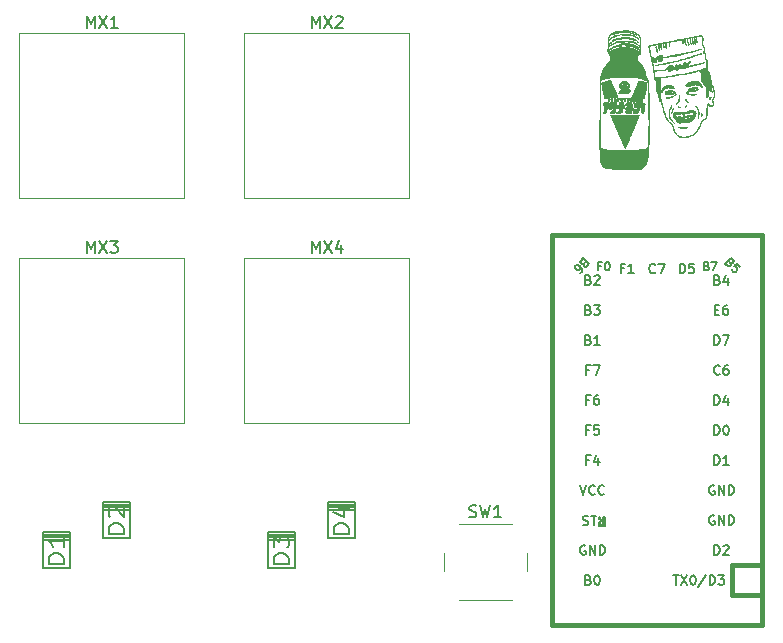
<source format=gbr>
%TF.GenerationSoftware,KiCad,Pcbnew,(5.1.7)-1*%
%TF.CreationDate,2020-10-24T11:29:13-04:00*%
%TF.ProjectId,example-keyboard,6578616d-706c-4652-9d6b-6579626f6172,rev?*%
%TF.SameCoordinates,Original*%
%TF.FileFunction,Legend,Top*%
%TF.FilePolarity,Positive*%
%FSLAX46Y46*%
G04 Gerber Fmt 4.6, Leading zero omitted, Abs format (unit mm)*
G04 Created by KiCad (PCBNEW (5.1.7)-1) date 2020-10-24 11:29:13*
%MOMM*%
%LPD*%
G01*
G04 APERTURE LIST*
%ADD10C,0.010000*%
%ADD11C,0.381000*%
%ADD12C,0.150000*%
%ADD13C,0.120000*%
%ADD14C,0.203200*%
G04 APERTURE END LIST*
D10*
%TO.C,Ref\u002A\u002A*%
G36*
X127790933Y-51932416D02*
G01*
X127805090Y-52023289D01*
X127819100Y-52102704D01*
X127830663Y-52157972D01*
X127834108Y-52170541D01*
X127842105Y-52209760D01*
X127833622Y-52215389D01*
X127814995Y-52189494D01*
X127801690Y-52159958D01*
X127790134Y-52111763D01*
X127779713Y-52035627D01*
X127772279Y-51945933D01*
X127771049Y-51921833D01*
X127763169Y-51741916D01*
X127790933Y-51932416D01*
G37*
X127790933Y-51932416D02*
X127805090Y-52023289D01*
X127819100Y-52102704D01*
X127830663Y-52157972D01*
X127834108Y-52170541D01*
X127842105Y-52209760D01*
X127833622Y-52215389D01*
X127814995Y-52189494D01*
X127801690Y-52159958D01*
X127790134Y-52111763D01*
X127779713Y-52035627D01*
X127772279Y-51945933D01*
X127771049Y-51921833D01*
X127763169Y-51741916D01*
X127790933Y-51932416D01*
G36*
X126625103Y-52006584D02*
G01*
X126641890Y-52052032D01*
X126658804Y-52115852D01*
X126672929Y-52186276D01*
X126681345Y-52251534D01*
X126682500Y-52278108D01*
X126673515Y-52303126D01*
X126651532Y-52296109D01*
X126624011Y-52262083D01*
X126606183Y-52226668D01*
X126587744Y-52161324D01*
X126581411Y-52092032D01*
X126586887Y-52032334D01*
X126603872Y-51995775D01*
X126611364Y-51991278D01*
X126625103Y-52006584D01*
G37*
X126625103Y-52006584D02*
X126641890Y-52052032D01*
X126658804Y-52115852D01*
X126672929Y-52186276D01*
X126681345Y-52251534D01*
X126682500Y-52278108D01*
X126673515Y-52303126D01*
X126651532Y-52296109D01*
X126624011Y-52262083D01*
X126606183Y-52226668D01*
X126587744Y-52161324D01*
X126581411Y-52092032D01*
X126586887Y-52032334D01*
X126603872Y-51995775D01*
X126611364Y-51991278D01*
X126625103Y-52006584D01*
G36*
X127633494Y-51816000D02*
G01*
X127647217Y-51855893D01*
X127655371Y-51918114D01*
X127656262Y-51943000D01*
X127659861Y-52015499D01*
X127668464Y-52107669D01*
X127678115Y-52184290D01*
X127688946Y-52274766D01*
X127689956Y-52326873D01*
X127681350Y-52339738D01*
X127663331Y-52312489D01*
X127653423Y-52289893D01*
X127642306Y-52246985D01*
X127632794Y-52181632D01*
X127625259Y-52102669D01*
X127620072Y-52018932D01*
X127617605Y-51939257D01*
X127618230Y-51872479D01*
X127622318Y-51827433D01*
X127630240Y-51812955D01*
X127633494Y-51816000D01*
G37*
X127633494Y-51816000D02*
X127647217Y-51855893D01*
X127655371Y-51918114D01*
X127656262Y-51943000D01*
X127659861Y-52015499D01*
X127668464Y-52107669D01*
X127678115Y-52184290D01*
X127688946Y-52274766D01*
X127689956Y-52326873D01*
X127681350Y-52339738D01*
X127663331Y-52312489D01*
X127653423Y-52289893D01*
X127642306Y-52246985D01*
X127632794Y-52181632D01*
X127625259Y-52102669D01*
X127620072Y-52018932D01*
X127617605Y-51939257D01*
X127618230Y-51872479D01*
X127622318Y-51827433D01*
X127630240Y-51812955D01*
X127633494Y-51816000D01*
G36*
X127038483Y-51962231D02*
G01*
X127042333Y-52016600D01*
X127050126Y-52086442D01*
X127070447Y-52174683D01*
X127095740Y-52253255D01*
X127125560Y-52339531D01*
X127139921Y-52397346D01*
X127138462Y-52423511D01*
X127120825Y-52414835D01*
X127112913Y-52405695D01*
X127063631Y-52327046D01*
X127022829Y-52230142D01*
X126994309Y-52128442D01*
X126981874Y-52035408D01*
X126988753Y-51966257D01*
X127008111Y-51927219D01*
X127025907Y-51927024D01*
X127038483Y-51962231D01*
G37*
X127038483Y-51962231D02*
X127042333Y-52016600D01*
X127050126Y-52086442D01*
X127070447Y-52174683D01*
X127095740Y-52253255D01*
X127125560Y-52339531D01*
X127139921Y-52397346D01*
X127138462Y-52423511D01*
X127120825Y-52414835D01*
X127112913Y-52405695D01*
X127063631Y-52327046D01*
X127022829Y-52230142D01*
X126994309Y-52128442D01*
X126981874Y-52035408D01*
X126988753Y-51966257D01*
X127008111Y-51927219D01*
X127025907Y-51927024D01*
X127038483Y-51962231D01*
G36*
X126826621Y-52002295D02*
G01*
X126837242Y-52078969D01*
X126851804Y-52177405D01*
X126875366Y-52282524D01*
X126891597Y-52337455D01*
X126912589Y-52402938D01*
X126925535Y-52449886D01*
X126927749Y-52466806D01*
X126911335Y-52457652D01*
X126887538Y-52434203D01*
X126844124Y-52363600D01*
X126810734Y-52265252D01*
X126791450Y-52153330D01*
X126788333Y-52089754D01*
X126791992Y-52007492D01*
X126801281Y-51965122D01*
X126813669Y-51963204D01*
X126826621Y-52002295D01*
G37*
X126826621Y-52002295D02*
X126837242Y-52078969D01*
X126851804Y-52177405D01*
X126875366Y-52282524D01*
X126891597Y-52337455D01*
X126912589Y-52402938D01*
X126925535Y-52449886D01*
X126927749Y-52466806D01*
X126911335Y-52457652D01*
X126887538Y-52434203D01*
X126844124Y-52363600D01*
X126810734Y-52265252D01*
X126791450Y-52153330D01*
X126788333Y-52089754D01*
X126791992Y-52007492D01*
X126801281Y-51965122D01*
X126813669Y-51963204D01*
X126826621Y-52002295D01*
G36*
X125470731Y-52242872D02*
G01*
X125478241Y-52259482D01*
X125488556Y-52308819D01*
X125493467Y-52381770D01*
X125492774Y-52439399D01*
X125488158Y-52505777D01*
X125482153Y-52532802D01*
X125473895Y-52523451D01*
X125470997Y-52514500D01*
X125462599Y-52464312D01*
X125457388Y-52390763D01*
X125456464Y-52334583D01*
X125458090Y-52267785D01*
X125462404Y-52238736D01*
X125470731Y-52242872D01*
G37*
X125470731Y-52242872D02*
X125478241Y-52259482D01*
X125488556Y-52308819D01*
X125493467Y-52381770D01*
X125492774Y-52439399D01*
X125488158Y-52505777D01*
X125482153Y-52532802D01*
X125473895Y-52523451D01*
X125470997Y-52514500D01*
X125462599Y-52464312D01*
X125457388Y-52390763D01*
X125456464Y-52334583D01*
X125458090Y-52267785D01*
X125462404Y-52238736D01*
X125470731Y-52242872D01*
G36*
X124987252Y-52348248D02*
G01*
X124998156Y-52382256D01*
X125010589Y-52447039D01*
X125023075Y-52539871D01*
X125023171Y-52540718D01*
X125029312Y-52620050D01*
X125025107Y-52658613D01*
X125010492Y-52656700D01*
X125000884Y-52643335D01*
X124993961Y-52614219D01*
X124986412Y-52554555D01*
X124979658Y-52476078D01*
X124978463Y-52458127D01*
X124975930Y-52383458D01*
X124979351Y-52347740D01*
X124987252Y-52348248D01*
G37*
X124987252Y-52348248D02*
X124998156Y-52382256D01*
X125010589Y-52447039D01*
X125023075Y-52539871D01*
X125023171Y-52540718D01*
X125029312Y-52620050D01*
X125025107Y-52658613D01*
X125010492Y-52656700D01*
X125000884Y-52643335D01*
X124993961Y-52614219D01*
X124986412Y-52554555D01*
X124979658Y-52476078D01*
X124978463Y-52458127D01*
X124975930Y-52383458D01*
X124979351Y-52347740D01*
X124987252Y-52348248D01*
G36*
X125237206Y-52319561D02*
G01*
X125234010Y-52345166D01*
X125217549Y-52403115D01*
X125209600Y-52431062D01*
X125207168Y-52476583D01*
X125214942Y-52543295D01*
X125222569Y-52580371D01*
X125235842Y-52649630D01*
X125236980Y-52690894D01*
X125226834Y-52699814D01*
X125206256Y-52672041D01*
X125205052Y-52669771D01*
X125170305Y-52560829D01*
X125170443Y-52441744D01*
X125180266Y-52395943D01*
X125199729Y-52340471D01*
X125219010Y-52307148D01*
X125226177Y-52302833D01*
X125237206Y-52319561D01*
G37*
X125237206Y-52319561D02*
X125234010Y-52345166D01*
X125217549Y-52403115D01*
X125209600Y-52431062D01*
X125207168Y-52476583D01*
X125214942Y-52543295D01*
X125222569Y-52580371D01*
X125235842Y-52649630D01*
X125236980Y-52690894D01*
X125226834Y-52699814D01*
X125206256Y-52672041D01*
X125205052Y-52669771D01*
X125170305Y-52560829D01*
X125170443Y-52441744D01*
X125180266Y-52395943D01*
X125199729Y-52340471D01*
X125219010Y-52307148D01*
X125226177Y-52302833D01*
X125237206Y-52319561D01*
G36*
X124768828Y-52385930D02*
G01*
X124777135Y-52439020D01*
X124778017Y-52466875D01*
X124783355Y-52553051D01*
X124795954Y-52641275D01*
X124799918Y-52660168D01*
X124812755Y-52727313D01*
X124812432Y-52757669D01*
X124799541Y-52749857D01*
X124778300Y-52710381D01*
X124761697Y-52658882D01*
X124748813Y-52589850D01*
X124740473Y-52514712D01*
X124737501Y-52444895D01*
X124740721Y-52391829D01*
X124750958Y-52366940D01*
X124753489Y-52366333D01*
X124768828Y-52385930D01*
G37*
X124768828Y-52385930D02*
X124777135Y-52439020D01*
X124778017Y-52466875D01*
X124783355Y-52553051D01*
X124795954Y-52641275D01*
X124799918Y-52660168D01*
X124812755Y-52727313D01*
X124812432Y-52757669D01*
X124799541Y-52749857D01*
X124778300Y-52710381D01*
X124761697Y-52658882D01*
X124748813Y-52589850D01*
X124740473Y-52514712D01*
X124737501Y-52444895D01*
X124740721Y-52391829D01*
X124750958Y-52366940D01*
X124753489Y-52366333D01*
X124768828Y-52385930D01*
G36*
X128178278Y-52775555D02*
G01*
X128175372Y-52788139D01*
X128164167Y-52789666D01*
X128146744Y-52781922D01*
X128150055Y-52775555D01*
X128175175Y-52773022D01*
X128178278Y-52775555D01*
G37*
X128178278Y-52775555D02*
X128175372Y-52788139D01*
X128164167Y-52789666D01*
X128146744Y-52781922D01*
X128150055Y-52775555D01*
X128175175Y-52773022D01*
X128178278Y-52775555D01*
G36*
X124601997Y-52470225D02*
G01*
X124608109Y-52528479D01*
X124608167Y-52535874D01*
X124612893Y-52607561D01*
X124624818Y-52692507D01*
X124631400Y-52726585D01*
X124643853Y-52799675D01*
X124643762Y-52840182D01*
X124631854Y-52845273D01*
X124609299Y-52812948D01*
X124583655Y-52742894D01*
X124565070Y-52651572D01*
X124556843Y-52559881D01*
X124559934Y-52500320D01*
X124573437Y-52452849D01*
X124588949Y-52443916D01*
X124601997Y-52470225D01*
G37*
X124601997Y-52470225D02*
X124608109Y-52528479D01*
X124608167Y-52535874D01*
X124612893Y-52607561D01*
X124624818Y-52692507D01*
X124631400Y-52726585D01*
X124643853Y-52799675D01*
X124643762Y-52840182D01*
X124631854Y-52845273D01*
X124609299Y-52812948D01*
X124583655Y-52742894D01*
X124565070Y-52651572D01*
X124556843Y-52559881D01*
X124559934Y-52500320D01*
X124573437Y-52452849D01*
X124588949Y-52443916D01*
X124601997Y-52470225D01*
G36*
X124381305Y-52558289D02*
G01*
X124393432Y-52598840D01*
X124409870Y-52670254D01*
X124432432Y-52777416D01*
X124437302Y-52800970D01*
X124458525Y-52904266D01*
X124471912Y-52973095D01*
X124478167Y-53014453D01*
X124477993Y-53035337D01*
X124472094Y-53042743D01*
X124461701Y-53043666D01*
X124444495Y-53025363D01*
X124422025Y-52978623D01*
X124409047Y-52943125D01*
X124375240Y-52825781D01*
X124353561Y-52718743D01*
X124345461Y-52631519D01*
X124352387Y-52573614D01*
X124352640Y-52572948D01*
X124362723Y-52550229D01*
X124371673Y-52543714D01*
X124381305Y-52558289D01*
G37*
X124381305Y-52558289D02*
X124393432Y-52598840D01*
X124409870Y-52670254D01*
X124432432Y-52777416D01*
X124437302Y-52800970D01*
X124458525Y-52904266D01*
X124471912Y-52973095D01*
X124478167Y-53014453D01*
X124477993Y-53035337D01*
X124472094Y-53042743D01*
X124461701Y-53043666D01*
X124444495Y-53025363D01*
X124422025Y-52978623D01*
X124409047Y-52943125D01*
X124375240Y-52825781D01*
X124353561Y-52718743D01*
X124345461Y-52631519D01*
X124352387Y-52573614D01*
X124352640Y-52572948D01*
X124362723Y-52550229D01*
X124371673Y-52543714D01*
X124381305Y-52558289D01*
G36*
X128220611Y-53156555D02*
G01*
X128217705Y-53169139D01*
X128206500Y-53170666D01*
X128189077Y-53162922D01*
X128192389Y-53156555D01*
X128217509Y-53154022D01*
X128220611Y-53156555D01*
G37*
X128220611Y-53156555D02*
X128217705Y-53169139D01*
X128206500Y-53170666D01*
X128189077Y-53162922D01*
X128192389Y-53156555D01*
X128217509Y-53154022D01*
X128220611Y-53156555D01*
G36*
X127240453Y-53811724D02*
G01*
X127267135Y-53839149D01*
X127268307Y-53884615D01*
X127243771Y-53932228D01*
X127241991Y-53934241D01*
X127194090Y-53968394D01*
X127148885Y-53970439D01*
X127118141Y-53940019D01*
X127117339Y-53938020D01*
X127122774Y-53901442D01*
X127152638Y-53858963D01*
X127193748Y-53824109D01*
X127232919Y-53810402D01*
X127240453Y-53811724D01*
G37*
X127240453Y-53811724D02*
X127267135Y-53839149D01*
X127268307Y-53884615D01*
X127243771Y-53932228D01*
X127241991Y-53934241D01*
X127194090Y-53968394D01*
X127148885Y-53970439D01*
X127118141Y-53940019D01*
X127117339Y-53938020D01*
X127122774Y-53901442D01*
X127152638Y-53858963D01*
X127193748Y-53824109D01*
X127232919Y-53810402D01*
X127240453Y-53811724D01*
G36*
X128154797Y-53175408D02*
G01*
X128156656Y-53178288D01*
X128154083Y-53181977D01*
X128143495Y-53187697D01*
X128121312Y-53196671D01*
X128083951Y-53210119D01*
X128027833Y-53229264D01*
X127949374Y-53255326D01*
X127844995Y-53289527D01*
X127711113Y-53333089D01*
X127544147Y-53387234D01*
X127340516Y-53453182D01*
X127338667Y-53453781D01*
X127119142Y-53524502D01*
X126932122Y-53583755D01*
X126770021Y-53633667D01*
X126625253Y-53676362D01*
X126490231Y-53713967D01*
X126357368Y-53748608D01*
X126219079Y-53782410D01*
X126067776Y-53817499D01*
X125931083Y-53848188D01*
X125726503Y-53893170D01*
X125545572Y-53931688D01*
X125376635Y-53966002D01*
X125208041Y-53998376D01*
X125028138Y-54031069D01*
X124825271Y-54066346D01*
X124682250Y-54090608D01*
X124563648Y-54109993D01*
X124463356Y-54125254D01*
X124385267Y-54135964D01*
X124333271Y-54141698D01*
X124311259Y-54142030D01*
X124323123Y-54136532D01*
X124372754Y-54124779D01*
X124375333Y-54124226D01*
X124434930Y-54112247D01*
X124517488Y-54096604D01*
X124597583Y-54082039D01*
X124852952Y-54035446D01*
X125113749Y-53985616D01*
X125374757Y-53933688D01*
X125630758Y-53880805D01*
X125876535Y-53828109D01*
X126106868Y-53776739D01*
X126316541Y-53727839D01*
X126500334Y-53682549D01*
X126653031Y-53642010D01*
X126769414Y-53607365D01*
X126773164Y-53606142D01*
X126850741Y-53580949D01*
X126962598Y-53544898D01*
X127102665Y-53499934D01*
X127264869Y-53448002D01*
X127443140Y-53391045D01*
X127631407Y-53331009D01*
X127769038Y-53287191D01*
X127888016Y-53249894D01*
X127992484Y-53218206D01*
X128076033Y-53193982D01*
X128132255Y-53179081D01*
X128154739Y-53175359D01*
X128154797Y-53175408D01*
G37*
X128154797Y-53175408D02*
X128156656Y-53178288D01*
X128154083Y-53181977D01*
X128143495Y-53187697D01*
X128121312Y-53196671D01*
X128083951Y-53210119D01*
X128027833Y-53229264D01*
X127949374Y-53255326D01*
X127844995Y-53289527D01*
X127711113Y-53333089D01*
X127544147Y-53387234D01*
X127340516Y-53453182D01*
X127338667Y-53453781D01*
X127119142Y-53524502D01*
X126932122Y-53583755D01*
X126770021Y-53633667D01*
X126625253Y-53676362D01*
X126490231Y-53713967D01*
X126357368Y-53748608D01*
X126219079Y-53782410D01*
X126067776Y-53817499D01*
X125931083Y-53848188D01*
X125726503Y-53893170D01*
X125545572Y-53931688D01*
X125376635Y-53966002D01*
X125208041Y-53998376D01*
X125028138Y-54031069D01*
X124825271Y-54066346D01*
X124682250Y-54090608D01*
X124563648Y-54109993D01*
X124463356Y-54125254D01*
X124385267Y-54135964D01*
X124333271Y-54141698D01*
X124311259Y-54142030D01*
X124323123Y-54136532D01*
X124372754Y-54124779D01*
X124375333Y-54124226D01*
X124434930Y-54112247D01*
X124517488Y-54096604D01*
X124597583Y-54082039D01*
X124852952Y-54035446D01*
X125113749Y-53985616D01*
X125374757Y-53933688D01*
X125630758Y-53880805D01*
X125876535Y-53828109D01*
X126106868Y-53776739D01*
X126316541Y-53727839D01*
X126500334Y-53682549D01*
X126653031Y-53642010D01*
X126769414Y-53607365D01*
X126773164Y-53606142D01*
X126850741Y-53580949D01*
X126962598Y-53544898D01*
X127102665Y-53499934D01*
X127264869Y-53448002D01*
X127443140Y-53391045D01*
X127631407Y-53331009D01*
X127769038Y-53287191D01*
X127888016Y-53249894D01*
X127992484Y-53218206D01*
X128076033Y-53193982D01*
X128132255Y-53179081D01*
X128154739Y-53175359D01*
X128154797Y-53175408D01*
G36*
X126790792Y-53913640D02*
G01*
X126805754Y-53934535D01*
X126829293Y-53960906D01*
X126865138Y-53972461D01*
X126926697Y-53972850D01*
X126943138Y-53971917D01*
X127010605Y-53970894D01*
X127061918Y-53975795D01*
X127077893Y-53980966D01*
X127094181Y-54009413D01*
X127109573Y-54065774D01*
X127117452Y-54113544D01*
X127128325Y-54181158D01*
X127141546Y-54214451D01*
X127160800Y-54221412D01*
X127166559Y-54220102D01*
X127208800Y-54209092D01*
X127285579Y-54190469D01*
X127390108Y-54165808D01*
X127515601Y-54136683D01*
X127655269Y-54104671D01*
X127802326Y-54071345D01*
X127949986Y-54038281D01*
X127952194Y-54037789D01*
X128068481Y-54011181D01*
X128177054Y-53984983D01*
X128267803Y-53961730D01*
X128330623Y-53943953D01*
X128343576Y-53939694D01*
X128389897Y-53925731D01*
X128409743Y-53924751D01*
X128407382Y-53929207D01*
X128382290Y-53944852D01*
X128335933Y-53963534D01*
X128264923Y-53986200D01*
X128165870Y-54013797D01*
X128035385Y-54047270D01*
X127870079Y-54087567D01*
X127677333Y-54133117D01*
X127531402Y-54167478D01*
X127393213Y-54200465D01*
X127270097Y-54230290D01*
X127169386Y-54255170D01*
X127098412Y-54273320D01*
X127074083Y-54279968D01*
X126994545Y-54300975D01*
X126917180Y-54318386D01*
X126891003Y-54323233D01*
X126840160Y-54335810D01*
X126822338Y-54355326D01*
X126824429Y-54376766D01*
X126817730Y-54412767D01*
X126784068Y-54432949D01*
X126736791Y-54434428D01*
X126689246Y-54414315D01*
X126681197Y-54407737D01*
X126655924Y-54389203D01*
X126625018Y-54380246D01*
X126577653Y-54380068D01*
X126503005Y-54387874D01*
X126469716Y-54392175D01*
X126365313Y-54409957D01*
X126297489Y-54431563D01*
X126263791Y-54454827D01*
X126210386Y-54506360D01*
X126151875Y-54551679D01*
X126100919Y-54581729D01*
X126076395Y-54588833D01*
X126050844Y-54575451D01*
X126053216Y-54542577D01*
X126081974Y-54501116D01*
X126089833Y-54493583D01*
X126121222Y-54460747D01*
X126132167Y-54441880D01*
X126112929Y-54437912D01*
X126062050Y-54439627D01*
X125989776Y-54446599D01*
X125975351Y-54448371D01*
X125892104Y-54460696D01*
X125840984Y-54474248D01*
X125811875Y-54492951D01*
X125795889Y-54517960D01*
X125760470Y-54556998D01*
X125701378Y-54566318D01*
X125615581Y-54546151D01*
X125583534Y-54534127D01*
X125554786Y-54523875D01*
X125523927Y-54516956D01*
X125485186Y-54513574D01*
X125432793Y-54513936D01*
X125360979Y-54518248D01*
X125263973Y-54526715D01*
X125136007Y-54539543D01*
X124985147Y-54555460D01*
X124784928Y-54576789D01*
X124622861Y-54593961D01*
X124495006Y-54607338D01*
X124397424Y-54617278D01*
X124326175Y-54624141D01*
X124277320Y-54628286D01*
X124246918Y-54630072D01*
X124231031Y-54629860D01*
X124225717Y-54628008D01*
X124227038Y-54624875D01*
X124227300Y-54624593D01*
X124235538Y-54620417D01*
X124255371Y-54615576D01*
X124290882Y-54609545D01*
X124346156Y-54601795D01*
X124425276Y-54591799D01*
X124532326Y-54579030D01*
X124671391Y-54562959D01*
X124846553Y-54543060D01*
X124941542Y-54532345D01*
X125264333Y-54495985D01*
X125264333Y-54460017D01*
X125425124Y-54460017D01*
X125426265Y-54473825D01*
X125444000Y-54469583D01*
X125472261Y-54444422D01*
X125476000Y-54430410D01*
X125490860Y-54395869D01*
X125509949Y-54375341D01*
X125539844Y-54359424D01*
X125575553Y-54366936D01*
X125608065Y-54383994D01*
X125654989Y-54409195D01*
X125677431Y-54410560D01*
X125687499Y-54385545D01*
X125690946Y-54366583D01*
X125685761Y-54332894D01*
X125648560Y-54318508D01*
X125644090Y-54317943D01*
X125555660Y-54326225D01*
X125482369Y-54368810D01*
X125445014Y-54418022D01*
X125425124Y-54460017D01*
X125264333Y-54460017D01*
X125264333Y-54441389D01*
X125277288Y-54394557D01*
X125321887Y-54356186D01*
X125335898Y-54348253D01*
X125397102Y-54304137D01*
X125439222Y-54242320D01*
X125463754Y-54178973D01*
X125484068Y-54151310D01*
X125523882Y-54155238D01*
X125573097Y-54166589D01*
X125643154Y-54177246D01*
X125677083Y-54180982D01*
X125758806Y-54192671D01*
X125805571Y-54213378D01*
X125824720Y-54250481D01*
X125823597Y-54311358D01*
X125821690Y-54326275D01*
X125817524Y-54391561D01*
X125828401Y-54418563D01*
X125832956Y-54419500D01*
X125855472Y-54402955D01*
X125857000Y-54394049D01*
X125860415Y-54386663D01*
X126039071Y-54386663D01*
X126064531Y-54396971D01*
X126098646Y-54398333D01*
X126161725Y-54386420D01*
X126203815Y-54346161D01*
X126231372Y-54299587D01*
X126229441Y-54277892D01*
X126193315Y-54271631D01*
X126166508Y-54271333D01*
X126100676Y-54282077D01*
X126059432Y-54320344D01*
X126040867Y-54361291D01*
X126039071Y-54386663D01*
X125860415Y-54386663D01*
X125870719Y-54364383D01*
X125905240Y-54319751D01*
X125922778Y-54300733D01*
X125967985Y-54241238D01*
X125998881Y-54177403D01*
X126003020Y-54162142D01*
X126019523Y-54112351D01*
X126048143Y-54093179D01*
X126069534Y-54091416D01*
X126108294Y-54099448D01*
X126117219Y-54130716D01*
X126116541Y-54139041D01*
X126119054Y-54171781D01*
X126139470Y-54184055D01*
X126183482Y-54175674D01*
X126256778Y-54146447D01*
X126285725Y-54133403D01*
X126371699Y-54101634D01*
X126434313Y-54094491D01*
X126469054Y-54112165D01*
X126474008Y-54125431D01*
X126475907Y-54174975D01*
X126452877Y-54198984D01*
X126418251Y-54207775D01*
X126374688Y-54221782D01*
X126352383Y-54253062D01*
X126342152Y-54298286D01*
X126335518Y-54349770D01*
X126343993Y-54370225D01*
X126375731Y-54370379D01*
X126394734Y-54367482D01*
X126448624Y-54359272D01*
X126527573Y-54347620D01*
X126614725Y-54335012D01*
X126616822Y-54334712D01*
X126694987Y-54322454D01*
X126756603Y-54310797D01*
X126789747Y-54302031D01*
X126791369Y-54301207D01*
X126794516Y-54277312D01*
X126779250Y-54232621D01*
X126774260Y-54222507D01*
X126749833Y-54185039D01*
X126732960Y-54176344D01*
X126730762Y-54179810D01*
X126705214Y-54214995D01*
X126658795Y-54253344D01*
X126605981Y-54285360D01*
X126561247Y-54301547D01*
X126546436Y-54300737D01*
X126519721Y-54282907D01*
X126518999Y-54255258D01*
X126546368Y-54211637D01*
X126596501Y-54153910D01*
X126644256Y-54091912D01*
X126795664Y-54091912D01*
X126801666Y-54105948D01*
X126841582Y-54129627D01*
X126904765Y-54158312D01*
X126945148Y-54159893D01*
X126972674Y-54134102D01*
X126977344Y-54125949D01*
X126988922Y-54088669D01*
X126985144Y-54073033D01*
X126951951Y-54062641D01*
X126896803Y-54062883D01*
X126838540Y-54073070D01*
X126820415Y-54079046D01*
X126795664Y-54091912D01*
X126644256Y-54091912D01*
X126648286Y-54086681D01*
X126689198Y-54014055D01*
X126703150Y-53976918D01*
X126728043Y-53913872D01*
X126757338Y-53892747D01*
X126790792Y-53913640D01*
G37*
X126790792Y-53913640D02*
X126805754Y-53934535D01*
X126829293Y-53960906D01*
X126865138Y-53972461D01*
X126926697Y-53972850D01*
X126943138Y-53971917D01*
X127010605Y-53970894D01*
X127061918Y-53975795D01*
X127077893Y-53980966D01*
X127094181Y-54009413D01*
X127109573Y-54065774D01*
X127117452Y-54113544D01*
X127128325Y-54181158D01*
X127141546Y-54214451D01*
X127160800Y-54221412D01*
X127166559Y-54220102D01*
X127208800Y-54209092D01*
X127285579Y-54190469D01*
X127390108Y-54165808D01*
X127515601Y-54136683D01*
X127655269Y-54104671D01*
X127802326Y-54071345D01*
X127949986Y-54038281D01*
X127952194Y-54037789D01*
X128068481Y-54011181D01*
X128177054Y-53984983D01*
X128267803Y-53961730D01*
X128330623Y-53943953D01*
X128343576Y-53939694D01*
X128389897Y-53925731D01*
X128409743Y-53924751D01*
X128407382Y-53929207D01*
X128382290Y-53944852D01*
X128335933Y-53963534D01*
X128264923Y-53986200D01*
X128165870Y-54013797D01*
X128035385Y-54047270D01*
X127870079Y-54087567D01*
X127677333Y-54133117D01*
X127531402Y-54167478D01*
X127393213Y-54200465D01*
X127270097Y-54230290D01*
X127169386Y-54255170D01*
X127098412Y-54273320D01*
X127074083Y-54279968D01*
X126994545Y-54300975D01*
X126917180Y-54318386D01*
X126891003Y-54323233D01*
X126840160Y-54335810D01*
X126822338Y-54355326D01*
X126824429Y-54376766D01*
X126817730Y-54412767D01*
X126784068Y-54432949D01*
X126736791Y-54434428D01*
X126689246Y-54414315D01*
X126681197Y-54407737D01*
X126655924Y-54389203D01*
X126625018Y-54380246D01*
X126577653Y-54380068D01*
X126503005Y-54387874D01*
X126469716Y-54392175D01*
X126365313Y-54409957D01*
X126297489Y-54431563D01*
X126263791Y-54454827D01*
X126210386Y-54506360D01*
X126151875Y-54551679D01*
X126100919Y-54581729D01*
X126076395Y-54588833D01*
X126050844Y-54575451D01*
X126053216Y-54542577D01*
X126081974Y-54501116D01*
X126089833Y-54493583D01*
X126121222Y-54460747D01*
X126132167Y-54441880D01*
X126112929Y-54437912D01*
X126062050Y-54439627D01*
X125989776Y-54446599D01*
X125975351Y-54448371D01*
X125892104Y-54460696D01*
X125840984Y-54474248D01*
X125811875Y-54492951D01*
X125795889Y-54517960D01*
X125760470Y-54556998D01*
X125701378Y-54566318D01*
X125615581Y-54546151D01*
X125583534Y-54534127D01*
X125554786Y-54523875D01*
X125523927Y-54516956D01*
X125485186Y-54513574D01*
X125432793Y-54513936D01*
X125360979Y-54518248D01*
X125263973Y-54526715D01*
X125136007Y-54539543D01*
X124985147Y-54555460D01*
X124784928Y-54576789D01*
X124622861Y-54593961D01*
X124495006Y-54607338D01*
X124397424Y-54617278D01*
X124326175Y-54624141D01*
X124277320Y-54628286D01*
X124246918Y-54630072D01*
X124231031Y-54629860D01*
X124225717Y-54628008D01*
X124227038Y-54624875D01*
X124227300Y-54624593D01*
X124235538Y-54620417D01*
X124255371Y-54615576D01*
X124290882Y-54609545D01*
X124346156Y-54601795D01*
X124425276Y-54591799D01*
X124532326Y-54579030D01*
X124671391Y-54562959D01*
X124846553Y-54543060D01*
X124941542Y-54532345D01*
X125264333Y-54495985D01*
X125264333Y-54460017D01*
X125425124Y-54460017D01*
X125426265Y-54473825D01*
X125444000Y-54469583D01*
X125472261Y-54444422D01*
X125476000Y-54430410D01*
X125490860Y-54395869D01*
X125509949Y-54375341D01*
X125539844Y-54359424D01*
X125575553Y-54366936D01*
X125608065Y-54383994D01*
X125654989Y-54409195D01*
X125677431Y-54410560D01*
X125687499Y-54385545D01*
X125690946Y-54366583D01*
X125685761Y-54332894D01*
X125648560Y-54318508D01*
X125644090Y-54317943D01*
X125555660Y-54326225D01*
X125482369Y-54368810D01*
X125445014Y-54418022D01*
X125425124Y-54460017D01*
X125264333Y-54460017D01*
X125264333Y-54441389D01*
X125277288Y-54394557D01*
X125321887Y-54356186D01*
X125335898Y-54348253D01*
X125397102Y-54304137D01*
X125439222Y-54242320D01*
X125463754Y-54178973D01*
X125484068Y-54151310D01*
X125523882Y-54155238D01*
X125573097Y-54166589D01*
X125643154Y-54177246D01*
X125677083Y-54180982D01*
X125758806Y-54192671D01*
X125805571Y-54213378D01*
X125824720Y-54250481D01*
X125823597Y-54311358D01*
X125821690Y-54326275D01*
X125817524Y-54391561D01*
X125828401Y-54418563D01*
X125832956Y-54419500D01*
X125855472Y-54402955D01*
X125857000Y-54394049D01*
X125860415Y-54386663D01*
X126039071Y-54386663D01*
X126064531Y-54396971D01*
X126098646Y-54398333D01*
X126161725Y-54386420D01*
X126203815Y-54346161D01*
X126231372Y-54299587D01*
X126229441Y-54277892D01*
X126193315Y-54271631D01*
X126166508Y-54271333D01*
X126100676Y-54282077D01*
X126059432Y-54320344D01*
X126040867Y-54361291D01*
X126039071Y-54386663D01*
X125860415Y-54386663D01*
X125870719Y-54364383D01*
X125905240Y-54319751D01*
X125922778Y-54300733D01*
X125967985Y-54241238D01*
X125998881Y-54177403D01*
X126003020Y-54162142D01*
X126019523Y-54112351D01*
X126048143Y-54093179D01*
X126069534Y-54091416D01*
X126108294Y-54099448D01*
X126117219Y-54130716D01*
X126116541Y-54139041D01*
X126119054Y-54171781D01*
X126139470Y-54184055D01*
X126183482Y-54175674D01*
X126256778Y-54146447D01*
X126285725Y-54133403D01*
X126371699Y-54101634D01*
X126434313Y-54094491D01*
X126469054Y-54112165D01*
X126474008Y-54125431D01*
X126475907Y-54174975D01*
X126452877Y-54198984D01*
X126418251Y-54207775D01*
X126374688Y-54221782D01*
X126352383Y-54253062D01*
X126342152Y-54298286D01*
X126335518Y-54349770D01*
X126343993Y-54370225D01*
X126375731Y-54370379D01*
X126394734Y-54367482D01*
X126448624Y-54359272D01*
X126527573Y-54347620D01*
X126614725Y-54335012D01*
X126616822Y-54334712D01*
X126694987Y-54322454D01*
X126756603Y-54310797D01*
X126789747Y-54302031D01*
X126791369Y-54301207D01*
X126794516Y-54277312D01*
X126779250Y-54232621D01*
X126774260Y-54222507D01*
X126749833Y-54185039D01*
X126732960Y-54176344D01*
X126730762Y-54179810D01*
X126705214Y-54214995D01*
X126658795Y-54253344D01*
X126605981Y-54285360D01*
X126561247Y-54301547D01*
X126546436Y-54300737D01*
X126519721Y-54282907D01*
X126518999Y-54255258D01*
X126546368Y-54211637D01*
X126596501Y-54153910D01*
X126644256Y-54091912D01*
X126795664Y-54091912D01*
X126801666Y-54105948D01*
X126841582Y-54129627D01*
X126904765Y-54158312D01*
X126945148Y-54159893D01*
X126972674Y-54134102D01*
X126977344Y-54125949D01*
X126988922Y-54088669D01*
X126985144Y-54073033D01*
X126951951Y-54062641D01*
X126896803Y-54062883D01*
X126838540Y-54073070D01*
X126820415Y-54079046D01*
X126795664Y-54091912D01*
X126644256Y-54091912D01*
X126648286Y-54086681D01*
X126689198Y-54014055D01*
X126703150Y-53976918D01*
X126728043Y-53913872D01*
X126757338Y-53892747D01*
X126790792Y-53913640D01*
G36*
X125546679Y-54556984D02*
G01*
X125573139Y-54599486D01*
X125573711Y-54601688D01*
X125573727Y-54657073D01*
X125543916Y-54686869D01*
X125490126Y-54688277D01*
X125435338Y-54667896D01*
X125387230Y-54634189D01*
X125381234Y-54603215D01*
X125417263Y-54574284D01*
X125423531Y-54571313D01*
X125497598Y-54547753D01*
X125546679Y-54556984D01*
G37*
X125546679Y-54556984D02*
X125573139Y-54599486D01*
X125573711Y-54601688D01*
X125573727Y-54657073D01*
X125543916Y-54686869D01*
X125490126Y-54688277D01*
X125435338Y-54667896D01*
X125387230Y-54634189D01*
X125381234Y-54603215D01*
X125417263Y-54574284D01*
X125423531Y-54571313D01*
X125497598Y-54547753D01*
X125546679Y-54556984D01*
G36*
X127881925Y-55483754D02*
G01*
X127916363Y-55494208D01*
X127954469Y-55511494D01*
X127962784Y-55515528D01*
X128056855Y-55581422D01*
X128140024Y-55677087D01*
X128202903Y-55789987D01*
X128229652Y-55871828D01*
X128242245Y-55937764D01*
X128247488Y-55987894D01*
X128246265Y-56003904D01*
X128229031Y-56002799D01*
X128192243Y-55976001D01*
X128151402Y-55936932D01*
X128095813Y-55884111D01*
X128043776Y-55851880D01*
X127977461Y-55831019D01*
X127926711Y-55820731D01*
X127794300Y-55801647D01*
X127674521Y-55797981D01*
X127552674Y-55810720D01*
X127414054Y-55840850D01*
X127344181Y-55859808D01*
X127231956Y-55889873D01*
X127147618Y-55907533D01*
X127079155Y-55914536D01*
X127014557Y-55912630D01*
X126994708Y-55910647D01*
X126917668Y-55897827D01*
X126879150Y-55880343D01*
X126873000Y-55866888D01*
X126886970Y-55837983D01*
X126923850Y-55789462D01*
X126976091Y-55731111D01*
X126984125Y-55722793D01*
X127041702Y-55668331D01*
X127099975Y-55625609D01*
X127166256Y-55592035D01*
X127247856Y-55565015D01*
X127352090Y-55541954D01*
X127486269Y-55520261D01*
X127598285Y-55504975D01*
X127709335Y-55490743D01*
X127787539Y-55482286D01*
X127842027Y-55479868D01*
X127881925Y-55483754D01*
G37*
X127881925Y-55483754D02*
X127916363Y-55494208D01*
X127954469Y-55511494D01*
X127962784Y-55515528D01*
X128056855Y-55581422D01*
X128140024Y-55677087D01*
X128202903Y-55789987D01*
X128229652Y-55871828D01*
X128242245Y-55937764D01*
X128247488Y-55987894D01*
X128246265Y-56003904D01*
X128229031Y-56002799D01*
X128192243Y-55976001D01*
X128151402Y-55936932D01*
X128095813Y-55884111D01*
X128043776Y-55851880D01*
X127977461Y-55831019D01*
X127926711Y-55820731D01*
X127794300Y-55801647D01*
X127674521Y-55797981D01*
X127552674Y-55810720D01*
X127414054Y-55840850D01*
X127344181Y-55859808D01*
X127231956Y-55889873D01*
X127147618Y-55907533D01*
X127079155Y-55914536D01*
X127014557Y-55912630D01*
X126994708Y-55910647D01*
X126917668Y-55897827D01*
X126879150Y-55880343D01*
X126873000Y-55866888D01*
X126886970Y-55837983D01*
X126923850Y-55789462D01*
X126976091Y-55731111D01*
X126984125Y-55722793D01*
X127041702Y-55668331D01*
X127099975Y-55625609D01*
X127166256Y-55592035D01*
X127247856Y-55565015D01*
X127352090Y-55541954D01*
X127486269Y-55520261D01*
X127598285Y-55504975D01*
X127709335Y-55490743D01*
X127787539Y-55482286D01*
X127842027Y-55479868D01*
X127881925Y-55483754D01*
G36*
X127759470Y-55997024D02*
G01*
X127780405Y-56005522D01*
X127823525Y-56041494D01*
X127867013Y-56096553D01*
X127899533Y-56154287D01*
X127910087Y-56193320D01*
X127892288Y-56215068D01*
X127845202Y-56247166D01*
X127778422Y-56283214D01*
X127767292Y-56288570D01*
X127701947Y-56318193D01*
X127647274Y-56337725D01*
X127591168Y-56349337D01*
X127521524Y-56355202D01*
X127426234Y-56357491D01*
X127381000Y-56357874D01*
X127271152Y-56359594D01*
X127193844Y-56364001D01*
X127139298Y-56372561D01*
X127097739Y-56386737D01*
X127063500Y-56405420D01*
X126985283Y-56443583D01*
X126929592Y-56447510D01*
X126902251Y-56426290D01*
X126899222Y-56400019D01*
X126906294Y-56394456D01*
X126983878Y-56353023D01*
X127065764Y-56284060D01*
X127092943Y-56252354D01*
X127205151Y-56252354D01*
X127226417Y-56263806D01*
X127262136Y-56257893D01*
X127300880Y-56235935D01*
X127325649Y-56208828D01*
X127368890Y-56158255D01*
X127426220Y-56126036D01*
X127511596Y-56104383D01*
X127513440Y-56104049D01*
X127567149Y-56097787D01*
X127595182Y-56108429D01*
X127611777Y-56139174D01*
X127647440Y-56199829D01*
X127690556Y-56229841D01*
X127731906Y-56229033D01*
X127762269Y-56197227D01*
X127772583Y-56142276D01*
X127770679Y-56109015D01*
X127758505Y-56090135D01*
X127726371Y-56080757D01*
X127664585Y-56076005D01*
X127638362Y-56074731D01*
X127500622Y-56080728D01*
X127394945Y-56103990D01*
X127311778Y-56134185D01*
X127258792Y-56163030D01*
X127224705Y-56197729D01*
X127209766Y-56222217D01*
X127205151Y-56252354D01*
X127092943Y-56252354D01*
X127137718Y-56200124D01*
X127188877Y-56137735D01*
X127244966Y-56091716D01*
X127315049Y-56057834D01*
X127408194Y-56031857D01*
X127533465Y-56009552D01*
X127551731Y-56006827D01*
X127649378Y-55994322D01*
X127715401Y-55991072D01*
X127759470Y-55997024D01*
G37*
X127759470Y-55997024D02*
X127780405Y-56005522D01*
X127823525Y-56041494D01*
X127867013Y-56096553D01*
X127899533Y-56154287D01*
X127910087Y-56193320D01*
X127892288Y-56215068D01*
X127845202Y-56247166D01*
X127778422Y-56283214D01*
X127767292Y-56288570D01*
X127701947Y-56318193D01*
X127647274Y-56337725D01*
X127591168Y-56349337D01*
X127521524Y-56355202D01*
X127426234Y-56357491D01*
X127381000Y-56357874D01*
X127271152Y-56359594D01*
X127193844Y-56364001D01*
X127139298Y-56372561D01*
X127097739Y-56386737D01*
X127063500Y-56405420D01*
X126985283Y-56443583D01*
X126929592Y-56447510D01*
X126902251Y-56426290D01*
X126899222Y-56400019D01*
X126906294Y-56394456D01*
X126983878Y-56353023D01*
X127065764Y-56284060D01*
X127092943Y-56252354D01*
X127205151Y-56252354D01*
X127226417Y-56263806D01*
X127262136Y-56257893D01*
X127300880Y-56235935D01*
X127325649Y-56208828D01*
X127368890Y-56158255D01*
X127426220Y-56126036D01*
X127511596Y-56104383D01*
X127513440Y-56104049D01*
X127567149Y-56097787D01*
X127595182Y-56108429D01*
X127611777Y-56139174D01*
X127647440Y-56199829D01*
X127690556Y-56229841D01*
X127731906Y-56229033D01*
X127762269Y-56197227D01*
X127772583Y-56142276D01*
X127770679Y-56109015D01*
X127758505Y-56090135D01*
X127726371Y-56080757D01*
X127664585Y-56076005D01*
X127638362Y-56074731D01*
X127500622Y-56080728D01*
X127394945Y-56103990D01*
X127311778Y-56134185D01*
X127258792Y-56163030D01*
X127224705Y-56197729D01*
X127209766Y-56222217D01*
X127205151Y-56252354D01*
X127092943Y-56252354D01*
X127137718Y-56200124D01*
X127188877Y-56137735D01*
X127244966Y-56091716D01*
X127315049Y-56057834D01*
X127408194Y-56031857D01*
X127533465Y-56009552D01*
X127551731Y-56006827D01*
X127649378Y-55994322D01*
X127715401Y-55991072D01*
X127759470Y-55997024D01*
G36*
X125640405Y-55865906D02*
G01*
X125735867Y-55888641D01*
X125802232Y-55929316D01*
X125845034Y-55990207D01*
X125848418Y-55997942D01*
X125866191Y-56049505D01*
X125870687Y-56082735D01*
X125868988Y-56086734D01*
X125840043Y-56093804D01*
X125781885Y-56095203D01*
X125707160Y-56091577D01*
X125628512Y-56083575D01*
X125558588Y-56071844D01*
X125552758Y-56070536D01*
X125391405Y-56052382D01*
X125242520Y-56074175D01*
X125108470Y-56134752D01*
X124991620Y-56232948D01*
X124894338Y-56367600D01*
X124874842Y-56403875D01*
X124845749Y-56455101D01*
X124826244Y-56469922D01*
X124810666Y-56451424D01*
X124806415Y-56441162D01*
X124803118Y-56390693D01*
X124816893Y-56317373D01*
X124843580Y-56234975D01*
X124879020Y-56157273D01*
X124904635Y-56116005D01*
X125009153Y-56007280D01*
X125143148Y-55927584D01*
X125304442Y-55877843D01*
X125490854Y-55858985D01*
X125510316Y-55858833D01*
X125640405Y-55865906D01*
G37*
X125640405Y-55865906D02*
X125735867Y-55888641D01*
X125802232Y-55929316D01*
X125845034Y-55990207D01*
X125848418Y-55997942D01*
X125866191Y-56049505D01*
X125870687Y-56082735D01*
X125868988Y-56086734D01*
X125840043Y-56093804D01*
X125781885Y-56095203D01*
X125707160Y-56091577D01*
X125628512Y-56083575D01*
X125558588Y-56071844D01*
X125552758Y-56070536D01*
X125391405Y-56052382D01*
X125242520Y-56074175D01*
X125108470Y-56134752D01*
X124991620Y-56232948D01*
X124894338Y-56367600D01*
X124874842Y-56403875D01*
X124845749Y-56455101D01*
X124826244Y-56469922D01*
X124810666Y-56451424D01*
X124806415Y-56441162D01*
X124803118Y-56390693D01*
X124816893Y-56317373D01*
X124843580Y-56234975D01*
X124879020Y-56157273D01*
X124904635Y-56116005D01*
X125009153Y-56007280D01*
X125143148Y-55927584D01*
X125304442Y-55877843D01*
X125490854Y-55858985D01*
X125510316Y-55858833D01*
X125640405Y-55865906D01*
G36*
X125618772Y-56272852D02*
G01*
X125681887Y-56283920D01*
X125761502Y-56307929D01*
X125789172Y-56317239D01*
X125871001Y-56347467D01*
X125940566Y-56377496D01*
X125985148Y-56401734D01*
X125990223Y-56405632D01*
X126021240Y-56452989D01*
X126014176Y-56499058D01*
X125972156Y-56532846D01*
X125952250Y-56539173D01*
X125777868Y-56579323D01*
X125637921Y-56608775D01*
X125526101Y-56628331D01*
X125436104Y-56638797D01*
X125361622Y-56640974D01*
X125296349Y-56635666D01*
X125253750Y-56628137D01*
X125196809Y-56616054D01*
X125163792Y-56609022D01*
X125133366Y-56596027D01*
X125119455Y-56565996D01*
X125116167Y-56507293D01*
X125119679Y-56479446D01*
X125222000Y-56479446D01*
X125240886Y-56524465D01*
X125292577Y-56551579D01*
X125342650Y-56557333D01*
X125391703Y-56552100D01*
X125410690Y-56531606D01*
X125412500Y-56513608D01*
X125423733Y-56445053D01*
X125460999Y-56405015D01*
X125529647Y-56388873D01*
X125558014Y-56388000D01*
X125622282Y-56391106D01*
X125658399Y-56404340D01*
X125680332Y-56433579D01*
X125683815Y-56440916D01*
X125723147Y-56483075D01*
X125779979Y-56493832D01*
X125832022Y-56475469D01*
X125841874Y-56456866D01*
X125821214Y-56427089D01*
X125790437Y-56399254D01*
X125751718Y-56369369D01*
X125715813Y-56352771D01*
X125669518Y-56346635D01*
X125599625Y-56348138D01*
X125561415Y-56350286D01*
X125461597Y-56362550D01*
X125368889Y-56385090D01*
X125292151Y-56414534D01*
X125240245Y-56447511D01*
X125222000Y-56479446D01*
X125119679Y-56479446D01*
X125125037Y-56436968D01*
X125154906Y-56383041D01*
X125210665Y-56342398D01*
X125297202Y-56311923D01*
X125419406Y-56288502D01*
X125470498Y-56281522D01*
X125554271Y-56272721D01*
X125618772Y-56272852D01*
G37*
X125618772Y-56272852D02*
X125681887Y-56283920D01*
X125761502Y-56307929D01*
X125789172Y-56317239D01*
X125871001Y-56347467D01*
X125940566Y-56377496D01*
X125985148Y-56401734D01*
X125990223Y-56405632D01*
X126021240Y-56452989D01*
X126014176Y-56499058D01*
X125972156Y-56532846D01*
X125952250Y-56539173D01*
X125777868Y-56579323D01*
X125637921Y-56608775D01*
X125526101Y-56628331D01*
X125436104Y-56638797D01*
X125361622Y-56640974D01*
X125296349Y-56635666D01*
X125253750Y-56628137D01*
X125196809Y-56616054D01*
X125163792Y-56609022D01*
X125133366Y-56596027D01*
X125119455Y-56565996D01*
X125116167Y-56507293D01*
X125119679Y-56479446D01*
X125222000Y-56479446D01*
X125240886Y-56524465D01*
X125292577Y-56551579D01*
X125342650Y-56557333D01*
X125391703Y-56552100D01*
X125410690Y-56531606D01*
X125412500Y-56513608D01*
X125423733Y-56445053D01*
X125460999Y-56405015D01*
X125529647Y-56388873D01*
X125558014Y-56388000D01*
X125622282Y-56391106D01*
X125658399Y-56404340D01*
X125680332Y-56433579D01*
X125683815Y-56440916D01*
X125723147Y-56483075D01*
X125779979Y-56493832D01*
X125832022Y-56475469D01*
X125841874Y-56456866D01*
X125821214Y-56427089D01*
X125790437Y-56399254D01*
X125751718Y-56369369D01*
X125715813Y-56352771D01*
X125669518Y-56346635D01*
X125599625Y-56348138D01*
X125561415Y-56350286D01*
X125461597Y-56362550D01*
X125368889Y-56385090D01*
X125292151Y-56414534D01*
X125240245Y-56447511D01*
X125222000Y-56479446D01*
X125119679Y-56479446D01*
X125125037Y-56436968D01*
X125154906Y-56383041D01*
X125210665Y-56342398D01*
X125297202Y-56311923D01*
X125419406Y-56288502D01*
X125470498Y-56281522D01*
X125554271Y-56272721D01*
X125618772Y-56272852D01*
G36*
X126943990Y-56504604D02*
G01*
X126992955Y-56520570D01*
X127032087Y-56536311D01*
X127179881Y-56582319D01*
X127352303Y-56606866D01*
X127536688Y-56608524D01*
X127615140Y-56601997D01*
X127712977Y-56592210D01*
X127773846Y-56589428D01*
X127802575Y-56593940D01*
X127803992Y-56606036D01*
X127798117Y-56612938D01*
X127756682Y-56632483D01*
X127682820Y-56646791D01*
X127586169Y-56655404D01*
X127476365Y-56657864D01*
X127363044Y-56653711D01*
X127255843Y-56642487D01*
X127237622Y-56639627D01*
X127176496Y-56624941D01*
X127105499Y-56601353D01*
X127034496Y-56573134D01*
X126973350Y-56544554D01*
X126931928Y-56519884D01*
X126920093Y-56503397D01*
X126920816Y-56502461D01*
X126943990Y-56504604D01*
G37*
X126943990Y-56504604D02*
X126992955Y-56520570D01*
X127032087Y-56536311D01*
X127179881Y-56582319D01*
X127352303Y-56606866D01*
X127536688Y-56608524D01*
X127615140Y-56601997D01*
X127712977Y-56592210D01*
X127773846Y-56589428D01*
X127802575Y-56593940D01*
X127803992Y-56606036D01*
X127798117Y-56612938D01*
X127756682Y-56632483D01*
X127682820Y-56646791D01*
X127586169Y-56655404D01*
X127476365Y-56657864D01*
X127363044Y-56653711D01*
X127255843Y-56642487D01*
X127237622Y-56639627D01*
X127176496Y-56624941D01*
X127105499Y-56601353D01*
X127034496Y-56573134D01*
X126973350Y-56544554D01*
X126931928Y-56519884D01*
X126920093Y-56503397D01*
X126920816Y-56502461D01*
X126943990Y-56504604D01*
G36*
X126046704Y-56641821D02*
G01*
X126035804Y-56659081D01*
X125991029Y-56693822D01*
X125943049Y-56725779D01*
X125770256Y-56819353D01*
X125595085Y-56881736D01*
X125424871Y-56911063D01*
X125266950Y-56905471D01*
X125248458Y-56902228D01*
X125205889Y-56890309D01*
X125202651Y-56879524D01*
X125235742Y-56870796D01*
X125302162Y-56865048D01*
X125375458Y-56863222D01*
X125470281Y-56860595D01*
X125540217Y-56851441D01*
X125602633Y-56831861D01*
X125674895Y-56797956D01*
X125681771Y-56794431D01*
X125802237Y-56734273D01*
X125901497Y-56688268D01*
X125977018Y-56657080D01*
X126026265Y-56641376D01*
X126046704Y-56641821D01*
G37*
X126046704Y-56641821D02*
X126035804Y-56659081D01*
X125991029Y-56693822D01*
X125943049Y-56725779D01*
X125770256Y-56819353D01*
X125595085Y-56881736D01*
X125424871Y-56911063D01*
X125266950Y-56905471D01*
X125248458Y-56902228D01*
X125205889Y-56890309D01*
X125202651Y-56879524D01*
X125235742Y-56870796D01*
X125302162Y-56865048D01*
X125375458Y-56863222D01*
X125470281Y-56860595D01*
X125540217Y-56851441D01*
X125602633Y-56831861D01*
X125674895Y-56797956D01*
X125681771Y-56794431D01*
X125802237Y-56734273D01*
X125901497Y-56688268D01*
X125977018Y-56657080D01*
X126026265Y-56641376D01*
X126046704Y-56641821D01*
G36*
X129017826Y-56832101D02*
G01*
X129010156Y-56871220D01*
X129000056Y-56888682D01*
X128976658Y-56946506D01*
X128972448Y-56996000D01*
X128967424Y-57044329D01*
X128944358Y-57058920D01*
X128914456Y-57036622D01*
X128902617Y-57015640D01*
X128888165Y-56942508D01*
X128908228Y-56876303D01*
X128947408Y-56837074D01*
X128994992Y-56818839D01*
X129017826Y-56832101D01*
G37*
X129017826Y-56832101D02*
X129010156Y-56871220D01*
X129000056Y-56888682D01*
X128976658Y-56946506D01*
X128972448Y-56996000D01*
X128967424Y-57044329D01*
X128944358Y-57058920D01*
X128914456Y-57036622D01*
X128902617Y-57015640D01*
X128888165Y-56942508D01*
X128908228Y-56876303D01*
X128947408Y-56837074D01*
X128994992Y-56818839D01*
X129017826Y-56832101D01*
G36*
X126887855Y-57061034D02*
G01*
X126916932Y-57096976D01*
X126918844Y-57099520D01*
X126961904Y-57152705D01*
X127016883Y-57215424D01*
X127039557Y-57239958D01*
X127077178Y-57285006D01*
X127091148Y-57313372D01*
X127085334Y-57319333D01*
X127056271Y-57304960D01*
X127009915Y-57267577D01*
X126964622Y-57223711D01*
X126916025Y-57166124D01*
X126882805Y-57113617D01*
X126873000Y-57083273D01*
X126875546Y-57057294D01*
X126887855Y-57061034D01*
G37*
X126887855Y-57061034D02*
X126916932Y-57096976D01*
X126918844Y-57099520D01*
X126961904Y-57152705D01*
X127016883Y-57215424D01*
X127039557Y-57239958D01*
X127077178Y-57285006D01*
X127091148Y-57313372D01*
X127085334Y-57319333D01*
X127056271Y-57304960D01*
X127009915Y-57267577D01*
X126964622Y-57223711D01*
X126916025Y-57166124D01*
X126882805Y-57113617D01*
X126873000Y-57083273D01*
X126875546Y-57057294D01*
X126887855Y-57061034D01*
G36*
X126357111Y-56731781D02*
G01*
X126363089Y-56784768D01*
X126364271Y-56847125D01*
X126349265Y-56987163D01*
X126309154Y-57130517D01*
X126249269Y-57263081D01*
X126174943Y-57370744D01*
X126160476Y-57386356D01*
X126099601Y-57443543D01*
X126061739Y-57467051D01*
X126047587Y-57456462D01*
X126047500Y-57453992D01*
X126060759Y-57432445D01*
X126095185Y-57390199D01*
X126134053Y-57346585D01*
X126224410Y-57228366D01*
X126282613Y-57100392D01*
X126313252Y-56951300D01*
X126318418Y-56890260D01*
X126326562Y-56798601D01*
X126336974Y-56740460D01*
X126347781Y-56717600D01*
X126357111Y-56731781D01*
G37*
X126357111Y-56731781D02*
X126363089Y-56784768D01*
X126364271Y-56847125D01*
X126349265Y-56987163D01*
X126309154Y-57130517D01*
X126249269Y-57263081D01*
X126174943Y-57370744D01*
X126160476Y-57386356D01*
X126099601Y-57443543D01*
X126061739Y-57467051D01*
X126047587Y-57456462D01*
X126047500Y-57453992D01*
X126060759Y-57432445D01*
X126095185Y-57390199D01*
X126134053Y-57346585D01*
X126224410Y-57228366D01*
X126282613Y-57100392D01*
X126313252Y-56951300D01*
X126318418Y-56890260D01*
X126326562Y-56798601D01*
X126336974Y-56740460D01*
X126347781Y-56717600D01*
X126357111Y-56731781D01*
G36*
X126953575Y-57584342D02*
G01*
X126957667Y-57594500D01*
X126940290Y-57612702D01*
X126922292Y-57615666D01*
X126879522Y-57629165D01*
X126848208Y-57650697D01*
X126819523Y-57673709D01*
X126810209Y-57667033D01*
X126809500Y-57651441D01*
X126827952Y-57614155D01*
X126872683Y-57584528D01*
X126924525Y-57573333D01*
X126953575Y-57584342D01*
G37*
X126953575Y-57584342D02*
X126957667Y-57594500D01*
X126940290Y-57612702D01*
X126922292Y-57615666D01*
X126879522Y-57629165D01*
X126848208Y-57650697D01*
X126819523Y-57673709D01*
X126810209Y-57667033D01*
X126809500Y-57651441D01*
X126827952Y-57614155D01*
X126872683Y-57584528D01*
X126924525Y-57573333D01*
X126953575Y-57584342D01*
G36*
X126267481Y-57666636D02*
G01*
X126314732Y-57686269D01*
X126359225Y-57709701D01*
X126384672Y-57729034D01*
X126386167Y-57732626D01*
X126370082Y-57744205D01*
X126331666Y-57738958D01*
X126285671Y-57720470D01*
X126256220Y-57701037D01*
X126229388Y-57672436D01*
X126231683Y-57658891D01*
X126233759Y-57658704D01*
X126267481Y-57666636D01*
G37*
X126267481Y-57666636D02*
X126314732Y-57686269D01*
X126359225Y-57709701D01*
X126384672Y-57729034D01*
X126386167Y-57732626D01*
X126370082Y-57744205D01*
X126331666Y-57738958D01*
X126285671Y-57720470D01*
X126256220Y-57701037D01*
X126229388Y-57672436D01*
X126231683Y-57658891D01*
X126233759Y-57658704D01*
X126267481Y-57666636D01*
G36*
X125824148Y-57820836D02*
G01*
X125801655Y-57874501D01*
X125794437Y-57888995D01*
X125763555Y-57961199D01*
X125733767Y-58049371D01*
X125720641Y-58097422D01*
X125704505Y-58161345D01*
X125695375Y-58187114D01*
X125691046Y-58177890D01*
X125689430Y-58142202D01*
X125700576Y-58045889D01*
X125733505Y-57939116D01*
X125781655Y-57842867D01*
X125784319Y-57838747D01*
X125814670Y-57798940D01*
X125828216Y-57794310D01*
X125824148Y-57820836D01*
G37*
X125824148Y-57820836D02*
X125801655Y-57874501D01*
X125794437Y-57888995D01*
X125763555Y-57961199D01*
X125733767Y-58049371D01*
X125720641Y-58097422D01*
X125704505Y-58161345D01*
X125695375Y-58187114D01*
X125691046Y-58177890D01*
X125689430Y-58142202D01*
X125700576Y-58045889D01*
X125733505Y-57939116D01*
X125781655Y-57842867D01*
X125784319Y-57838747D01*
X125814670Y-57798940D01*
X125828216Y-57794310D01*
X125824148Y-57820836D01*
G36*
X128211405Y-58203306D02*
G01*
X128224544Y-58233175D01*
X128243057Y-58320474D01*
X128240614Y-58394947D01*
X128227489Y-58472248D01*
X128215628Y-58507994D01*
X128205869Y-58502961D01*
X128199047Y-58457922D01*
X128196000Y-58373656D01*
X128195917Y-58353505D01*
X128196294Y-58264860D01*
X128198215Y-58213585D01*
X128202858Y-58194721D01*
X128211405Y-58203306D01*
G37*
X128211405Y-58203306D02*
X128224544Y-58233175D01*
X128243057Y-58320474D01*
X128240614Y-58394947D01*
X128227489Y-58472248D01*
X128215628Y-58507994D01*
X128205869Y-58502961D01*
X128199047Y-58457922D01*
X128196000Y-58373656D01*
X128195917Y-58353505D01*
X128196294Y-58264860D01*
X128198215Y-58213585D01*
X128202858Y-58194721D01*
X128211405Y-58203306D01*
G36*
X127711758Y-57587235D02*
G01*
X127745698Y-57612293D01*
X127773075Y-57637310D01*
X127863159Y-57750652D01*
X127932700Y-57891593D01*
X127976520Y-58048282D01*
X127986969Y-58126481D01*
X127989920Y-58206334D01*
X127987598Y-58299795D01*
X127980994Y-58397755D01*
X127971100Y-58491106D01*
X127958907Y-58570739D01*
X127945406Y-58627545D01*
X127931590Y-58652418D01*
X127929676Y-58652833D01*
X127921288Y-58634937D01*
X127925085Y-58591143D01*
X127926571Y-58584041D01*
X127932533Y-58536312D01*
X127937415Y-58457255D01*
X127940711Y-58357874D01*
X127941917Y-58249507D01*
X127941468Y-58138139D01*
X127938868Y-58058374D01*
X127932232Y-57999480D01*
X127919679Y-57950727D01*
X127899324Y-57901385D01*
X127870651Y-57843414D01*
X127828145Y-57766731D01*
X127784672Y-57699561D01*
X127749509Y-57656212D01*
X127748943Y-57655676D01*
X127714018Y-57616806D01*
X127698543Y-57587597D01*
X127698500Y-57586658D01*
X127711758Y-57587235D01*
G37*
X127711758Y-57587235D02*
X127745698Y-57612293D01*
X127773075Y-57637310D01*
X127863159Y-57750652D01*
X127932700Y-57891593D01*
X127976520Y-58048282D01*
X127986969Y-58126481D01*
X127989920Y-58206334D01*
X127987598Y-58299795D01*
X127980994Y-58397755D01*
X127971100Y-58491106D01*
X127958907Y-58570739D01*
X127945406Y-58627545D01*
X127931590Y-58652418D01*
X127929676Y-58652833D01*
X127921288Y-58634937D01*
X127925085Y-58591143D01*
X127926571Y-58584041D01*
X127932533Y-58536312D01*
X127937415Y-58457255D01*
X127940711Y-58357874D01*
X127941917Y-58249507D01*
X127941468Y-58138139D01*
X127938868Y-58058374D01*
X127932232Y-57999480D01*
X127919679Y-57950727D01*
X127899324Y-57901385D01*
X127870651Y-57843414D01*
X127828145Y-57766731D01*
X127784672Y-57699561D01*
X127749509Y-57656212D01*
X127748943Y-57655676D01*
X127714018Y-57616806D01*
X127698543Y-57587597D01*
X127698500Y-57586658D01*
X127711758Y-57587235D01*
G36*
X127529604Y-57997235D02*
G01*
X127634589Y-58042520D01*
X127676371Y-58073188D01*
X127726518Y-58137792D01*
X127743129Y-58220022D01*
X127725858Y-58321130D01*
X127674360Y-58442367D01*
X127588290Y-58584987D01*
X127502294Y-58704822D01*
X127441895Y-58777565D01*
X127380118Y-58840539D01*
X127328137Y-58882622D01*
X127317500Y-58888823D01*
X127233310Y-58919401D01*
X127121392Y-58942955D01*
X126996033Y-58957650D01*
X126871517Y-58961658D01*
X126788333Y-58956666D01*
X126693731Y-58947661D01*
X126627827Y-58947238D01*
X126577555Y-58957082D01*
X126529845Y-58978879D01*
X126505551Y-58993145D01*
X126410374Y-59027167D01*
X126298144Y-59026410D01*
X126216900Y-59006180D01*
X126159518Y-58975219D01*
X126111885Y-58919847D01*
X126087987Y-58879240D01*
X126041725Y-58807157D01*
X125979846Y-58727647D01*
X125933842Y-58676800D01*
X125877810Y-58609799D01*
X126206683Y-58609799D01*
X126206789Y-58644158D01*
X126236992Y-58681265D01*
X126286898Y-58711524D01*
X126330175Y-58723828D01*
X126376020Y-58726823D01*
X126453875Y-58727989D01*
X126553454Y-58727313D01*
X126664474Y-58724785D01*
X126682500Y-58724211D01*
X126799517Y-58719828D01*
X126884645Y-58714397D01*
X126948321Y-58705937D01*
X127000978Y-58692469D01*
X127053052Y-58672013D01*
X127114979Y-58642589D01*
X127116417Y-58641882D01*
X127201425Y-58601391D01*
X127284164Y-58564157D01*
X127347269Y-58537983D01*
X127349250Y-58537235D01*
X127385242Y-58523165D01*
X127399906Y-58514221D01*
X127388618Y-58509499D01*
X127346757Y-58508098D01*
X127269699Y-58509113D01*
X127211667Y-58510352D01*
X127105681Y-58513952D01*
X127029786Y-58520762D01*
X126971749Y-58533067D01*
X126919337Y-58553152D01*
X126881354Y-58572060D01*
X126754030Y-58620911D01*
X126614047Y-58644825D01*
X126478832Y-58641507D01*
X126428500Y-58631660D01*
X126332347Y-58608006D01*
X126269085Y-58596055D01*
X126231147Y-58595064D01*
X126210962Y-58604284D01*
X126206683Y-58609799D01*
X125877810Y-58609799D01*
X125855234Y-58582805D01*
X125812724Y-58491904D01*
X125802665Y-58392621D01*
X125811660Y-58326294D01*
X125963109Y-58326294D01*
X125963122Y-58330041D01*
X125971155Y-58415687D01*
X125997152Y-58469488D01*
X126045519Y-58499701D01*
X126055270Y-58502794D01*
X126144417Y-58521421D01*
X126214569Y-58516223D01*
X126277014Y-58489325D01*
X126316788Y-58469129D01*
X126350941Y-58463762D01*
X126395678Y-58473433D01*
X126448339Y-58491550D01*
X126529637Y-58513074D01*
X126598265Y-58517186D01*
X126645162Y-58504477D01*
X126661333Y-58477665D01*
X126655806Y-58440632D01*
X126642326Y-58385285D01*
X126640599Y-58379174D01*
X126630477Y-58316953D01*
X126642497Y-58283394D01*
X126733110Y-58283394D01*
X126734252Y-58287013D01*
X126741937Y-58327374D01*
X126745867Y-58387777D01*
X126746000Y-58400564D01*
X126748227Y-58454027D01*
X126763028Y-58477504D01*
X126802579Y-58483340D01*
X126827812Y-58483500D01*
X126910643Y-58469118D01*
X126963442Y-58441166D01*
X126994318Y-58421507D01*
X127033084Y-58408948D01*
X127089364Y-58402001D01*
X127172784Y-58399173D01*
X127236754Y-58398833D01*
X127360039Y-58396111D01*
X127447057Y-58386160D01*
X127503628Y-58366304D01*
X127535572Y-58333866D01*
X127548711Y-58286170D01*
X127550044Y-58254758D01*
X127549557Y-58189072D01*
X127544497Y-58144237D01*
X127528617Y-58118284D01*
X127495671Y-58109246D01*
X127439411Y-58115155D01*
X127353591Y-58134042D01*
X127248694Y-58159827D01*
X127132782Y-58187112D01*
X127019282Y-58211621D01*
X126920774Y-58230770D01*
X126849840Y-58241979D01*
X126846525Y-58242366D01*
X126775538Y-58252880D01*
X126740020Y-58265646D01*
X126733110Y-58283394D01*
X126642497Y-58283394D01*
X126644996Y-58276420D01*
X126645891Y-58275315D01*
X126652891Y-58261724D01*
X126642524Y-58253674D01*
X126608641Y-58250639D01*
X126545096Y-58252093D01*
X126445742Y-58257510D01*
X126441082Y-58257793D01*
X126330574Y-58263789D01*
X126220911Y-58268508D01*
X126127978Y-58271321D01*
X126086540Y-58271833D01*
X126017377Y-58272861D01*
X125980468Y-58279112D01*
X125965738Y-58295339D01*
X125963109Y-58326294D01*
X125811660Y-58326294D01*
X125814881Y-58302551D01*
X125833877Y-58232164D01*
X125856756Y-58176125D01*
X125870593Y-58155430D01*
X125915845Y-58134734D01*
X125994250Y-58124900D01*
X126098000Y-58126093D01*
X126219291Y-58138477D01*
X126273223Y-58146991D01*
X126370923Y-58154923D01*
X126497412Y-58152000D01*
X126640959Y-58139622D01*
X126789833Y-58119189D01*
X126932302Y-58092101D01*
X127056635Y-58059757D01*
X127086668Y-58049926D01*
X127258795Y-58001063D01*
X127405390Y-57983457D01*
X127529604Y-57997235D01*
G37*
X127529604Y-57997235D02*
X127634589Y-58042520D01*
X127676371Y-58073188D01*
X127726518Y-58137792D01*
X127743129Y-58220022D01*
X127725858Y-58321130D01*
X127674360Y-58442367D01*
X127588290Y-58584987D01*
X127502294Y-58704822D01*
X127441895Y-58777565D01*
X127380118Y-58840539D01*
X127328137Y-58882622D01*
X127317500Y-58888823D01*
X127233310Y-58919401D01*
X127121392Y-58942955D01*
X126996033Y-58957650D01*
X126871517Y-58961658D01*
X126788333Y-58956666D01*
X126693731Y-58947661D01*
X126627827Y-58947238D01*
X126577555Y-58957082D01*
X126529845Y-58978879D01*
X126505551Y-58993145D01*
X126410374Y-59027167D01*
X126298144Y-59026410D01*
X126216900Y-59006180D01*
X126159518Y-58975219D01*
X126111885Y-58919847D01*
X126087987Y-58879240D01*
X126041725Y-58807157D01*
X125979846Y-58727647D01*
X125933842Y-58676800D01*
X125877810Y-58609799D01*
X126206683Y-58609799D01*
X126206789Y-58644158D01*
X126236992Y-58681265D01*
X126286898Y-58711524D01*
X126330175Y-58723828D01*
X126376020Y-58726823D01*
X126453875Y-58727989D01*
X126553454Y-58727313D01*
X126664474Y-58724785D01*
X126682500Y-58724211D01*
X126799517Y-58719828D01*
X126884645Y-58714397D01*
X126948321Y-58705937D01*
X127000978Y-58692469D01*
X127053052Y-58672013D01*
X127114979Y-58642589D01*
X127116417Y-58641882D01*
X127201425Y-58601391D01*
X127284164Y-58564157D01*
X127347269Y-58537983D01*
X127349250Y-58537235D01*
X127385242Y-58523165D01*
X127399906Y-58514221D01*
X127388618Y-58509499D01*
X127346757Y-58508098D01*
X127269699Y-58509113D01*
X127211667Y-58510352D01*
X127105681Y-58513952D01*
X127029786Y-58520762D01*
X126971749Y-58533067D01*
X126919337Y-58553152D01*
X126881354Y-58572060D01*
X126754030Y-58620911D01*
X126614047Y-58644825D01*
X126478832Y-58641507D01*
X126428500Y-58631660D01*
X126332347Y-58608006D01*
X126269085Y-58596055D01*
X126231147Y-58595064D01*
X126210962Y-58604284D01*
X126206683Y-58609799D01*
X125877810Y-58609799D01*
X125855234Y-58582805D01*
X125812724Y-58491904D01*
X125802665Y-58392621D01*
X125811660Y-58326294D01*
X125963109Y-58326294D01*
X125963122Y-58330041D01*
X125971155Y-58415687D01*
X125997152Y-58469488D01*
X126045519Y-58499701D01*
X126055270Y-58502794D01*
X126144417Y-58521421D01*
X126214569Y-58516223D01*
X126277014Y-58489325D01*
X126316788Y-58469129D01*
X126350941Y-58463762D01*
X126395678Y-58473433D01*
X126448339Y-58491550D01*
X126529637Y-58513074D01*
X126598265Y-58517186D01*
X126645162Y-58504477D01*
X126661333Y-58477665D01*
X126655806Y-58440632D01*
X126642326Y-58385285D01*
X126640599Y-58379174D01*
X126630477Y-58316953D01*
X126642497Y-58283394D01*
X126733110Y-58283394D01*
X126734252Y-58287013D01*
X126741937Y-58327374D01*
X126745867Y-58387777D01*
X126746000Y-58400564D01*
X126748227Y-58454027D01*
X126763028Y-58477504D01*
X126802579Y-58483340D01*
X126827812Y-58483500D01*
X126910643Y-58469118D01*
X126963442Y-58441166D01*
X126994318Y-58421507D01*
X127033084Y-58408948D01*
X127089364Y-58402001D01*
X127172784Y-58399173D01*
X127236754Y-58398833D01*
X127360039Y-58396111D01*
X127447057Y-58386160D01*
X127503628Y-58366304D01*
X127535572Y-58333866D01*
X127548711Y-58286170D01*
X127550044Y-58254758D01*
X127549557Y-58189072D01*
X127544497Y-58144237D01*
X127528617Y-58118284D01*
X127495671Y-58109246D01*
X127439411Y-58115155D01*
X127353591Y-58134042D01*
X127248694Y-58159827D01*
X127132782Y-58187112D01*
X127019282Y-58211621D01*
X126920774Y-58230770D01*
X126849840Y-58241979D01*
X126846525Y-58242366D01*
X126775538Y-58252880D01*
X126740020Y-58265646D01*
X126733110Y-58283394D01*
X126642497Y-58283394D01*
X126644996Y-58276420D01*
X126645891Y-58275315D01*
X126652891Y-58261724D01*
X126642524Y-58253674D01*
X126608641Y-58250639D01*
X126545096Y-58252093D01*
X126445742Y-58257510D01*
X126441082Y-58257793D01*
X126330574Y-58263789D01*
X126220911Y-58268508D01*
X126127978Y-58271321D01*
X126086540Y-58271833D01*
X126017377Y-58272861D01*
X125980468Y-58279112D01*
X125965738Y-58295339D01*
X125963109Y-58326294D01*
X125811660Y-58326294D01*
X125814881Y-58302551D01*
X125833877Y-58232164D01*
X125856756Y-58176125D01*
X125870593Y-58155430D01*
X125915845Y-58134734D01*
X125994250Y-58124900D01*
X126098000Y-58126093D01*
X126219291Y-58138477D01*
X126273223Y-58146991D01*
X126370923Y-58154923D01*
X126497412Y-58152000D01*
X126640959Y-58139622D01*
X126789833Y-58119189D01*
X126932302Y-58092101D01*
X127056635Y-58059757D01*
X127086668Y-58049926D01*
X127258795Y-58001063D01*
X127405390Y-57983457D01*
X127529604Y-57997235D01*
G36*
X125695565Y-57602029D02*
G01*
X125674317Y-57652987D01*
X125638054Y-57724256D01*
X125571863Y-57857259D01*
X125529130Y-57973091D01*
X125506129Y-58087037D01*
X125499135Y-58214378D01*
X125500499Y-58288485D01*
X125505949Y-58393214D01*
X125515761Y-58470808D01*
X125533183Y-58536452D01*
X125561460Y-58605330D01*
X125573876Y-58631666D01*
X125648060Y-58755087D01*
X125746184Y-58873684D01*
X125762919Y-58890651D01*
X125818132Y-58947873D01*
X125857354Y-58993767D01*
X125874219Y-59020680D01*
X125873854Y-59024034D01*
X125854909Y-59015120D01*
X125813124Y-58981621D01*
X125755228Y-58929245D01*
X125705745Y-58881466D01*
X125633117Y-58807782D01*
X125584002Y-58750938D01*
X125550768Y-58699101D01*
X125525786Y-58640436D01*
X125502225Y-58565837D01*
X125462087Y-58358239D01*
X125461593Y-58149550D01*
X125499737Y-57946118D01*
X125575514Y-57754290D01*
X125650406Y-57630322D01*
X125684036Y-57587455D01*
X125698947Y-57579104D01*
X125695565Y-57602029D01*
G37*
X125695565Y-57602029D02*
X125674317Y-57652987D01*
X125638054Y-57724256D01*
X125571863Y-57857259D01*
X125529130Y-57973091D01*
X125506129Y-58087037D01*
X125499135Y-58214378D01*
X125500499Y-58288485D01*
X125505949Y-58393214D01*
X125515761Y-58470808D01*
X125533183Y-58536452D01*
X125561460Y-58605330D01*
X125573876Y-58631666D01*
X125648060Y-58755087D01*
X125746184Y-58873684D01*
X125762919Y-58890651D01*
X125818132Y-58947873D01*
X125857354Y-58993767D01*
X125874219Y-59020680D01*
X125873854Y-59024034D01*
X125854909Y-59015120D01*
X125813124Y-58981621D01*
X125755228Y-58929245D01*
X125705745Y-58881466D01*
X125633117Y-58807782D01*
X125584002Y-58750938D01*
X125550768Y-58699101D01*
X125525786Y-58640436D01*
X125502225Y-58565837D01*
X125462087Y-58358239D01*
X125461593Y-58149550D01*
X125499737Y-57946118D01*
X125575514Y-57754290D01*
X125650406Y-57630322D01*
X125684036Y-57587455D01*
X125698947Y-57579104D01*
X125695565Y-57602029D01*
G36*
X126286637Y-59362837D02*
G01*
X126338337Y-59375944D01*
X126398569Y-59395573D01*
X126515716Y-59425195D01*
X126644637Y-59438614D01*
X126770116Y-59435522D01*
X126876935Y-59415611D01*
X126904308Y-59405798D01*
X126961324Y-59382582D01*
X126989523Y-59374425D01*
X126999035Y-59379798D01*
X127000000Y-59391368D01*
X126982186Y-59410014D01*
X126937381Y-59434619D01*
X126914905Y-59444285D01*
X126816527Y-59468890D01*
X126694706Y-59477797D01*
X126565166Y-59471371D01*
X126443632Y-59449973D01*
X126386167Y-59432056D01*
X126313429Y-59403944D01*
X126273159Y-59386036D01*
X126258009Y-59374155D01*
X126260632Y-59364121D01*
X126262749Y-59361861D01*
X126286637Y-59362837D01*
G37*
X126286637Y-59362837D02*
X126338337Y-59375944D01*
X126398569Y-59395573D01*
X126515716Y-59425195D01*
X126644637Y-59438614D01*
X126770116Y-59435522D01*
X126876935Y-59415611D01*
X126904308Y-59405798D01*
X126961324Y-59382582D01*
X126989523Y-59374425D01*
X126999035Y-59379798D01*
X127000000Y-59391368D01*
X126982186Y-59410014D01*
X126937381Y-59434619D01*
X126914905Y-59444285D01*
X126816527Y-59468890D01*
X126694706Y-59477797D01*
X126565166Y-59471371D01*
X126443632Y-59449973D01*
X126386167Y-59432056D01*
X126313429Y-59403944D01*
X126273159Y-59386036D01*
X126258009Y-59374155D01*
X126260632Y-59364121D01*
X126262749Y-59361861D01*
X126286637Y-59362837D01*
G36*
X121727193Y-51345093D02*
G01*
X121873749Y-51350210D01*
X122006708Y-51359172D01*
X122116777Y-51371970D01*
X122152833Y-51378265D01*
X122216601Y-51393646D01*
X122290425Y-51415455D01*
X122366261Y-51440691D01*
X122436062Y-51466353D01*
X122491780Y-51489440D01*
X122525371Y-51506950D01*
X122528788Y-51515882D01*
X122523250Y-51516437D01*
X122492796Y-51508507D01*
X122439196Y-51488076D01*
X122406833Y-51474170D01*
X122279867Y-51430733D01*
X122118194Y-51398655D01*
X121919859Y-51377668D01*
X121682909Y-51367503D01*
X121623667Y-51366677D01*
X121461581Y-51366828D01*
X121331160Y-51371471D01*
X121221857Y-51381862D01*
X121123127Y-51399257D01*
X121024424Y-51424910D01*
X120956917Y-51446072D01*
X120873252Y-51473614D01*
X120823581Y-51489660D01*
X120801604Y-51495701D01*
X120801023Y-51493227D01*
X120815538Y-51483729D01*
X120826185Y-51477006D01*
X120850018Y-51463395D01*
X120881376Y-51449825D01*
X120928337Y-51433518D01*
X120998979Y-51411696D01*
X121101379Y-51381581D01*
X121115667Y-51377428D01*
X121190831Y-51363213D01*
X121298858Y-51352879D01*
X121430456Y-51346420D01*
X121576331Y-51343826D01*
X121727193Y-51345093D01*
G37*
X121727193Y-51345093D02*
X121873749Y-51350210D01*
X122006708Y-51359172D01*
X122116777Y-51371970D01*
X122152833Y-51378265D01*
X122216601Y-51393646D01*
X122290425Y-51415455D01*
X122366261Y-51440691D01*
X122436062Y-51466353D01*
X122491780Y-51489440D01*
X122525371Y-51506950D01*
X122528788Y-51515882D01*
X122523250Y-51516437D01*
X122492796Y-51508507D01*
X122439196Y-51488076D01*
X122406833Y-51474170D01*
X122279867Y-51430733D01*
X122118194Y-51398655D01*
X121919859Y-51377668D01*
X121682909Y-51367503D01*
X121623667Y-51366677D01*
X121461581Y-51366828D01*
X121331160Y-51371471D01*
X121221857Y-51381862D01*
X121123127Y-51399257D01*
X121024424Y-51424910D01*
X120956917Y-51446072D01*
X120873252Y-51473614D01*
X120823581Y-51489660D01*
X120801604Y-51495701D01*
X120801023Y-51493227D01*
X120815538Y-51483729D01*
X120826185Y-51477006D01*
X120850018Y-51463395D01*
X120881376Y-51449825D01*
X120928337Y-51433518D01*
X120998979Y-51411696D01*
X121101379Y-51381581D01*
X121115667Y-51377428D01*
X121190831Y-51363213D01*
X121298858Y-51352879D01*
X121430456Y-51346420D01*
X121576331Y-51343826D01*
X121727193Y-51345093D01*
G36*
X120777000Y-51509083D02*
G01*
X120766417Y-51519666D01*
X120755833Y-51509083D01*
X120766417Y-51498500D01*
X120777000Y-51509083D01*
G37*
X120777000Y-51509083D02*
X120766417Y-51519666D01*
X120755833Y-51509083D01*
X120766417Y-51498500D01*
X120777000Y-51509083D01*
G36*
X122600368Y-51530853D02*
G01*
X122618500Y-51540833D01*
X122635442Y-51557605D01*
X122629083Y-51561351D01*
X122594298Y-51550812D01*
X122576167Y-51540833D01*
X122559224Y-51524061D01*
X122565583Y-51520314D01*
X122600368Y-51530853D01*
G37*
X122600368Y-51530853D02*
X122618500Y-51540833D01*
X122635442Y-51557605D01*
X122629083Y-51561351D01*
X122594298Y-51550812D01*
X122576167Y-51540833D01*
X122559224Y-51524061D01*
X122565583Y-51520314D01*
X122600368Y-51530853D01*
G36*
X122682000Y-51572583D02*
G01*
X122671417Y-51583166D01*
X122660833Y-51572583D01*
X122671417Y-51562000D01*
X122682000Y-51572583D01*
G37*
X122682000Y-51572583D02*
X122671417Y-51583166D01*
X122660833Y-51572583D01*
X122671417Y-51562000D01*
X122682000Y-51572583D01*
G36*
X122112280Y-51546909D02*
G01*
X122330014Y-51587446D01*
X122515995Y-51649546D01*
X122565583Y-51672582D01*
X122632636Y-51710875D01*
X122706942Y-51760490D01*
X122778607Y-51813894D01*
X122837735Y-51863554D01*
X122874431Y-51901935D01*
X122880605Y-51912424D01*
X122885072Y-51940735D01*
X122869952Y-51933269D01*
X122861853Y-51921730D01*
X122830984Y-51891234D01*
X122772477Y-51848140D01*
X122696548Y-51798804D01*
X122613410Y-51749582D01*
X122533279Y-51706830D01*
X122471657Y-51678935D01*
X122363882Y-51641997D01*
X122249344Y-51614394D01*
X122119938Y-51595026D01*
X121967558Y-51582796D01*
X121784099Y-51576606D01*
X121709274Y-51575647D01*
X121591036Y-51573928D01*
X121489067Y-51571081D01*
X121410231Y-51567409D01*
X121361397Y-51563216D01*
X121348543Y-51559706D01*
X121368295Y-51553573D01*
X121422085Y-51546431D01*
X121501660Y-51539175D01*
X121597208Y-51532786D01*
X121866707Y-51528501D01*
X122112280Y-51546909D01*
G37*
X122112280Y-51546909D02*
X122330014Y-51587446D01*
X122515995Y-51649546D01*
X122565583Y-51672582D01*
X122632636Y-51710875D01*
X122706942Y-51760490D01*
X122778607Y-51813894D01*
X122837735Y-51863554D01*
X122874431Y-51901935D01*
X122880605Y-51912424D01*
X122885072Y-51940735D01*
X122869952Y-51933269D01*
X122861853Y-51921730D01*
X122830984Y-51891234D01*
X122772477Y-51848140D01*
X122696548Y-51798804D01*
X122613410Y-51749582D01*
X122533279Y-51706830D01*
X122471657Y-51678935D01*
X122363882Y-51641997D01*
X122249344Y-51614394D01*
X122119938Y-51595026D01*
X121967558Y-51582796D01*
X121784099Y-51576606D01*
X121709274Y-51575647D01*
X121591036Y-51573928D01*
X121489067Y-51571081D01*
X121410231Y-51567409D01*
X121361397Y-51563216D01*
X121348543Y-51559706D01*
X121368295Y-51553573D01*
X121422085Y-51546431D01*
X121501660Y-51539175D01*
X121597208Y-51532786D01*
X121866707Y-51528501D01*
X122112280Y-51546909D01*
G36*
X121947386Y-51809035D02*
G01*
X122099951Y-51816757D01*
X122227502Y-51831537D01*
X122338593Y-51854814D01*
X122441782Y-51888028D01*
X122545623Y-51932616D01*
X122565583Y-51942225D01*
X122627391Y-51977924D01*
X122695130Y-52025602D01*
X122761104Y-52078555D01*
X122817618Y-52130079D01*
X122856976Y-52173470D01*
X122871482Y-52202026D01*
X122869546Y-52207009D01*
X122848968Y-52200555D01*
X122807500Y-52172406D01*
X122771526Y-52143332D01*
X122657518Y-52059990D01*
X122529286Y-51995131D01*
X122381367Y-51947340D01*
X122208300Y-51915199D01*
X122004623Y-51897291D01*
X121803583Y-51892202D01*
X121630237Y-51893408D01*
X121485653Y-51899450D01*
X121356382Y-51911926D01*
X121228976Y-51932437D01*
X121089988Y-51962583D01*
X120978083Y-51990408D01*
X120879329Y-52018435D01*
X120800776Y-52049110D01*
X120730972Y-52089292D01*
X120658466Y-52145844D01*
X120571807Y-52225625D01*
X120549458Y-52247216D01*
X120490838Y-52301791D01*
X120445534Y-52339488D01*
X120420239Y-52354949D01*
X120417167Y-52353095D01*
X120430014Y-52327752D01*
X120464381Y-52279082D01*
X120514005Y-52215697D01*
X120539648Y-52184662D01*
X120620648Y-52096788D01*
X120703579Y-52027666D01*
X120797418Y-51972481D01*
X120911143Y-51926418D01*
X121053728Y-51884661D01*
X121136833Y-51864317D01*
X121232203Y-51843034D01*
X121315117Y-51827740D01*
X121396177Y-51817462D01*
X121485982Y-51811225D01*
X121595131Y-51808054D01*
X121734224Y-51806977D01*
X121761250Y-51806932D01*
X121947386Y-51809035D01*
G37*
X121947386Y-51809035D02*
X122099951Y-51816757D01*
X122227502Y-51831537D01*
X122338593Y-51854814D01*
X122441782Y-51888028D01*
X122545623Y-51932616D01*
X122565583Y-51942225D01*
X122627391Y-51977924D01*
X122695130Y-52025602D01*
X122761104Y-52078555D01*
X122817618Y-52130079D01*
X122856976Y-52173470D01*
X122871482Y-52202026D01*
X122869546Y-52207009D01*
X122848968Y-52200555D01*
X122807500Y-52172406D01*
X122771526Y-52143332D01*
X122657518Y-52059990D01*
X122529286Y-51995131D01*
X122381367Y-51947340D01*
X122208300Y-51915199D01*
X122004623Y-51897291D01*
X121803583Y-51892202D01*
X121630237Y-51893408D01*
X121485653Y-51899450D01*
X121356382Y-51911926D01*
X121228976Y-51932437D01*
X121089988Y-51962583D01*
X120978083Y-51990408D01*
X120879329Y-52018435D01*
X120800776Y-52049110D01*
X120730972Y-52089292D01*
X120658466Y-52145844D01*
X120571807Y-52225625D01*
X120549458Y-52247216D01*
X120490838Y-52301791D01*
X120445534Y-52339488D01*
X120420239Y-52354949D01*
X120417167Y-52353095D01*
X120430014Y-52327752D01*
X120464381Y-52279082D01*
X120514005Y-52215697D01*
X120539648Y-52184662D01*
X120620648Y-52096788D01*
X120703579Y-52027666D01*
X120797418Y-51972481D01*
X120911143Y-51926418D01*
X121053728Y-51884661D01*
X121136833Y-51864317D01*
X121232203Y-51843034D01*
X121315117Y-51827740D01*
X121396177Y-51817462D01*
X121485982Y-51811225D01*
X121595131Y-51808054D01*
X121734224Y-51806977D01*
X121761250Y-51806932D01*
X121947386Y-51809035D01*
G36*
X121914388Y-52104957D02*
G01*
X122024364Y-52107056D01*
X122111497Y-52112075D01*
X122185523Y-52120847D01*
X122256177Y-52134203D01*
X122332750Y-52152859D01*
X122483449Y-52195897D01*
X122603108Y-52240249D01*
X122702792Y-52291610D01*
X122793569Y-52355672D01*
X122885707Y-52437367D01*
X122946649Y-52496949D01*
X122992170Y-52543951D01*
X123016324Y-52572086D01*
X123018073Y-52577296D01*
X122996495Y-52565300D01*
X122950943Y-52532827D01*
X122890201Y-52486219D01*
X122872825Y-52472426D01*
X122774231Y-52395804D01*
X122693956Y-52340843D01*
X122618801Y-52300944D01*
X122535567Y-52269509D01*
X122431055Y-52239938D01*
X122384099Y-52228086D01*
X122114134Y-52178460D01*
X121823930Y-52159017D01*
X121509503Y-52169591D01*
X121350845Y-52185042D01*
X121166899Y-52209912D01*
X121014668Y-52239466D01*
X120883558Y-52276921D01*
X120762977Y-52325494D01*
X120642330Y-52388401D01*
X120600721Y-52412841D01*
X120514849Y-52462502D01*
X120456006Y-52492604D01*
X120426245Y-52502787D01*
X120427621Y-52492695D01*
X120462185Y-52461970D01*
X120505156Y-52429500D01*
X120648082Y-52334395D01*
X120792359Y-52258380D01*
X120944641Y-52199750D01*
X121111583Y-52156800D01*
X121299842Y-52127824D01*
X121516072Y-52111116D01*
X121766930Y-52104973D01*
X121771833Y-52104949D01*
X121914388Y-52104957D01*
G37*
X121914388Y-52104957D02*
X122024364Y-52107056D01*
X122111497Y-52112075D01*
X122185523Y-52120847D01*
X122256177Y-52134203D01*
X122332750Y-52152859D01*
X122483449Y-52195897D01*
X122603108Y-52240249D01*
X122702792Y-52291610D01*
X122793569Y-52355672D01*
X122885707Y-52437367D01*
X122946649Y-52496949D01*
X122992170Y-52543951D01*
X123016324Y-52572086D01*
X123018073Y-52577296D01*
X122996495Y-52565300D01*
X122950943Y-52532827D01*
X122890201Y-52486219D01*
X122872825Y-52472426D01*
X122774231Y-52395804D01*
X122693956Y-52340843D01*
X122618801Y-52300944D01*
X122535567Y-52269509D01*
X122431055Y-52239938D01*
X122384099Y-52228086D01*
X122114134Y-52178460D01*
X121823930Y-52159017D01*
X121509503Y-52169591D01*
X121350845Y-52185042D01*
X121166899Y-52209912D01*
X121014668Y-52239466D01*
X120883558Y-52276921D01*
X120762977Y-52325494D01*
X120642330Y-52388401D01*
X120600721Y-52412841D01*
X120514849Y-52462502D01*
X120456006Y-52492604D01*
X120426245Y-52502787D01*
X120427621Y-52492695D01*
X120462185Y-52461970D01*
X120505156Y-52429500D01*
X120648082Y-52334395D01*
X120792359Y-52258380D01*
X120944641Y-52199750D01*
X121111583Y-52156800D01*
X121299842Y-52127824D01*
X121516072Y-52111116D01*
X121766930Y-52104973D01*
X121771833Y-52104949D01*
X121914388Y-52104957D01*
G36*
X121986539Y-52320831D02*
G01*
X122065539Y-52325548D01*
X122131673Y-52334211D01*
X122194759Y-52347809D01*
X122264617Y-52367334D01*
X122283430Y-52372996D01*
X122388985Y-52407614D01*
X122502723Y-52449231D01*
X122616122Y-52494241D01*
X122720660Y-52539041D01*
X122807816Y-52580026D01*
X122869068Y-52613590D01*
X122891389Y-52630151D01*
X122909908Y-52649815D01*
X122912501Y-52658357D01*
X122893945Y-52654322D01*
X122849017Y-52636259D01*
X122772495Y-52602713D01*
X122738622Y-52587642D01*
X122503334Y-52491527D01*
X122284382Y-52422273D01*
X122068849Y-52377399D01*
X121843822Y-52354424D01*
X121596384Y-52350867D01*
X121517833Y-52353142D01*
X121401131Y-52356970D01*
X121323820Y-52358152D01*
X121283033Y-52356549D01*
X121275902Y-52352021D01*
X121299558Y-52344431D01*
X121306167Y-52342887D01*
X121360064Y-52335345D01*
X121446541Y-52328690D01*
X121555847Y-52323441D01*
X121678231Y-52320115D01*
X121750667Y-52319276D01*
X121884855Y-52319071D01*
X121986539Y-52320831D01*
G37*
X121986539Y-52320831D02*
X122065539Y-52325548D01*
X122131673Y-52334211D01*
X122194759Y-52347809D01*
X122264617Y-52367334D01*
X122283430Y-52372996D01*
X122388985Y-52407614D01*
X122502723Y-52449231D01*
X122616122Y-52494241D01*
X122720660Y-52539041D01*
X122807816Y-52580026D01*
X122869068Y-52613590D01*
X122891389Y-52630151D01*
X122909908Y-52649815D01*
X122912501Y-52658357D01*
X122893945Y-52654322D01*
X122849017Y-52636259D01*
X122772495Y-52602713D01*
X122738622Y-52587642D01*
X122503334Y-52491527D01*
X122284382Y-52422273D01*
X122068849Y-52377399D01*
X121843822Y-52354424D01*
X121596384Y-52350867D01*
X121517833Y-52353142D01*
X121401131Y-52356970D01*
X121323820Y-52358152D01*
X121283033Y-52356549D01*
X121275902Y-52352021D01*
X121299558Y-52344431D01*
X121306167Y-52342887D01*
X121360064Y-52335345D01*
X121446541Y-52328690D01*
X121555847Y-52323441D01*
X121678231Y-52320115D01*
X121750667Y-52319276D01*
X121884855Y-52319071D01*
X121986539Y-52320831D01*
G36*
X121873938Y-52479976D02*
G01*
X121941167Y-52481874D01*
X122055813Y-52488628D01*
X122171068Y-52500142D01*
X122270935Y-52514594D01*
X122322167Y-52525240D01*
X122386954Y-52545627D01*
X122471462Y-52577796D01*
X122568096Y-52618195D01*
X122669262Y-52663271D01*
X122767364Y-52709468D01*
X122854809Y-52753236D01*
X122924002Y-52791019D01*
X122967348Y-52819265D01*
X122978333Y-52832249D01*
X122978862Y-52843274D01*
X122975811Y-52848717D01*
X122962223Y-52846142D01*
X122931142Y-52833115D01*
X122875610Y-52807200D01*
X122788672Y-52765962D01*
X122787833Y-52765565D01*
X122528181Y-52656970D01*
X122273653Y-52578556D01*
X122057583Y-52536329D01*
X121922683Y-52517192D01*
X121829738Y-52502064D01*
X121778571Y-52490863D01*
X121769001Y-52483503D01*
X121800850Y-52479902D01*
X121873938Y-52479976D01*
G37*
X121873938Y-52479976D02*
X121941167Y-52481874D01*
X122055813Y-52488628D01*
X122171068Y-52500142D01*
X122270935Y-52514594D01*
X122322167Y-52525240D01*
X122386954Y-52545627D01*
X122471462Y-52577796D01*
X122568096Y-52618195D01*
X122669262Y-52663271D01*
X122767364Y-52709468D01*
X122854809Y-52753236D01*
X122924002Y-52791019D01*
X122967348Y-52819265D01*
X122978333Y-52832249D01*
X122978862Y-52843274D01*
X122975811Y-52848717D01*
X122962223Y-52846142D01*
X122931142Y-52833115D01*
X122875610Y-52807200D01*
X122788672Y-52765962D01*
X122787833Y-52765565D01*
X122528181Y-52656970D01*
X122273653Y-52578556D01*
X122057583Y-52536329D01*
X121922683Y-52517192D01*
X121829738Y-52502064D01*
X121778571Y-52490863D01*
X121769001Y-52483503D01*
X121800850Y-52479902D01*
X121873938Y-52479976D01*
G36*
X121769975Y-55495756D02*
G01*
X121815977Y-55510184D01*
X121936034Y-55569369D01*
X122025451Y-55655623D01*
X122081306Y-55765923D01*
X122088665Y-55792549D01*
X122102073Y-55875495D01*
X122102026Y-55946952D01*
X122089861Y-55998217D01*
X122066917Y-56020591D01*
X122053842Y-56019076D01*
X122017672Y-56008201D01*
X122008227Y-56006934D01*
X122000086Y-55987862D01*
X121994914Y-55939237D01*
X121993962Y-55902490D01*
X121982356Y-55805459D01*
X121950320Y-55739822D01*
X121885174Y-55668294D01*
X121818566Y-55622181D01*
X121759626Y-55607583D01*
X121753395Y-55608255D01*
X121737848Y-55613837D01*
X121733437Y-55627679D01*
X121742681Y-55654965D01*
X121768098Y-55700881D01*
X121812208Y-55770609D01*
X121877528Y-55869334D01*
X121887460Y-55884196D01*
X122067193Y-56152977D01*
X122009471Y-56193535D01*
X121956930Y-56227073D01*
X121886680Y-56267807D01*
X121846085Y-56289879D01*
X121740420Y-56345666D01*
X121817035Y-56345666D01*
X121879725Y-56336161D01*
X121921528Y-56312074D01*
X121921678Y-56311894D01*
X121957198Y-56289413D01*
X122015458Y-56288833D01*
X122028826Y-56290773D01*
X122084316Y-56293985D01*
X122118319Y-56285203D01*
X122121055Y-56282212D01*
X122149237Y-56264181D01*
X122186912Y-56262956D01*
X122213453Y-56277450D01*
X122216333Y-56287229D01*
X122202726Y-56319200D01*
X122169544Y-56362128D01*
X122165334Y-56366604D01*
X122116797Y-56417744D01*
X122061544Y-56476705D01*
X122050546Y-56488541D01*
X121998293Y-56535190D01*
X121945051Y-56554628D01*
X121900461Y-56557333D01*
X121838813Y-56552132D01*
X121817713Y-56535278D01*
X121836520Y-56504895D01*
X121872375Y-56475102D01*
X121930583Y-56431674D01*
X121867083Y-56431137D01*
X121813698Y-56441675D01*
X121775026Y-56481469D01*
X121767526Y-56493967D01*
X121741293Y-56532128D01*
X121709531Y-56550892D01*
X121657130Y-56556959D01*
X121624651Y-56557333D01*
X121553375Y-56552486D01*
X121523043Y-56537471D01*
X121533336Y-56511575D01*
X121583935Y-56474083D01*
X121586625Y-56472434D01*
X121628406Y-56445471D01*
X121636130Y-56433457D01*
X121612557Y-56430453D01*
X121606163Y-56430412D01*
X121560502Y-56444822D01*
X121507492Y-56480802D01*
X121493410Y-56493833D01*
X121448734Y-56532246D01*
X121403225Y-56551194D01*
X121338778Y-56557126D01*
X121315122Y-56557333D01*
X121251871Y-56554341D01*
X121210180Y-56546635D01*
X121200333Y-56539381D01*
X121217861Y-56520630D01*
X121262062Y-56494311D01*
X121286022Y-56482788D01*
X121340971Y-56455038D01*
X121377670Y-56431018D01*
X121383827Y-56424545D01*
X121378179Y-56417753D01*
X121352446Y-56428221D01*
X121302729Y-56446138D01*
X121255187Y-56450657D01*
X121225185Y-56441272D01*
X121221500Y-56432526D01*
X121236148Y-56408421D01*
X121273268Y-56369026D01*
X121296320Y-56347859D01*
X121363377Y-56300559D01*
X121420042Y-56282684D01*
X121459338Y-56296076D01*
X121464917Y-56303333D01*
X121493925Y-56319377D01*
X121532619Y-56324500D01*
X121562909Y-56322795D01*
X121565389Y-56313685D01*
X121537045Y-56291175D01*
X121504912Y-56269360D01*
X121395173Y-56186539D01*
X121341471Y-56128170D01*
X121493328Y-56128170D01*
X121506382Y-56140974D01*
X121511556Y-56144685D01*
X121611285Y-56193595D01*
X121718818Y-56211433D01*
X121821350Y-56197253D01*
X121877204Y-56171710D01*
X121910411Y-56145008D01*
X121920000Y-56128908D01*
X121900278Y-56122372D01*
X121846880Y-56117115D01*
X121768460Y-56113751D01*
X121693040Y-56112833D01*
X121593898Y-56113290D01*
X121531374Y-56115330D01*
X121499754Y-56119956D01*
X121493328Y-56128170D01*
X121341471Y-56128170D01*
X121321729Y-56106713D01*
X121279790Y-56022669D01*
X121273786Y-55985016D01*
X121416642Y-55985016D01*
X121419616Y-55996316D01*
X121430856Y-56005220D01*
X121451295Y-55989533D01*
X121483975Y-55945503D01*
X121531938Y-55869377D01*
X121558543Y-55824954D01*
X121606887Y-55741721D01*
X121645060Y-55672676D01*
X121669047Y-55625315D01*
X121675089Y-55607275D01*
X121648543Y-55606462D01*
X121603308Y-55625943D01*
X121552529Y-55658111D01*
X121509355Y-55695359D01*
X121496854Y-55710403D01*
X121462270Y-55773887D01*
X121434592Y-55851115D01*
X121417992Y-55926640D01*
X121416642Y-55985016D01*
X121273786Y-55985016D01*
X121264566Y-55927198D01*
X121264298Y-55907138D01*
X121284971Y-55783818D01*
X121342655Y-55675094D01*
X121433095Y-55586121D01*
X121552035Y-55522056D01*
X121593644Y-55508170D01*
X121664460Y-55489807D01*
X121716257Y-55485606D01*
X121769975Y-55495756D01*
G37*
X121769975Y-55495756D02*
X121815977Y-55510184D01*
X121936034Y-55569369D01*
X122025451Y-55655623D01*
X122081306Y-55765923D01*
X122088665Y-55792549D01*
X122102073Y-55875495D01*
X122102026Y-55946952D01*
X122089861Y-55998217D01*
X122066917Y-56020591D01*
X122053842Y-56019076D01*
X122017672Y-56008201D01*
X122008227Y-56006934D01*
X122000086Y-55987862D01*
X121994914Y-55939237D01*
X121993962Y-55902490D01*
X121982356Y-55805459D01*
X121950320Y-55739822D01*
X121885174Y-55668294D01*
X121818566Y-55622181D01*
X121759626Y-55607583D01*
X121753395Y-55608255D01*
X121737848Y-55613837D01*
X121733437Y-55627679D01*
X121742681Y-55654965D01*
X121768098Y-55700881D01*
X121812208Y-55770609D01*
X121877528Y-55869334D01*
X121887460Y-55884196D01*
X122067193Y-56152977D01*
X122009471Y-56193535D01*
X121956930Y-56227073D01*
X121886680Y-56267807D01*
X121846085Y-56289879D01*
X121740420Y-56345666D01*
X121817035Y-56345666D01*
X121879725Y-56336161D01*
X121921528Y-56312074D01*
X121921678Y-56311894D01*
X121957198Y-56289413D01*
X122015458Y-56288833D01*
X122028826Y-56290773D01*
X122084316Y-56293985D01*
X122118319Y-56285203D01*
X122121055Y-56282212D01*
X122149237Y-56264181D01*
X122186912Y-56262956D01*
X122213453Y-56277450D01*
X122216333Y-56287229D01*
X122202726Y-56319200D01*
X122169544Y-56362128D01*
X122165334Y-56366604D01*
X122116797Y-56417744D01*
X122061544Y-56476705D01*
X122050546Y-56488541D01*
X121998293Y-56535190D01*
X121945051Y-56554628D01*
X121900461Y-56557333D01*
X121838813Y-56552132D01*
X121817713Y-56535278D01*
X121836520Y-56504895D01*
X121872375Y-56475102D01*
X121930583Y-56431674D01*
X121867083Y-56431137D01*
X121813698Y-56441675D01*
X121775026Y-56481469D01*
X121767526Y-56493967D01*
X121741293Y-56532128D01*
X121709531Y-56550892D01*
X121657130Y-56556959D01*
X121624651Y-56557333D01*
X121553375Y-56552486D01*
X121523043Y-56537471D01*
X121533336Y-56511575D01*
X121583935Y-56474083D01*
X121586625Y-56472434D01*
X121628406Y-56445471D01*
X121636130Y-56433457D01*
X121612557Y-56430453D01*
X121606163Y-56430412D01*
X121560502Y-56444822D01*
X121507492Y-56480802D01*
X121493410Y-56493833D01*
X121448734Y-56532246D01*
X121403225Y-56551194D01*
X121338778Y-56557126D01*
X121315122Y-56557333D01*
X121251871Y-56554341D01*
X121210180Y-56546635D01*
X121200333Y-56539381D01*
X121217861Y-56520630D01*
X121262062Y-56494311D01*
X121286022Y-56482788D01*
X121340971Y-56455038D01*
X121377670Y-56431018D01*
X121383827Y-56424545D01*
X121378179Y-56417753D01*
X121352446Y-56428221D01*
X121302729Y-56446138D01*
X121255187Y-56450657D01*
X121225185Y-56441272D01*
X121221500Y-56432526D01*
X121236148Y-56408421D01*
X121273268Y-56369026D01*
X121296320Y-56347859D01*
X121363377Y-56300559D01*
X121420042Y-56282684D01*
X121459338Y-56296076D01*
X121464917Y-56303333D01*
X121493925Y-56319377D01*
X121532619Y-56324500D01*
X121562909Y-56322795D01*
X121565389Y-56313685D01*
X121537045Y-56291175D01*
X121504912Y-56269360D01*
X121395173Y-56186539D01*
X121341471Y-56128170D01*
X121493328Y-56128170D01*
X121506382Y-56140974D01*
X121511556Y-56144685D01*
X121611285Y-56193595D01*
X121718818Y-56211433D01*
X121821350Y-56197253D01*
X121877204Y-56171710D01*
X121910411Y-56145008D01*
X121920000Y-56128908D01*
X121900278Y-56122372D01*
X121846880Y-56117115D01*
X121768460Y-56113751D01*
X121693040Y-56112833D01*
X121593898Y-56113290D01*
X121531374Y-56115330D01*
X121499754Y-56119956D01*
X121493328Y-56128170D01*
X121341471Y-56128170D01*
X121321729Y-56106713D01*
X121279790Y-56022669D01*
X121273786Y-55985016D01*
X121416642Y-55985016D01*
X121419616Y-55996316D01*
X121430856Y-56005220D01*
X121451295Y-55989533D01*
X121483975Y-55945503D01*
X121531938Y-55869377D01*
X121558543Y-55824954D01*
X121606887Y-55741721D01*
X121645060Y-55672676D01*
X121669047Y-55625315D01*
X121675089Y-55607275D01*
X121648543Y-55606462D01*
X121603308Y-55625943D01*
X121552529Y-55658111D01*
X121509355Y-55695359D01*
X121496854Y-55710403D01*
X121462270Y-55773887D01*
X121434592Y-55851115D01*
X121417992Y-55926640D01*
X121416642Y-55985016D01*
X121273786Y-55985016D01*
X121264566Y-55927198D01*
X121264298Y-55907138D01*
X121284971Y-55783818D01*
X121342655Y-55675094D01*
X121433095Y-55586121D01*
X121552035Y-55522056D01*
X121593644Y-55508170D01*
X121664460Y-55489807D01*
X121716257Y-55485606D01*
X121769975Y-55495756D01*
G36*
X120509754Y-55417262D02*
G01*
X120519196Y-55438831D01*
X120540734Y-55491834D01*
X120571141Y-55568238D01*
X120606310Y-55657750D01*
X120642390Y-55746892D01*
X120692072Y-55865092D01*
X120751297Y-56002934D01*
X120816006Y-56151000D01*
X120882139Y-56299876D01*
X120906471Y-56353976D01*
X120964956Y-56484254D01*
X121017137Y-56601881D01*
X121060609Y-56701321D01*
X121092967Y-56777038D01*
X121111806Y-56823496D01*
X121115667Y-56835517D01*
X121098062Y-56850665D01*
X121076618Y-56853666D01*
X121042792Y-56854932D01*
X120974939Y-56858427D01*
X120881281Y-56863693D01*
X120770040Y-56870276D01*
X120700910Y-56874504D01*
X120509064Y-56886297D01*
X120355212Y-56895492D01*
X120235105Y-56902230D01*
X120144493Y-56906651D01*
X120079125Y-56908896D01*
X120034751Y-56909105D01*
X120007121Y-56907419D01*
X119991985Y-56903978D01*
X119985093Y-56898922D01*
X119984589Y-56898166D01*
X119977730Y-56872892D01*
X119964760Y-56812421D01*
X119946878Y-56723253D01*
X119925281Y-56611887D01*
X119901169Y-56484825D01*
X119875739Y-56348567D01*
X119850190Y-56209612D01*
X119825720Y-56074461D01*
X119803527Y-55949614D01*
X119784810Y-55841571D01*
X119770766Y-55756833D01*
X119762595Y-55701900D01*
X119761000Y-55685276D01*
X119782026Y-55648310D01*
X119844859Y-55607841D01*
X119949131Y-55564029D01*
X120094474Y-55517032D01*
X120243827Y-55476286D01*
X120342287Y-55451741D01*
X120424587Y-55432500D01*
X120482823Y-55420318D01*
X120509090Y-55416949D01*
X120509754Y-55417262D01*
G37*
X120509754Y-55417262D02*
X120519196Y-55438831D01*
X120540734Y-55491834D01*
X120571141Y-55568238D01*
X120606310Y-55657750D01*
X120642390Y-55746892D01*
X120692072Y-55865092D01*
X120751297Y-56002934D01*
X120816006Y-56151000D01*
X120882139Y-56299876D01*
X120906471Y-56353976D01*
X120964956Y-56484254D01*
X121017137Y-56601881D01*
X121060609Y-56701321D01*
X121092967Y-56777038D01*
X121111806Y-56823496D01*
X121115667Y-56835517D01*
X121098062Y-56850665D01*
X121076618Y-56853666D01*
X121042792Y-56854932D01*
X120974939Y-56858427D01*
X120881281Y-56863693D01*
X120770040Y-56870276D01*
X120700910Y-56874504D01*
X120509064Y-56886297D01*
X120355212Y-56895492D01*
X120235105Y-56902230D01*
X120144493Y-56906651D01*
X120079125Y-56908896D01*
X120034751Y-56909105D01*
X120007121Y-56907419D01*
X119991985Y-56903978D01*
X119985093Y-56898922D01*
X119984589Y-56898166D01*
X119977730Y-56872892D01*
X119964760Y-56812421D01*
X119946878Y-56723253D01*
X119925281Y-56611887D01*
X119901169Y-56484825D01*
X119875739Y-56348567D01*
X119850190Y-56209612D01*
X119825720Y-56074461D01*
X119803527Y-55949614D01*
X119784810Y-55841571D01*
X119770766Y-55756833D01*
X119762595Y-55701900D01*
X119761000Y-55685276D01*
X119782026Y-55648310D01*
X119844859Y-55607841D01*
X119949131Y-55564029D01*
X120094474Y-55517032D01*
X120243827Y-55476286D01*
X120342287Y-55451741D01*
X120424587Y-55432500D01*
X120482823Y-55420318D01*
X120509090Y-55416949D01*
X120509754Y-55417262D01*
G36*
X122992213Y-55474528D02*
G01*
X123075715Y-55484654D01*
X123179322Y-55505197D01*
X123287835Y-55532326D01*
X123386055Y-55562208D01*
X123458784Y-55591011D01*
X123463389Y-55593330D01*
X123512965Y-55621566D01*
X123545212Y-55650947D01*
X123562433Y-55690027D01*
X123566934Y-55747359D01*
X123561018Y-55831497D01*
X123550988Y-55918507D01*
X123534507Y-56031072D01*
X123509653Y-56172837D01*
X123478825Y-56332063D01*
X123444421Y-56497008D01*
X123408840Y-56655934D01*
X123374483Y-56797100D01*
X123360966Y-56848375D01*
X123336535Y-56938333D01*
X123194476Y-56934958D01*
X123124785Y-56932349D01*
X123023540Y-56927309D01*
X122901411Y-56920429D01*
X122769069Y-56912299D01*
X122682000Y-56906583D01*
X122561866Y-56898307D01*
X122457541Y-56890799D01*
X122375875Y-56884578D01*
X122323714Y-56880164D01*
X122307675Y-56878208D01*
X122314753Y-56858980D01*
X122336876Y-56808610D01*
X122370855Y-56734160D01*
X122413500Y-56642693D01*
X122426301Y-56615541D01*
X122521582Y-56409523D01*
X122611328Y-56207012D01*
X122692309Y-56015715D01*
X122761296Y-55843337D01*
X122815060Y-55697586D01*
X122831706Y-55648076D01*
X122889677Y-55469070D01*
X122992213Y-55474528D01*
G37*
X122992213Y-55474528D02*
X123075715Y-55484654D01*
X123179322Y-55505197D01*
X123287835Y-55532326D01*
X123386055Y-55562208D01*
X123458784Y-55591011D01*
X123463389Y-55593330D01*
X123512965Y-55621566D01*
X123545212Y-55650947D01*
X123562433Y-55690027D01*
X123566934Y-55747359D01*
X123561018Y-55831497D01*
X123550988Y-55918507D01*
X123534507Y-56031072D01*
X123509653Y-56172837D01*
X123478825Y-56332063D01*
X123444421Y-56497008D01*
X123408840Y-56655934D01*
X123374483Y-56797100D01*
X123360966Y-56848375D01*
X123336535Y-56938333D01*
X123194476Y-56934958D01*
X123124785Y-56932349D01*
X123023540Y-56927309D01*
X122901411Y-56920429D01*
X122769069Y-56912299D01*
X122682000Y-56906583D01*
X122561866Y-56898307D01*
X122457541Y-56890799D01*
X122375875Y-56884578D01*
X122323714Y-56880164D01*
X122307675Y-56878208D01*
X122314753Y-56858980D01*
X122336876Y-56808610D01*
X122370855Y-56734160D01*
X122413500Y-56642693D01*
X122426301Y-56615541D01*
X122521582Y-56409523D01*
X122611328Y-56207012D01*
X122692309Y-56015715D01*
X122761296Y-55843337D01*
X122815060Y-55697586D01*
X122831706Y-55648076D01*
X122889677Y-55469070D01*
X122992213Y-55474528D01*
G36*
X121521721Y-56964317D02*
G01*
X121536173Y-56991564D01*
X121530697Y-57032033D01*
X121519524Y-57067428D01*
X121503044Y-57081349D01*
X121472151Y-57073500D01*
X121417743Y-57043582D01*
X121390833Y-57027465D01*
X121295583Y-56970083D01*
X121401417Y-56959000D01*
X121478914Y-56954656D01*
X121521721Y-56964317D01*
G37*
X121521721Y-56964317D02*
X121536173Y-56991564D01*
X121530697Y-57032033D01*
X121519524Y-57067428D01*
X121503044Y-57081349D01*
X121472151Y-57073500D01*
X121417743Y-57043582D01*
X121390833Y-57027465D01*
X121295583Y-56970083D01*
X121401417Y-56959000D01*
X121478914Y-56954656D01*
X121521721Y-56964317D01*
G36*
X123030800Y-57008455D02*
G01*
X123062897Y-57022488D01*
X123081488Y-57041127D01*
X123067115Y-57062633D01*
X123052313Y-57074407D01*
X123014814Y-57091052D01*
X122961257Y-57102834D01*
X122906390Y-57108192D01*
X122864964Y-57105565D01*
X122851333Y-57095691D01*
X122860223Y-57069466D01*
X122873245Y-57042775D01*
X122909874Y-57013638D01*
X122968300Y-57001566D01*
X123030800Y-57008455D01*
G37*
X123030800Y-57008455D02*
X123062897Y-57022488D01*
X123081488Y-57041127D01*
X123067115Y-57062633D01*
X123052313Y-57074407D01*
X123014814Y-57091052D01*
X122961257Y-57102834D01*
X122906390Y-57108192D01*
X122864964Y-57105565D01*
X122851333Y-57095691D01*
X122860223Y-57069466D01*
X122873245Y-57042775D01*
X122909874Y-57013638D01*
X122968300Y-57001566D01*
X123030800Y-57008455D01*
G36*
X122768377Y-57005632D02*
G01*
X122837657Y-57012416D01*
X122727583Y-57139416D01*
X122704199Y-57078272D01*
X122689027Y-57028929D01*
X122698322Y-57006574D01*
X122739151Y-57003210D01*
X122768377Y-57005632D01*
G37*
X122768377Y-57005632D02*
X122837657Y-57012416D01*
X122727583Y-57139416D01*
X122704199Y-57078272D01*
X122689027Y-57028929D01*
X122698322Y-57006574D01*
X122739151Y-57003210D01*
X122768377Y-57005632D01*
G36*
X121772420Y-56963261D02*
G01*
X121807124Y-56976094D01*
X121803686Y-57000321D01*
X121763932Y-57038264D01*
X121761297Y-57040347D01*
X121708428Y-57081934D01*
X121763673Y-57095800D01*
X121801611Y-57108157D01*
X121802722Y-57125544D01*
X121781512Y-57150999D01*
X121749972Y-57181783D01*
X121724344Y-57187428D01*
X121692533Y-57165593D01*
X121654085Y-57126319D01*
X121591917Y-57060305D01*
X121644833Y-57074499D01*
X121697750Y-57088693D01*
X121639542Y-57043498D01*
X121600407Y-57008041D01*
X121581621Y-56981054D01*
X121581333Y-56978901D01*
X121600473Y-56968275D01*
X121649847Y-56961228D01*
X121697750Y-56959500D01*
X121772420Y-56963261D01*
G37*
X121772420Y-56963261D02*
X121807124Y-56976094D01*
X121803686Y-57000321D01*
X121763932Y-57038264D01*
X121761297Y-57040347D01*
X121708428Y-57081934D01*
X121763673Y-57095800D01*
X121801611Y-57108157D01*
X121802722Y-57125544D01*
X121781512Y-57150999D01*
X121749972Y-57181783D01*
X121724344Y-57187428D01*
X121692533Y-57165593D01*
X121654085Y-57126319D01*
X121591917Y-57060305D01*
X121644833Y-57074499D01*
X121697750Y-57088693D01*
X121639542Y-57043498D01*
X121600407Y-57008041D01*
X121581621Y-56981054D01*
X121581333Y-56978901D01*
X121600473Y-56968275D01*
X121649847Y-56961228D01*
X121697750Y-56959500D01*
X121772420Y-56963261D01*
G36*
X122036055Y-56961793D02*
G01*
X122061205Y-56974445D01*
X122067946Y-57006113D01*
X122068167Y-57023000D01*
X122059998Y-57071653D01*
X122032697Y-57088078D01*
X122031125Y-57088171D01*
X122011067Y-57093591D01*
X122020542Y-57100518D01*
X122045095Y-57127044D01*
X122037583Y-57163306D01*
X122006058Y-57191588D01*
X121964217Y-57210750D01*
X121942235Y-57207361D01*
X121930895Y-57192837D01*
X121921155Y-57161085D01*
X121910575Y-57103215D01*
X121905531Y-57065837D01*
X121892937Y-56959500D01*
X121980552Y-56959500D01*
X122036055Y-56961793D01*
G37*
X122036055Y-56961793D02*
X122061205Y-56974445D01*
X122067946Y-57006113D01*
X122068167Y-57023000D01*
X122059998Y-57071653D01*
X122032697Y-57088078D01*
X122031125Y-57088171D01*
X122011067Y-57093591D01*
X122020542Y-57100518D01*
X122045095Y-57127044D01*
X122037583Y-57163306D01*
X122006058Y-57191588D01*
X121964217Y-57210750D01*
X121942235Y-57207361D01*
X121930895Y-57192837D01*
X121921155Y-57161085D01*
X121910575Y-57103215D01*
X121905531Y-57065837D01*
X121892937Y-56959500D01*
X121980552Y-56959500D01*
X122036055Y-56961793D01*
G36*
X121213134Y-56975845D02*
G01*
X121225198Y-57016990D01*
X121218122Y-57071096D01*
X121192942Y-57126325D01*
X121163292Y-57160929D01*
X121120983Y-57194850D01*
X121091934Y-57212256D01*
X121089208Y-57212831D01*
X121080444Y-57194099D01*
X121074679Y-57145153D01*
X121073333Y-57099347D01*
X121078012Y-57023617D01*
X121096511Y-56980917D01*
X121135519Y-56962546D01*
X121180898Y-56959500D01*
X121213134Y-56975845D01*
G37*
X121213134Y-56975845D02*
X121225198Y-57016990D01*
X121218122Y-57071096D01*
X121192942Y-57126325D01*
X121163292Y-57160929D01*
X121120983Y-57194850D01*
X121091934Y-57212256D01*
X121089208Y-57212831D01*
X121080444Y-57194099D01*
X121074679Y-57145153D01*
X121073333Y-57099347D01*
X121078012Y-57023617D01*
X121096511Y-56980917D01*
X121135519Y-56962546D01*
X121180898Y-56959500D01*
X121213134Y-56975845D01*
G36*
X122579554Y-56961472D02*
G01*
X122606229Y-56972769D01*
X122616788Y-57001459D01*
X122614159Y-57055611D01*
X122601273Y-57143292D01*
X122601056Y-57144657D01*
X122586750Y-57234564D01*
X122517958Y-57192593D01*
X122474474Y-57160882D01*
X122454494Y-57125013D01*
X122449230Y-57067420D01*
X122449167Y-57055061D01*
X122449167Y-56959500D01*
X122533833Y-56959500D01*
X122579554Y-56961472D01*
G37*
X122579554Y-56961472D02*
X122606229Y-56972769D01*
X122616788Y-57001459D01*
X122614159Y-57055611D01*
X122601273Y-57143292D01*
X122601056Y-57144657D01*
X122586750Y-57234564D01*
X122517958Y-57192593D01*
X122474474Y-57160882D01*
X122454494Y-57125013D01*
X122449230Y-57067420D01*
X122449167Y-57055061D01*
X122449167Y-56959500D01*
X122533833Y-56959500D01*
X122579554Y-56961472D01*
G36*
X122323193Y-56979750D02*
G01*
X122338173Y-57021716D01*
X122345679Y-57098225D01*
X122346188Y-57107666D01*
X122348308Y-57174421D01*
X122343027Y-57209689D01*
X122326250Y-57224187D01*
X122300148Y-57228164D01*
X122248943Y-57227085D01*
X122221625Y-57221109D01*
X122204628Y-57192750D01*
X122195954Y-57129940D01*
X122195167Y-57097614D01*
X122197004Y-57031574D01*
X122206052Y-56995842D01*
X122227619Y-56978438D01*
X122251145Y-56971206D01*
X122295823Y-56965267D01*
X122323193Y-56979750D01*
G37*
X122323193Y-56979750D02*
X122338173Y-57021716D01*
X122345679Y-57098225D01*
X122346188Y-57107666D01*
X122348308Y-57174421D01*
X122343027Y-57209689D01*
X122326250Y-57224187D01*
X122300148Y-57228164D01*
X122248943Y-57227085D01*
X122221625Y-57221109D01*
X122204628Y-57192750D01*
X122195954Y-57129940D01*
X122195167Y-57097614D01*
X122197004Y-57031574D01*
X122206052Y-56995842D01*
X122227619Y-56978438D01*
X122251145Y-56971206D01*
X122295823Y-56965267D01*
X122323193Y-56979750D01*
G36*
X121493506Y-57129678D02*
G01*
X121517450Y-57164381D01*
X121517833Y-57170320D01*
X121511522Y-57207995D01*
X121488560Y-57218890D01*
X121442906Y-57203200D01*
X121390766Y-57174478D01*
X121336384Y-57141628D01*
X121315163Y-57124162D01*
X121323782Y-57115987D01*
X121356349Y-57111305D01*
X121437434Y-57111119D01*
X121493506Y-57129678D01*
G37*
X121493506Y-57129678D02*
X121517450Y-57164381D01*
X121517833Y-57170320D01*
X121511522Y-57207995D01*
X121488560Y-57218890D01*
X121442906Y-57203200D01*
X121390766Y-57174478D01*
X121336384Y-57141628D01*
X121315163Y-57124162D01*
X121323782Y-57115987D01*
X121356349Y-57111305D01*
X121437434Y-57111119D01*
X121493506Y-57129678D01*
G36*
X120978083Y-56991250D02*
G01*
X120990779Y-57234666D01*
X120908584Y-57234666D01*
X120852296Y-57231327D01*
X120816071Y-57223052D01*
X120812278Y-57220555D01*
X120804388Y-57193029D01*
X120799266Y-57137477D01*
X120798167Y-57092338D01*
X120798167Y-56978232D01*
X120978083Y-56991250D01*
G37*
X120978083Y-56991250D02*
X120990779Y-57234666D01*
X120908584Y-57234666D01*
X120852296Y-57231327D01*
X120816071Y-57223052D01*
X120812278Y-57220555D01*
X120804388Y-57193029D01*
X120799266Y-57137477D01*
X120798167Y-57092338D01*
X120798167Y-56978232D01*
X120978083Y-56991250D01*
G36*
X120683606Y-56992625D02*
G01*
X120690811Y-57023882D01*
X120692319Y-57085818D01*
X120692333Y-57106260D01*
X120690120Y-57182845D01*
X120680935Y-57222421D01*
X120660957Y-57230195D01*
X120626367Y-57211375D01*
X120619068Y-57206132D01*
X120589245Y-57162905D01*
X120578051Y-57087247D01*
X120577981Y-57084424D01*
X120579011Y-57026187D01*
X120590182Y-56997744D01*
X120618477Y-56986670D01*
X120634125Y-56984552D01*
X120666210Y-56982649D01*
X120683606Y-56992625D01*
G37*
X120683606Y-56992625D02*
X120690811Y-57023882D01*
X120692319Y-57085818D01*
X120692333Y-57106260D01*
X120690120Y-57182845D01*
X120680935Y-57222421D01*
X120660957Y-57230195D01*
X120626367Y-57211375D01*
X120619068Y-57206132D01*
X120589245Y-57162905D01*
X120578051Y-57087247D01*
X120577981Y-57084424D01*
X120579011Y-57026187D01*
X120590182Y-56997744D01*
X120618477Y-56986670D01*
X120634125Y-56984552D01*
X120666210Y-56982649D01*
X120683606Y-56992625D01*
G36*
X120434588Y-56985567D02*
G01*
X120454666Y-57005481D01*
X120458375Y-57048227D01*
X120447858Y-57121623D01*
X120442405Y-57150000D01*
X120427733Y-57199845D01*
X120404671Y-57217829D01*
X120380125Y-57217319D01*
X120352490Y-57208903D01*
X120338221Y-57186510D01*
X120333035Y-57139192D01*
X120332500Y-57095611D01*
X120333605Y-57029590D01*
X120340782Y-56995416D01*
X120359823Y-56982604D01*
X120396000Y-56980666D01*
X120434588Y-56985567D01*
G37*
X120434588Y-56985567D02*
X120454666Y-57005481D01*
X120458375Y-57048227D01*
X120447858Y-57121623D01*
X120442405Y-57150000D01*
X120427733Y-57199845D01*
X120404671Y-57217829D01*
X120380125Y-57217319D01*
X120352490Y-57208903D01*
X120338221Y-57186510D01*
X120333035Y-57139192D01*
X120332500Y-57095611D01*
X120333605Y-57029590D01*
X120340782Y-56995416D01*
X120359823Y-56982604D01*
X120396000Y-56980666D01*
X120434588Y-56985567D01*
G36*
X122815405Y-57129397D02*
G01*
X122826306Y-57155322D01*
X122838175Y-57197625D01*
X122844299Y-57234543D01*
X122832129Y-57251214D01*
X122791641Y-57255671D01*
X122765518Y-57255833D01*
X122709938Y-57252554D01*
X122686982Y-57239860D01*
X122685889Y-57219519D01*
X122704621Y-57189722D01*
X122741420Y-57157623D01*
X122781796Y-57133301D01*
X122811260Y-57126840D01*
X122815405Y-57129397D01*
G37*
X122815405Y-57129397D02*
X122826306Y-57155322D01*
X122838175Y-57197625D01*
X122844299Y-57234543D01*
X122832129Y-57251214D01*
X122791641Y-57255671D01*
X122765518Y-57255833D01*
X122709938Y-57252554D01*
X122686982Y-57239860D01*
X122685889Y-57219519D01*
X122704621Y-57189722D01*
X122741420Y-57157623D01*
X122781796Y-57133301D01*
X122811260Y-57126840D01*
X122815405Y-57129397D01*
G36*
X123207581Y-57067146D02*
G01*
X123225978Y-57079730D01*
X123230830Y-57113806D01*
X123228148Y-57174794D01*
X123219407Y-57249277D01*
X123201515Y-57285515D01*
X123170329Y-57287301D01*
X123130169Y-57264487D01*
X123098024Y-57238230D01*
X123099113Y-57219783D01*
X123117369Y-57204472D01*
X123141001Y-57176197D01*
X123131706Y-57138678D01*
X123129180Y-57133840D01*
X123108902Y-57089147D01*
X123117381Y-57069817D01*
X123160853Y-57065365D01*
X123169939Y-57065333D01*
X123207581Y-57067146D01*
G37*
X123207581Y-57067146D02*
X123225978Y-57079730D01*
X123230830Y-57113806D01*
X123228148Y-57174794D01*
X123219407Y-57249277D01*
X123201515Y-57285515D01*
X123170329Y-57287301D01*
X123130169Y-57264487D01*
X123098024Y-57238230D01*
X123099113Y-57219783D01*
X123117369Y-57204472D01*
X123141001Y-57176197D01*
X123131706Y-57138678D01*
X123129180Y-57133840D01*
X123108902Y-57089147D01*
X123117381Y-57069817D01*
X123160853Y-57065365D01*
X123169939Y-57065333D01*
X123207581Y-57067146D01*
G36*
X122976991Y-57159889D02*
G01*
X123033444Y-57194708D01*
X123055589Y-57226910D01*
X123050221Y-57264506D01*
X123033519Y-57292628D01*
X123012130Y-57289543D01*
X122979795Y-57252639D01*
X122962458Y-57227920D01*
X122926584Y-57170822D01*
X122918534Y-57143324D01*
X122938912Y-57142608D01*
X122976991Y-57159889D01*
G37*
X122976991Y-57159889D02*
X123033444Y-57194708D01*
X123055589Y-57226910D01*
X123050221Y-57264506D01*
X123033519Y-57292628D01*
X123012130Y-57289543D01*
X122979795Y-57252639D01*
X122962458Y-57227920D01*
X122926584Y-57170822D01*
X122918534Y-57143324D01*
X122938912Y-57142608D01*
X122976991Y-57159889D01*
G36*
X122860686Y-57294380D02*
G01*
X122904007Y-57324576D01*
X122932184Y-57369606D01*
X122936000Y-57392352D01*
X122919167Y-57439327D01*
X122878536Y-57464549D01*
X122828911Y-57463650D01*
X122788061Y-57436024D01*
X122772701Y-57391388D01*
X122779743Y-57338649D01*
X122805039Y-57298550D01*
X122816970Y-57291514D01*
X122860686Y-57294380D01*
G37*
X122860686Y-57294380D02*
X122904007Y-57324576D01*
X122932184Y-57369606D01*
X122936000Y-57392352D01*
X122919167Y-57439327D01*
X122878536Y-57464549D01*
X122828911Y-57463650D01*
X122788061Y-57436024D01*
X122772701Y-57391388D01*
X122779743Y-57338649D01*
X122805039Y-57298550D01*
X122816970Y-57291514D01*
X122860686Y-57294380D01*
G36*
X122094699Y-57302027D02*
G01*
X122179181Y-57308121D01*
X122248502Y-57316174D01*
X122290849Y-57324714D01*
X122296499Y-57327135D01*
X122311711Y-57358007D01*
X122320501Y-57423332D01*
X122322167Y-57479332D01*
X122321401Y-57552785D01*
X122316364Y-57593380D01*
X122302946Y-57610591D01*
X122277036Y-57613891D01*
X122263958Y-57613503D01*
X122219145Y-57608390D01*
X122144687Y-57596324D01*
X122052314Y-57579308D01*
X121984992Y-57565878D01*
X121893741Y-57545067D01*
X121819293Y-57524276D01*
X121770623Y-57506247D01*
X121756365Y-57495991D01*
X121765634Y-57468615D01*
X121797746Y-57422986D01*
X121833530Y-57382174D01*
X121918567Y-57292782D01*
X122094699Y-57302027D01*
G37*
X122094699Y-57302027D02*
X122179181Y-57308121D01*
X122248502Y-57316174D01*
X122290849Y-57324714D01*
X122296499Y-57327135D01*
X122311711Y-57358007D01*
X122320501Y-57423332D01*
X122322167Y-57479332D01*
X122321401Y-57552785D01*
X122316364Y-57593380D01*
X122302946Y-57610591D01*
X122277036Y-57613891D01*
X122263958Y-57613503D01*
X122219145Y-57608390D01*
X122144687Y-57596324D01*
X122052314Y-57579308D01*
X121984992Y-57565878D01*
X121893741Y-57545067D01*
X121819293Y-57524276D01*
X121770623Y-57506247D01*
X121756365Y-57495991D01*
X121765634Y-57468615D01*
X121797746Y-57422986D01*
X121833530Y-57382174D01*
X121918567Y-57292782D01*
X122094699Y-57302027D01*
G36*
X122489446Y-57310965D02*
G01*
X122570910Y-57344219D01*
X122653500Y-57390217D01*
X122723476Y-57441244D01*
X122767098Y-57489589D01*
X122768574Y-57492230D01*
X122774152Y-57543779D01*
X122749338Y-57606146D01*
X122699871Y-57668091D01*
X122663177Y-57698664D01*
X122604692Y-57734728D01*
X122572026Y-57739067D01*
X122561925Y-57710729D01*
X122566641Y-57670391D01*
X122570350Y-57626223D01*
X122560178Y-57583123D01*
X122531632Y-57528814D01*
X122493516Y-57470469D01*
X122439667Y-57386838D01*
X122412059Y-57332379D01*
X122409451Y-57304066D01*
X122422848Y-57298166D01*
X122489446Y-57310965D01*
G37*
X122489446Y-57310965D02*
X122570910Y-57344219D01*
X122653500Y-57390217D01*
X122723476Y-57441244D01*
X122767098Y-57489589D01*
X122768574Y-57492230D01*
X122774152Y-57543779D01*
X122749338Y-57606146D01*
X122699871Y-57668091D01*
X122663177Y-57698664D01*
X122604692Y-57734728D01*
X122572026Y-57739067D01*
X122561925Y-57710729D01*
X122566641Y-57670391D01*
X122570350Y-57626223D01*
X122560178Y-57583123D01*
X122531632Y-57528814D01*
X122493516Y-57470469D01*
X122439667Y-57386838D01*
X122412059Y-57332379D01*
X122409451Y-57304066D01*
X122422848Y-57298166D01*
X122489446Y-57310965D01*
G36*
X120628833Y-57589160D02*
G01*
X120626801Y-57725072D01*
X120620654Y-57819758D01*
X120610312Y-57874132D01*
X120603433Y-57886600D01*
X120556620Y-57908093D01*
X120494015Y-57908868D01*
X120436654Y-57889082D01*
X120431103Y-57885319D01*
X120415793Y-57869153D01*
X120405810Y-57842332D01*
X120400369Y-57797371D01*
X120398686Y-57726788D01*
X120399976Y-57623096D01*
X120400599Y-57594277D01*
X120406583Y-57329916D01*
X120517708Y-57323518D01*
X120628833Y-57317121D01*
X120628833Y-57589160D01*
G37*
X120628833Y-57589160D02*
X120626801Y-57725072D01*
X120620654Y-57819758D01*
X120610312Y-57874132D01*
X120603433Y-57886600D01*
X120556620Y-57908093D01*
X120494015Y-57908868D01*
X120436654Y-57889082D01*
X120431103Y-57885319D01*
X120415793Y-57869153D01*
X120405810Y-57842332D01*
X120400369Y-57797371D01*
X120398686Y-57726788D01*
X120399976Y-57623096D01*
X120400599Y-57594277D01*
X120406583Y-57329916D01*
X120517708Y-57323518D01*
X120628833Y-57317121D01*
X120628833Y-57589160D01*
G36*
X121560167Y-57414583D02*
G01*
X121561265Y-57481141D01*
X121568273Y-57515784D01*
X121586762Y-57528931D01*
X121622302Y-57530999D01*
X121622417Y-57531000D01*
X121668565Y-57534452D01*
X121692374Y-57551116D01*
X121698887Y-57590448D01*
X121693149Y-57661904D01*
X121692991Y-57663315D01*
X121684421Y-57723848D01*
X121670590Y-57753358D01*
X121642344Y-57762975D01*
X121610330Y-57763833D01*
X121539000Y-57763833D01*
X121539000Y-57914091D01*
X121537619Y-57994518D01*
X121530702Y-58046038D01*
X121514084Y-58082054D01*
X121483605Y-58115970D01*
X121473261Y-58125757D01*
X121440983Y-58153905D01*
X121410120Y-58171803D01*
X121370299Y-58181766D01*
X121311144Y-58186111D01*
X121222283Y-58187151D01*
X121198095Y-58187166D01*
X121109752Y-58186213D01*
X121039825Y-58183644D01*
X120997322Y-58179896D01*
X120988667Y-58177013D01*
X121005618Y-58162024D01*
X121048154Y-58136526D01*
X121068042Y-58125951D01*
X121134129Y-58083519D01*
X121201231Y-58028077D01*
X121217652Y-58011898D01*
X121262183Y-57958772D01*
X121280638Y-57912004D01*
X121281152Y-57856585D01*
X121274417Y-57774416D01*
X121152708Y-57768068D01*
X121031000Y-57761720D01*
X121031000Y-57534972D01*
X121136833Y-57520416D01*
X121242667Y-57505860D01*
X121242667Y-57298166D01*
X121560167Y-57298166D01*
X121560167Y-57414583D01*
G37*
X121560167Y-57414583D02*
X121561265Y-57481141D01*
X121568273Y-57515784D01*
X121586762Y-57528931D01*
X121622302Y-57530999D01*
X121622417Y-57531000D01*
X121668565Y-57534452D01*
X121692374Y-57551116D01*
X121698887Y-57590448D01*
X121693149Y-57661904D01*
X121692991Y-57663315D01*
X121684421Y-57723848D01*
X121670590Y-57753358D01*
X121642344Y-57762975D01*
X121610330Y-57763833D01*
X121539000Y-57763833D01*
X121539000Y-57914091D01*
X121537619Y-57994518D01*
X121530702Y-58046038D01*
X121514084Y-58082054D01*
X121483605Y-58115970D01*
X121473261Y-58125757D01*
X121440983Y-58153905D01*
X121410120Y-58171803D01*
X121370299Y-58181766D01*
X121311144Y-58186111D01*
X121222283Y-58187151D01*
X121198095Y-58187166D01*
X121109752Y-58186213D01*
X121039825Y-58183644D01*
X120997322Y-58179896D01*
X120988667Y-58177013D01*
X121005618Y-58162024D01*
X121048154Y-58136526D01*
X121068042Y-58125951D01*
X121134129Y-58083519D01*
X121201231Y-58028077D01*
X121217652Y-58011898D01*
X121262183Y-57958772D01*
X121280638Y-57912004D01*
X121281152Y-57856585D01*
X121274417Y-57774416D01*
X121152708Y-57768068D01*
X121031000Y-57761720D01*
X121031000Y-57534972D01*
X121136833Y-57520416D01*
X121242667Y-57505860D01*
X121242667Y-57298166D01*
X121560167Y-57298166D01*
X121560167Y-57414583D01*
G36*
X120962666Y-57684706D02*
G01*
X120957466Y-57832035D01*
X120950789Y-57943198D01*
X120940933Y-58024362D01*
X120926195Y-58081694D01*
X120904874Y-58121359D01*
X120875268Y-58149525D01*
X120835675Y-58172359D01*
X120826914Y-58176589D01*
X120760330Y-58195497D01*
X120671853Y-58204883D01*
X120581076Y-58203650D01*
X120518403Y-58193876D01*
X120505170Y-58183700D01*
X120509866Y-58160351D01*
X120535443Y-58117886D01*
X120584852Y-58050361D01*
X120598647Y-58032290D01*
X120715239Y-57880250D01*
X120702917Y-57329916D01*
X120838309Y-57323534D01*
X120973702Y-57317152D01*
X120962666Y-57684706D01*
G37*
X120962666Y-57684706D02*
X120957466Y-57832035D01*
X120950789Y-57943198D01*
X120940933Y-58024362D01*
X120926195Y-58081694D01*
X120904874Y-58121359D01*
X120875268Y-58149525D01*
X120835675Y-58172359D01*
X120826914Y-58176589D01*
X120760330Y-58195497D01*
X120671853Y-58204883D01*
X120581076Y-58203650D01*
X120518403Y-58193876D01*
X120505170Y-58183700D01*
X120509866Y-58160351D01*
X120535443Y-58117886D01*
X120584852Y-58050361D01*
X120598647Y-58032290D01*
X120715239Y-57880250D01*
X120702917Y-57329916D01*
X120838309Y-57323534D01*
X120973702Y-57317152D01*
X120962666Y-57684706D01*
G36*
X123121503Y-57340993D02*
G01*
X123148443Y-57347078D01*
X123167114Y-57365663D01*
X123181072Y-57403656D01*
X123193872Y-57467965D01*
X123209068Y-57565498D01*
X123213449Y-57594500D01*
X123226682Y-57679469D01*
X123235800Y-57726738D01*
X123242703Y-57740510D01*
X123249286Y-57724989D01*
X123256451Y-57689750D01*
X123267132Y-57611176D01*
X123273350Y-57525367D01*
X123273771Y-57509833D01*
X123278434Y-57445542D01*
X123288315Y-57397203D01*
X123292873Y-57386897D01*
X123324033Y-57370231D01*
X123368761Y-57373858D01*
X123407988Y-57392969D01*
X123422833Y-57419663D01*
X123419654Y-57449658D01*
X123410994Y-57512902D01*
X123398172Y-57600858D01*
X123382505Y-57704991D01*
X123365310Y-57816766D01*
X123347907Y-57927647D01*
X123331612Y-58029098D01*
X123317743Y-58112583D01*
X123307619Y-58169568D01*
X123305160Y-58181875D01*
X123285307Y-58218301D01*
X123239620Y-58229451D01*
X123234699Y-58229500D01*
X123191418Y-58222978D01*
X123170279Y-58194894D01*
X123162337Y-58160708D01*
X123154003Y-58117355D01*
X123138590Y-58041113D01*
X123117848Y-57940494D01*
X123093528Y-57824010D01*
X123074901Y-57735640D01*
X123050160Y-57617658D01*
X123028830Y-57513875D01*
X123012349Y-57431463D01*
X123002158Y-57377597D01*
X122999500Y-57359932D01*
X123018261Y-57347677D01*
X123065038Y-57340945D01*
X123082740Y-57340500D01*
X123121503Y-57340993D01*
G37*
X123121503Y-57340993D02*
X123148443Y-57347078D01*
X123167114Y-57365663D01*
X123181072Y-57403656D01*
X123193872Y-57467965D01*
X123209068Y-57565498D01*
X123213449Y-57594500D01*
X123226682Y-57679469D01*
X123235800Y-57726738D01*
X123242703Y-57740510D01*
X123249286Y-57724989D01*
X123256451Y-57689750D01*
X123267132Y-57611176D01*
X123273350Y-57525367D01*
X123273771Y-57509833D01*
X123278434Y-57445542D01*
X123288315Y-57397203D01*
X123292873Y-57386897D01*
X123324033Y-57370231D01*
X123368761Y-57373858D01*
X123407988Y-57392969D01*
X123422833Y-57419663D01*
X123419654Y-57449658D01*
X123410994Y-57512902D01*
X123398172Y-57600858D01*
X123382505Y-57704991D01*
X123365310Y-57816766D01*
X123347907Y-57927647D01*
X123331612Y-58029098D01*
X123317743Y-58112583D01*
X123307619Y-58169568D01*
X123305160Y-58181875D01*
X123285307Y-58218301D01*
X123239620Y-58229451D01*
X123234699Y-58229500D01*
X123191418Y-58222978D01*
X123170279Y-58194894D01*
X123162337Y-58160708D01*
X123154003Y-58117355D01*
X123138590Y-58041113D01*
X123117848Y-57940494D01*
X123093528Y-57824010D01*
X123074901Y-57735640D01*
X123050160Y-57617658D01*
X123028830Y-57513875D01*
X123012349Y-57431463D01*
X123002158Y-57377597D01*
X122999500Y-57359932D01*
X123018261Y-57347677D01*
X123065038Y-57340945D01*
X123082740Y-57340500D01*
X123121503Y-57340993D01*
G36*
X122925714Y-57572296D02*
G01*
X122927834Y-57629170D01*
X122925164Y-57717521D01*
X122917897Y-57832079D01*
X122906229Y-57967572D01*
X122901507Y-58015381D01*
X122885363Y-58107020D01*
X122854408Y-58169085D01*
X122801844Y-58206736D01*
X122720872Y-58225135D01*
X122619462Y-58229500D01*
X122449167Y-58229500D01*
X122449167Y-57830745D01*
X122524092Y-57851433D01*
X122599945Y-57864172D01*
X122675514Y-57865602D01*
X122720467Y-57858809D01*
X122748420Y-57841027D01*
X122769525Y-57801617D01*
X122788277Y-57747439D01*
X122822471Y-57662372D01*
X122861605Y-57596414D01*
X122899906Y-57558212D01*
X122918609Y-57552166D01*
X122925714Y-57572296D01*
G37*
X122925714Y-57572296D02*
X122927834Y-57629170D01*
X122925164Y-57717521D01*
X122917897Y-57832079D01*
X122906229Y-57967572D01*
X122901507Y-58015381D01*
X122885363Y-58107020D01*
X122854408Y-58169085D01*
X122801844Y-58206736D01*
X122720872Y-58225135D01*
X122619462Y-58229500D01*
X122449167Y-58229500D01*
X122449167Y-57830745D01*
X122524092Y-57851433D01*
X122599945Y-57864172D01*
X122675514Y-57865602D01*
X122720467Y-57858809D01*
X122748420Y-57841027D01*
X122769525Y-57801617D01*
X122788277Y-57747439D01*
X122822471Y-57662372D01*
X122861605Y-57596414D01*
X122899906Y-57558212D01*
X122918609Y-57552166D01*
X122925714Y-57572296D01*
G36*
X120360724Y-57486898D02*
G01*
X120365996Y-57598676D01*
X120362836Y-57678712D01*
X120350666Y-57736865D01*
X120345163Y-57751536D01*
X120309166Y-57813332D01*
X120264563Y-57857335D01*
X120220911Y-57876164D01*
X120193600Y-57868574D01*
X120179204Y-57868000D01*
X120167859Y-57896948D01*
X120158071Y-57960543D01*
X120153303Y-58006829D01*
X120142838Y-58094364D01*
X120129328Y-58149862D01*
X120109534Y-58183617D01*
X120093144Y-58197819D01*
X120046043Y-58218115D01*
X119987118Y-58228371D01*
X119933379Y-58227276D01*
X119901833Y-58213518D01*
X119901229Y-58212614D01*
X119902315Y-58180232D01*
X119935189Y-58148836D01*
X119956792Y-58138662D01*
X119972911Y-58127918D01*
X119983610Y-58104906D01*
X119989954Y-58062222D01*
X119993006Y-57992460D01*
X119993831Y-57888216D01*
X119993833Y-57880914D01*
X119993833Y-57636833D01*
X120078500Y-57636833D01*
X120133892Y-57640383D01*
X120158373Y-57654731D01*
X120163167Y-57679166D01*
X120172559Y-57713553D01*
X120185611Y-57721500D01*
X120199043Y-57702675D01*
X120202256Y-57654099D01*
X120201486Y-57642125D01*
X120194782Y-57590952D01*
X120177310Y-57569471D01*
X120135705Y-57566473D01*
X120112798Y-57567726D01*
X120051248Y-57577293D01*
X120005231Y-57594461D01*
X120000060Y-57598115D01*
X119967426Y-57609262D01*
X119945116Y-57579795D01*
X119933050Y-57509529D01*
X119930657Y-57441041D01*
X119931815Y-57372408D01*
X119938492Y-57335983D01*
X119954787Y-57321666D01*
X119980056Y-57319333D01*
X120025317Y-57317579D01*
X120097675Y-57312964D01*
X120182067Y-57306457D01*
X120188353Y-57305928D01*
X120346927Y-57292524D01*
X120360724Y-57486898D01*
G37*
X120360724Y-57486898D02*
X120365996Y-57598676D01*
X120362836Y-57678712D01*
X120350666Y-57736865D01*
X120345163Y-57751536D01*
X120309166Y-57813332D01*
X120264563Y-57857335D01*
X120220911Y-57876164D01*
X120193600Y-57868574D01*
X120179204Y-57868000D01*
X120167859Y-57896948D01*
X120158071Y-57960543D01*
X120153303Y-58006829D01*
X120142838Y-58094364D01*
X120129328Y-58149862D01*
X120109534Y-58183617D01*
X120093144Y-58197819D01*
X120046043Y-58218115D01*
X119987118Y-58228371D01*
X119933379Y-58227276D01*
X119901833Y-58213518D01*
X119901229Y-58212614D01*
X119902315Y-58180232D01*
X119935189Y-58148836D01*
X119956792Y-58138662D01*
X119972911Y-58127918D01*
X119983610Y-58104906D01*
X119989954Y-58062222D01*
X119993006Y-57992460D01*
X119993831Y-57888216D01*
X119993833Y-57880914D01*
X119993833Y-57636833D01*
X120078500Y-57636833D01*
X120133892Y-57640383D01*
X120158373Y-57654731D01*
X120163167Y-57679166D01*
X120172559Y-57713553D01*
X120185611Y-57721500D01*
X120199043Y-57702675D01*
X120202256Y-57654099D01*
X120201486Y-57642125D01*
X120194782Y-57590952D01*
X120177310Y-57569471D01*
X120135705Y-57566473D01*
X120112798Y-57567726D01*
X120051248Y-57577293D01*
X120005231Y-57594461D01*
X120000060Y-57598115D01*
X119967426Y-57609262D01*
X119945116Y-57579795D01*
X119933050Y-57509529D01*
X119930657Y-57441041D01*
X119931815Y-57372408D01*
X119938492Y-57335983D01*
X119954787Y-57321666D01*
X119980056Y-57319333D01*
X120025317Y-57317579D01*
X120097675Y-57312964D01*
X120182067Y-57306457D01*
X120188353Y-57305928D01*
X120346927Y-57292524D01*
X120360724Y-57486898D01*
G36*
X122052094Y-57619359D02*
G01*
X122100333Y-57622909D01*
X122199578Y-57631828D01*
X122264067Y-57643151D01*
X122301122Y-57663919D01*
X122318066Y-57701171D01*
X122322222Y-57761951D01*
X122321205Y-57835287D01*
X122318144Y-57937154D01*
X122312985Y-58041463D01*
X122306823Y-58126269D01*
X122306569Y-58128958D01*
X122299901Y-58190765D01*
X122288646Y-58228249D01*
X122264399Y-58245389D01*
X122218754Y-58246165D01*
X122143306Y-58234557D01*
X122099917Y-58226805D01*
X121951492Y-58198831D01*
X121843224Y-58175033D01*
X121773196Y-58154915D01*
X121739489Y-58137985D01*
X121735989Y-58132949D01*
X121745259Y-58106343D01*
X121776873Y-58061046D01*
X121810482Y-58021824D01*
X121857595Y-57973433D01*
X121896187Y-57946640D01*
X121897108Y-57946402D01*
X122192229Y-57946402D01*
X122220343Y-57950067D01*
X122226917Y-57950206D01*
X122263065Y-57947919D01*
X122266248Y-57941292D01*
X122264361Y-57940449D01*
X122222341Y-57936262D01*
X122200861Y-57939665D01*
X122192229Y-57946402D01*
X121897108Y-57946402D01*
X121942259Y-57934740D01*
X122011813Y-57931024D01*
X122027873Y-57930711D01*
X122163417Y-57928255D01*
X121963928Y-57888208D01*
X121877286Y-57870089D01*
X121807570Y-57854142D01*
X121764328Y-57842625D01*
X121755138Y-57838860D01*
X121757670Y-57814757D01*
X121781326Y-57771682D01*
X121817879Y-57721168D01*
X121859101Y-57674749D01*
X121892162Y-57646800D01*
X121931722Y-57627151D01*
X121980736Y-57618497D01*
X122052094Y-57619359D01*
G37*
X122052094Y-57619359D02*
X122100333Y-57622909D01*
X122199578Y-57631828D01*
X122264067Y-57643151D01*
X122301122Y-57663919D01*
X122318066Y-57701171D01*
X122322222Y-57761951D01*
X122321205Y-57835287D01*
X122318144Y-57937154D01*
X122312985Y-58041463D01*
X122306823Y-58126269D01*
X122306569Y-58128958D01*
X122299901Y-58190765D01*
X122288646Y-58228249D01*
X122264399Y-58245389D01*
X122218754Y-58246165D01*
X122143306Y-58234557D01*
X122099917Y-58226805D01*
X121951492Y-58198831D01*
X121843224Y-58175033D01*
X121773196Y-58154915D01*
X121739489Y-58137985D01*
X121735989Y-58132949D01*
X121745259Y-58106343D01*
X121776873Y-58061046D01*
X121810482Y-58021824D01*
X121857595Y-57973433D01*
X121896187Y-57946640D01*
X121897108Y-57946402D01*
X122192229Y-57946402D01*
X122220343Y-57950067D01*
X122226917Y-57950206D01*
X122263065Y-57947919D01*
X122266248Y-57941292D01*
X122264361Y-57940449D01*
X122222341Y-57936262D01*
X122200861Y-57939665D01*
X122192229Y-57946402D01*
X121897108Y-57946402D01*
X121942259Y-57934740D01*
X122011813Y-57931024D01*
X122027873Y-57930711D01*
X122163417Y-57928255D01*
X121963928Y-57888208D01*
X121877286Y-57870089D01*
X121807570Y-57854142D01*
X121764328Y-57842625D01*
X121755138Y-57838860D01*
X121757670Y-57814757D01*
X121781326Y-57771682D01*
X121817879Y-57721168D01*
X121859101Y-57674749D01*
X121892162Y-57646800D01*
X121931722Y-57627151D01*
X121980736Y-57618497D01*
X122052094Y-57619359D01*
G36*
X120829758Y-58348046D02*
G01*
X120983197Y-58348439D01*
X121159990Y-58349125D01*
X121356342Y-58350096D01*
X121568457Y-58351344D01*
X121734792Y-58352449D01*
X122027066Y-58354837D01*
X122277575Y-58357643D01*
X122486887Y-58360879D01*
X122655568Y-58364562D01*
X122784185Y-58368706D01*
X122873305Y-58373324D01*
X122923495Y-58378431D01*
X122936000Y-58382941D01*
X122928038Y-58408790D01*
X122905957Y-58466729D01*
X122872466Y-58550002D01*
X122830273Y-58651853D01*
X122790481Y-58745904D01*
X122731808Y-58883612D01*
X122668493Y-59032688D01*
X122606761Y-59178446D01*
X122552835Y-59306200D01*
X122533853Y-59351333D01*
X122493370Y-59447492D01*
X122440265Y-59573268D01*
X122378491Y-59719320D01*
X122311999Y-59876310D01*
X122244741Y-60034900D01*
X122206945Y-60123916D01*
X122140824Y-60279597D01*
X122072937Y-60439487D01*
X122007291Y-60594145D01*
X121947895Y-60734128D01*
X121898754Y-60849993D01*
X121876800Y-60901791D01*
X121834528Y-60999456D01*
X121797373Y-61081374D01*
X121768666Y-61140492D01*
X121751737Y-61169757D01*
X121749374Y-61171666D01*
X121732333Y-61154605D01*
X121709695Y-61113572D01*
X121709642Y-61113458D01*
X121692871Y-61075671D01*
X121662631Y-61006412D01*
X121622149Y-60913113D01*
X121574648Y-60803205D01*
X121528214Y-60695416D01*
X121473217Y-60567701D01*
X121406352Y-60412662D01*
X121332593Y-60241813D01*
X121256911Y-60066672D01*
X121184280Y-59898753D01*
X121158052Y-59838166D01*
X121036034Y-59556269D01*
X120929917Y-59310856D01*
X120838710Y-59099592D01*
X120761422Y-58920145D01*
X120697061Y-58770181D01*
X120644636Y-58647368D01*
X120603155Y-58549371D01*
X120571626Y-58473858D01*
X120549058Y-58418496D01*
X120534459Y-58380950D01*
X120526838Y-58358888D01*
X120525203Y-58349976D01*
X120525455Y-58349597D01*
X120547522Y-58348723D01*
X120608125Y-58348180D01*
X120703469Y-58347957D01*
X120829758Y-58348046D01*
G37*
X120829758Y-58348046D02*
X120983197Y-58348439D01*
X121159990Y-58349125D01*
X121356342Y-58350096D01*
X121568457Y-58351344D01*
X121734792Y-58352449D01*
X122027066Y-58354837D01*
X122277575Y-58357643D01*
X122486887Y-58360879D01*
X122655568Y-58364562D01*
X122784185Y-58368706D01*
X122873305Y-58373324D01*
X122923495Y-58378431D01*
X122936000Y-58382941D01*
X122928038Y-58408790D01*
X122905957Y-58466729D01*
X122872466Y-58550002D01*
X122830273Y-58651853D01*
X122790481Y-58745904D01*
X122731808Y-58883612D01*
X122668493Y-59032688D01*
X122606761Y-59178446D01*
X122552835Y-59306200D01*
X122533853Y-59351333D01*
X122493370Y-59447492D01*
X122440265Y-59573268D01*
X122378491Y-59719320D01*
X122311999Y-59876310D01*
X122244741Y-60034900D01*
X122206945Y-60123916D01*
X122140824Y-60279597D01*
X122072937Y-60439487D01*
X122007291Y-60594145D01*
X121947895Y-60734128D01*
X121898754Y-60849993D01*
X121876800Y-60901791D01*
X121834528Y-60999456D01*
X121797373Y-61081374D01*
X121768666Y-61140492D01*
X121751737Y-61169757D01*
X121749374Y-61171666D01*
X121732333Y-61154605D01*
X121709695Y-61113572D01*
X121709642Y-61113458D01*
X121692871Y-61075671D01*
X121662631Y-61006412D01*
X121622149Y-60913113D01*
X121574648Y-60803205D01*
X121528214Y-60695416D01*
X121473217Y-60567701D01*
X121406352Y-60412662D01*
X121332593Y-60241813D01*
X121256911Y-60066672D01*
X121184280Y-59898753D01*
X121158052Y-59838166D01*
X121036034Y-59556269D01*
X120929917Y-59310856D01*
X120838710Y-59099592D01*
X120761422Y-58920145D01*
X120697061Y-58770181D01*
X120644636Y-58647368D01*
X120603155Y-58549371D01*
X120571626Y-58473858D01*
X120549058Y-58418496D01*
X120534459Y-58380950D01*
X120526838Y-58358888D01*
X120525203Y-58349976D01*
X120525455Y-58349597D01*
X120547522Y-58348723D01*
X120608125Y-58348180D01*
X120703469Y-58347957D01*
X120829758Y-58348046D01*
G36*
X128176486Y-51640846D02*
G01*
X128213094Y-51665768D01*
X128245138Y-51712669D01*
X128281848Y-51784941D01*
X128283133Y-51787566D01*
X128310420Y-51846774D01*
X128325904Y-51895551D01*
X128331500Y-51948048D01*
X128329120Y-52018417D01*
X128323638Y-52087003D01*
X128314538Y-52203548D01*
X128311717Y-52289481D01*
X128316667Y-52356254D01*
X128330877Y-52415315D01*
X128355836Y-52478116D01*
X128381645Y-52532786D01*
X128421425Y-52623568D01*
X128442376Y-52700390D01*
X128449636Y-52784184D01*
X128449917Y-52810833D01*
X128442127Y-52921038D01*
X128420157Y-53005091D01*
X128414591Y-53017019D01*
X128392821Y-53064997D01*
X128396670Y-53090879D01*
X128432439Y-53106818D01*
X128465469Y-53115145D01*
X128514530Y-53141641D01*
X128537184Y-53193783D01*
X128534573Y-53275465D01*
X128525845Y-53321185D01*
X128516627Y-53437957D01*
X128545564Y-53546474D01*
X128608960Y-53647285D01*
X128646252Y-53696420D01*
X128669540Y-53731339D01*
X128673295Y-53739785D01*
X128674234Y-53764513D01*
X128676048Y-53823641D01*
X128678505Y-53909250D01*
X128681374Y-54013421D01*
X128682511Y-54055752D01*
X128685236Y-54176316D01*
X128685482Y-54261720D01*
X128682606Y-54319098D01*
X128675967Y-54355586D01*
X128664923Y-54378316D01*
X128652308Y-54391541D01*
X128634650Y-54410126D01*
X128631529Y-54430857D01*
X128646187Y-54462450D01*
X128681861Y-54513622D01*
X128713183Y-54555344D01*
X128798528Y-54691776D01*
X128875727Y-54861258D01*
X128942035Y-55054849D01*
X128994709Y-55263611D01*
X129031005Y-55478605D01*
X129045859Y-55639093D01*
X129052669Y-55744455D01*
X129059717Y-55814364D01*
X129068417Y-55855680D01*
X129080181Y-55875267D01*
X129095445Y-55880000D01*
X129147311Y-55899257D01*
X129183841Y-55952298D01*
X129200696Y-56032026D01*
X129201333Y-56053133D01*
X129220951Y-56200679D01*
X129278730Y-56332627D01*
X129292667Y-56353750D01*
X129324461Y-56431558D01*
X129335277Y-56536561D01*
X129326416Y-56659960D01*
X129299181Y-56792954D01*
X129254875Y-56926745D01*
X129194798Y-57052532D01*
X129187357Y-57065376D01*
X129164302Y-57115813D01*
X129167288Y-57158878D01*
X129177380Y-57184086D01*
X129193633Y-57236624D01*
X129208261Y-57312283D01*
X129215753Y-57372027D01*
X129221186Y-57444993D01*
X129217992Y-57489444D01*
X129202623Y-57518891D01*
X129171535Y-57546846D01*
X129169446Y-57548492D01*
X129112884Y-57580022D01*
X129039333Y-57593302D01*
X128997696Y-57594500D01*
X128930451Y-57592477D01*
X128889125Y-57580818D01*
X128857319Y-57551138D01*
X128826494Y-57506947D01*
X128768555Y-57419395D01*
X128742234Y-57483900D01*
X128710564Y-57592115D01*
X128689381Y-57730119D01*
X128679888Y-57886399D01*
X128683242Y-58048743D01*
X128685813Y-58187075D01*
X128677591Y-58325400D01*
X128660026Y-58453480D01*
X128634567Y-58561074D01*
X128602667Y-58637945D01*
X128598942Y-58643909D01*
X128564375Y-58678305D01*
X128504669Y-58721366D01*
X128434902Y-58762568D01*
X128366355Y-58802168D01*
X128311950Y-58843790D01*
X128266655Y-58894697D01*
X128225439Y-58962154D01*
X128183270Y-59053424D01*
X128135117Y-59175770D01*
X128119275Y-59218205D01*
X128015300Y-59458695D01*
X127893891Y-59667941D01*
X127756958Y-59843615D01*
X127606410Y-59983388D01*
X127444157Y-60084933D01*
X127387977Y-60109814D01*
X127290113Y-60146699D01*
X127187597Y-60181935D01*
X127101319Y-60208369D01*
X127095250Y-60210022D01*
X127000593Y-60229091D01*
X126884712Y-60243087D01*
X126760749Y-60251381D01*
X126641849Y-60253344D01*
X126541155Y-60248348D01*
X126483909Y-60239266D01*
X126390690Y-60206597D01*
X126284444Y-60155320D01*
X126181213Y-60094341D01*
X126097036Y-60032567D01*
X126074720Y-60012084D01*
X126022056Y-59949234D01*
X125971105Y-59872562D01*
X125954742Y-59842750D01*
X125929572Y-59786490D01*
X125897736Y-59706168D01*
X125862543Y-59611313D01*
X125827303Y-59511456D01*
X125795325Y-59416125D01*
X125769919Y-59334850D01*
X125754393Y-59277160D01*
X125751167Y-59256566D01*
X125749000Y-59243179D01*
X125739722Y-59225986D01*
X125719166Y-59200460D01*
X125683164Y-59162072D01*
X125627549Y-59106296D01*
X125548154Y-59028604D01*
X125484235Y-58966546D01*
X125417260Y-58899140D01*
X125358791Y-58833328D01*
X125306846Y-58764631D01*
X125259445Y-58688574D01*
X125214605Y-58600680D01*
X125170345Y-58496470D01*
X125124685Y-58371470D01*
X125075644Y-58221200D01*
X125021239Y-58041186D01*
X124959490Y-57826949D01*
X124923536Y-57699520D01*
X124880618Y-57550560D01*
X124842421Y-57425688D01*
X124810291Y-57328914D01*
X124785576Y-57264249D01*
X124769623Y-57235702D01*
X124767374Y-57234666D01*
X124722564Y-57215735D01*
X124681287Y-57158305D01*
X124643165Y-57061423D01*
X124607820Y-56924136D01*
X124575791Y-56751212D01*
X124553705Y-56634797D01*
X124528388Y-56548247D01*
X124495837Y-56479102D01*
X124480478Y-56454403D01*
X124444640Y-56394709D01*
X124421299Y-56345162D01*
X124416393Y-56326162D01*
X124408726Y-56128098D01*
X124401953Y-55967230D01*
X124395458Y-55838449D01*
X124388620Y-55736644D01*
X124380822Y-55656705D01*
X124371446Y-55593523D01*
X124359872Y-55541986D01*
X124345484Y-55496987D01*
X124327661Y-55453413D01*
X124305786Y-55406156D01*
X124304804Y-55404089D01*
X124227348Y-55240989D01*
X124274882Y-55228314D01*
X124307300Y-55218356D01*
X124303141Y-55213459D01*
X124671667Y-55213459D01*
X124679467Y-55233880D01*
X124699508Y-55280998D01*
X124717178Y-55321337D01*
X124732041Y-55356213D01*
X124742873Y-55388509D01*
X124749877Y-55424660D01*
X124753258Y-55471105D01*
X124753222Y-55534280D01*
X124749972Y-55620623D01*
X124743713Y-55736570D01*
X124735014Y-55882533D01*
X124720706Y-56199676D01*
X124718617Y-56479349D01*
X124728960Y-56724680D01*
X124751948Y-56938794D01*
X124787796Y-57124818D01*
X124829672Y-57266416D01*
X124845188Y-57314880D01*
X124869226Y-57395453D01*
X124899248Y-57499382D01*
X124932717Y-57617914D01*
X124958111Y-57709520D01*
X125020186Y-57930667D01*
X125078584Y-58129602D01*
X125132074Y-58302459D01*
X125179423Y-58445368D01*
X125219401Y-58554463D01*
X125248332Y-58621083D01*
X125277117Y-58669641D01*
X125321029Y-58733680D01*
X125373500Y-58804784D01*
X125427962Y-58874533D01*
X125477848Y-58934512D01*
X125516590Y-58976302D01*
X125537349Y-58991500D01*
X125558412Y-59005351D01*
X125600075Y-59041692D01*
X125653383Y-59092705D01*
X125654230Y-59093547D01*
X125697429Y-59138740D01*
X125730880Y-59181772D01*
X125759246Y-59231800D01*
X125787192Y-59297983D01*
X125819381Y-59389479D01*
X125845564Y-59469255D01*
X125901213Y-59634519D01*
X125951215Y-59764848D01*
X125999779Y-59866477D01*
X126051116Y-59945640D01*
X126109435Y-60008573D01*
X126178946Y-60061510D01*
X126263860Y-60110686D01*
X126286618Y-60122428D01*
X126459429Y-60191176D01*
X126640843Y-60224892D01*
X126835646Y-60223810D01*
X127048627Y-60188163D01*
X127140879Y-60164021D01*
X127300849Y-60113253D01*
X127429467Y-60059450D01*
X127537614Y-59996626D01*
X127636168Y-59918798D01*
X127702365Y-59855161D01*
X127805906Y-59740923D01*
X127892347Y-59624277D01*
X127968048Y-59494675D01*
X128039370Y-59341570D01*
X128092723Y-59207852D01*
X128146629Y-59070646D01*
X128193102Y-58966852D01*
X128237068Y-58889396D01*
X128283450Y-58831202D01*
X128337175Y-58785192D01*
X128403167Y-58744292D01*
X128422687Y-58733756D01*
X128505989Y-58682909D01*
X128563570Y-58633683D01*
X128582312Y-58607304D01*
X128609266Y-58534445D01*
X128629896Y-58440132D01*
X128644819Y-58319266D01*
X128654656Y-58166744D01*
X128660023Y-57977466D01*
X128660215Y-57964916D01*
X128663397Y-57817807D01*
X128668488Y-57705701D01*
X128676159Y-57621286D01*
X128687084Y-57557251D01*
X128701934Y-57506284D01*
X128702564Y-57504566D01*
X128727204Y-57444624D01*
X128748982Y-57403116D01*
X128757498Y-57393005D01*
X128778077Y-57402827D01*
X128812687Y-57439688D01*
X128842875Y-57480082D01*
X128882757Y-57535594D01*
X128913598Y-57563795D01*
X128950226Y-57572337D01*
X129007467Y-57568872D01*
X129013739Y-57568270D01*
X129106733Y-57549242D01*
X129166868Y-57511080D01*
X129195588Y-57450488D01*
X129194340Y-57364168D01*
X129164569Y-57248824D01*
X129159868Y-57234956D01*
X129138018Y-57157456D01*
X129134494Y-57107293D01*
X129139219Y-57095413D01*
X129156305Y-57065758D01*
X129184159Y-57008153D01*
X129217430Y-56933791D01*
X129225408Y-56915206D01*
X129261445Y-56822929D01*
X129282225Y-56744190D01*
X129291905Y-56658704D01*
X129294373Y-56578500D01*
X129293829Y-56484402D01*
X129288013Y-56420587D01*
X129274820Y-56375121D01*
X129252147Y-56336072D01*
X129251446Y-56335083D01*
X129221730Y-56278035D01*
X129195221Y-56201440D01*
X129175499Y-56119972D01*
X129166143Y-56048305D01*
X129170264Y-56002273D01*
X129163606Y-55968770D01*
X129131600Y-55932492D01*
X129088177Y-55906457D01*
X129062080Y-55901166D01*
X129047415Y-55921096D01*
X129033930Y-55975952D01*
X129023984Y-56052820D01*
X129015185Y-56135978D01*
X129005665Y-56208217D01*
X128997484Y-56253899D01*
X128997483Y-56253903D01*
X128996448Y-56294340D01*
X129012164Y-56303333D01*
X129056986Y-56321046D01*
X129096835Y-56362963D01*
X129116343Y-56412248D01*
X129116587Y-56417738D01*
X129113185Y-56440700D01*
X129099763Y-56431733D01*
X129074565Y-56393291D01*
X129034345Y-56339804D01*
X129003715Y-56326332D01*
X128984289Y-56350958D01*
X128965533Y-56362446D01*
X128933830Y-56343276D01*
X128896814Y-56299782D01*
X128871311Y-56257249D01*
X128844257Y-56213064D01*
X128824867Y-56202344D01*
X128812339Y-56227119D01*
X128805874Y-56289417D01*
X128804670Y-56391270D01*
X128805130Y-56425041D01*
X128804158Y-56549525D01*
X128797092Y-56651410D01*
X128784614Y-56721679D01*
X128782156Y-56729398D01*
X128755302Y-56786065D01*
X128720522Y-56835148D01*
X128686402Y-56866768D01*
X128661525Y-56871047D01*
X128660121Y-56869843D01*
X128643803Y-56833914D01*
X128628378Y-56765514D01*
X128614918Y-56674505D01*
X128604496Y-56570750D01*
X128598186Y-56464109D01*
X128597060Y-56364446D01*
X128599366Y-56311460D01*
X128605837Y-56188277D01*
X128602518Y-56095859D01*
X128586071Y-56023130D01*
X128553161Y-55959018D01*
X128500452Y-55892447D01*
X128460020Y-55848895D01*
X128339129Y-55705971D01*
X128245055Y-55560131D01*
X128185879Y-55426572D01*
X128174236Y-55379441D01*
X128169874Y-55323778D01*
X128172806Y-55249290D01*
X128183049Y-55145688D01*
X128186324Y-55117636D01*
X128198676Y-54990307D01*
X128199502Y-54895646D01*
X128186734Y-54825057D01*
X128158304Y-54769945D01*
X128112143Y-54721715D01*
X128086005Y-54700704D01*
X128042710Y-54663187D01*
X128033109Y-54636698D01*
X128059721Y-54614634D01*
X128125068Y-54590395D01*
X128128543Y-54589280D01*
X128176739Y-54571161D01*
X128199876Y-54556983D01*
X128199936Y-54554047D01*
X128177214Y-54555649D01*
X128120941Y-54566344D01*
X128038526Y-54584543D01*
X127937380Y-54608655D01*
X127886310Y-54621368D01*
X127517646Y-54711888D01*
X127149909Y-54797464D01*
X126787719Y-54877218D01*
X126435701Y-54950269D01*
X126098477Y-55015739D01*
X125780669Y-55072747D01*
X125486900Y-55120415D01*
X125221793Y-55157863D01*
X124989971Y-55184211D01*
X124878042Y-55193673D01*
X124790487Y-55200423D01*
X124721365Y-55206656D01*
X124679722Y-55211503D01*
X124671667Y-55213459D01*
X124303141Y-55213459D01*
X124301143Y-55211107D01*
X124269500Y-55203030D01*
X124231431Y-55184827D01*
X124214730Y-55145521D01*
X124211641Y-55117168D01*
X124200405Y-54982491D01*
X124184173Y-54831167D01*
X124164080Y-54670489D01*
X124141260Y-54507754D01*
X124116847Y-54350255D01*
X124091974Y-54205288D01*
X124067775Y-54080147D01*
X124045385Y-53982127D01*
X124025937Y-53918522D01*
X124024932Y-53916062D01*
X124003737Y-53846823D01*
X123994320Y-53779452D01*
X123994292Y-53776623D01*
X123989596Y-53739261D01*
X123976355Y-53666649D01*
X123955807Y-53564724D01*
X123929188Y-53439422D01*
X123897736Y-53296682D01*
X123862688Y-53142441D01*
X123857130Y-53118387D01*
X123822499Y-52966132D01*
X123792146Y-52827354D01*
X123767135Y-52707365D01*
X123748532Y-52611479D01*
X123737401Y-52545010D01*
X123735955Y-52527302D01*
X123764414Y-52527302D01*
X123766299Y-52548886D01*
X123776320Y-52604769D01*
X123792946Y-52688033D01*
X123814642Y-52791763D01*
X123839876Y-52909041D01*
X123867114Y-53032952D01*
X123894825Y-53156579D01*
X123921474Y-53273006D01*
X123945530Y-53375316D01*
X123965458Y-53456593D01*
X123979726Y-53509922D01*
X123986230Y-53528075D01*
X124006435Y-53523511D01*
X124046238Y-53501341D01*
X124049252Y-53499384D01*
X124098571Y-53479068D01*
X124129044Y-53496045D01*
X124141689Y-53551063D01*
X124142176Y-53567541D01*
X124145681Y-53599351D01*
X124159730Y-53610917D01*
X124190469Y-53600688D01*
X124244043Y-53567114D01*
X124300107Y-53527685D01*
X124367100Y-53482179D01*
X124408926Y-53461063D01*
X124432735Y-53461378D01*
X124440653Y-53469477D01*
X124451044Y-53514212D01*
X124448064Y-53534037D01*
X124448409Y-53559300D01*
X124478771Y-53558424D01*
X124479603Y-53558208D01*
X124527174Y-53534892D01*
X124546565Y-53517629D01*
X124585911Y-53494200D01*
X124621342Y-53488166D01*
X124663244Y-53482042D01*
X124667388Y-53466387D01*
X124636104Y-53445280D01*
X124586389Y-53426984D01*
X124536894Y-53407368D01*
X124512973Y-53388158D01*
X124513070Y-53382084D01*
X124546779Y-53358369D01*
X124607737Y-53339347D01*
X124683176Y-53326371D01*
X124760329Y-53320791D01*
X124826428Y-53323961D01*
X124868705Y-53337231D01*
X124875072Y-53343756D01*
X124870122Y-53372892D01*
X124834746Y-53414639D01*
X124821683Y-53426110D01*
X124782614Y-53465396D01*
X124771390Y-53492282D01*
X124775044Y-53497232D01*
X124801357Y-53497636D01*
X124863258Y-53491381D01*
X124954672Y-53479306D01*
X125069522Y-53462250D01*
X125201733Y-53441052D01*
X125291034Y-53425978D01*
X125768346Y-53340095D01*
X126235898Y-53248547D01*
X126686637Y-53152867D01*
X127113508Y-53054590D01*
X127509455Y-52955253D01*
X127734200Y-52894396D01*
X127853223Y-52861720D01*
X127957559Y-52834187D01*
X128040650Y-52813436D01*
X128095938Y-52801107D01*
X128116792Y-52798736D01*
X128101603Y-52808196D01*
X128052431Y-52827046D01*
X127976025Y-52853148D01*
X127879137Y-52884366D01*
X127768515Y-52918561D01*
X127650911Y-52953596D01*
X127533075Y-52987334D01*
X127444500Y-53011601D01*
X127175481Y-53080405D01*
X126874680Y-53151853D01*
X126552378Y-53223824D01*
X126218858Y-53294199D01*
X125884402Y-53360860D01*
X125559291Y-53421687D01*
X125253808Y-53474560D01*
X125020917Y-53511125D01*
X124851583Y-53536192D01*
X124858827Y-53626340D01*
X124858027Y-53693871D01*
X124847058Y-53749995D01*
X124842592Y-53760358D01*
X124806543Y-53793720D01*
X124746679Y-53822227D01*
X124681487Y-53839304D01*
X124629449Y-53838377D01*
X124626308Y-53837290D01*
X124588919Y-53807275D01*
X124548902Y-53753539D01*
X124516607Y-53692657D01*
X124502386Y-53641203D01*
X124502333Y-53638763D01*
X124501814Y-53636845D01*
X124637983Y-53636845D01*
X124654376Y-53677008D01*
X124680077Y-53712723D01*
X124702356Y-53715237D01*
X124738110Y-53686585D01*
X124763670Y-53649800D01*
X124754907Y-53612502D01*
X124718905Y-53577195D01*
X124676006Y-53581845D01*
X124651876Y-53602924D01*
X124637983Y-53636845D01*
X124501814Y-53636845D01*
X124492488Y-53602406D01*
X124465292Y-53597893D01*
X124441509Y-53614258D01*
X124423220Y-53657914D01*
X124407320Y-53736322D01*
X124407083Y-53737805D01*
X124385945Y-53830255D01*
X124356257Y-53885787D01*
X124314814Y-53909475D01*
X124297582Y-53911175D01*
X124262100Y-53897260D01*
X124215736Y-53863091D01*
X124172267Y-53821029D01*
X124145470Y-53783433D01*
X124142500Y-53772035D01*
X124159382Y-53749536D01*
X124198481Y-53742793D01*
X124242474Y-53752435D01*
X124265266Y-53767566D01*
X124286120Y-53781628D01*
X124290667Y-53764702D01*
X124275609Y-53732204D01*
X124240021Y-53690357D01*
X124198278Y-53653615D01*
X124164758Y-53636430D01*
X124162979Y-53636333D01*
X124143956Y-53654246D01*
X124133532Y-53683958D01*
X124123335Y-53732154D01*
X124108294Y-53801640D01*
X124099595Y-53841344D01*
X124086074Y-53954440D01*
X124098064Y-54063594D01*
X124120038Y-54180883D01*
X124143292Y-54318918D01*
X124166704Y-54469507D01*
X124189157Y-54624460D01*
X124209528Y-54775586D01*
X124226700Y-54914695D01*
X124239551Y-55033596D01*
X124246962Y-55124099D01*
X124248333Y-55162594D01*
X124268273Y-55171702D01*
X124323431Y-55177693D01*
X124406817Y-55180675D01*
X124511438Y-55180759D01*
X124630304Y-55178056D01*
X124756423Y-55172677D01*
X124882804Y-55164731D01*
X125002455Y-55154330D01*
X125042213Y-55150043D01*
X125305419Y-55116020D01*
X125601809Y-55070798D01*
X125924174Y-55015853D01*
X126265306Y-54952662D01*
X126617998Y-54882700D01*
X126975041Y-54807445D01*
X127329228Y-54728371D01*
X127673350Y-54646957D01*
X128000200Y-54564678D01*
X128119751Y-54532388D01*
X128234722Y-54532388D01*
X128237628Y-54544972D01*
X128248833Y-54546500D01*
X128266256Y-54538755D01*
X128262944Y-54532388D01*
X128237824Y-54529855D01*
X128234722Y-54532388D01*
X128119751Y-54532388D01*
X128185054Y-54514750D01*
X128291167Y-54514750D01*
X128301750Y-54525333D01*
X128312333Y-54514750D01*
X128301750Y-54504166D01*
X128291167Y-54514750D01*
X128185054Y-54514750D01*
X128302570Y-54483010D01*
X128312333Y-54480262D01*
X128437501Y-54444379D01*
X128527599Y-54416661D01*
X128588538Y-54394664D01*
X128626230Y-54375946D01*
X128646588Y-54358061D01*
X128655523Y-54338567D01*
X128655566Y-54338391D01*
X128657900Y-54304925D01*
X128658230Y-54238195D01*
X128656646Y-54147219D01*
X128653242Y-54041015D01*
X128652290Y-54017282D01*
X128640417Y-53731481D01*
X128568041Y-53641522D01*
X128529455Y-53585379D01*
X128505441Y-53525769D01*
X128494355Y-53452828D01*
X128494552Y-53356692D01*
X128502472Y-53248162D01*
X128498678Y-53179358D01*
X128468600Y-53141397D01*
X128407593Y-53128737D01*
X128402292Y-53128657D01*
X128365925Y-53119111D01*
X128357250Y-53087977D01*
X128375801Y-53030479D01*
X128389828Y-53000854D01*
X128424623Y-52884752D01*
X128422782Y-52753466D01*
X128384711Y-52612303D01*
X128355021Y-52545269D01*
X128326671Y-52487053D01*
X128306587Y-52438671D01*
X128293722Y-52391468D01*
X128287029Y-52336787D01*
X128285460Y-52265970D01*
X128287968Y-52170361D01*
X128293503Y-52041303D01*
X128293645Y-52038157D01*
X128296154Y-51949169D01*
X128292120Y-51887536D01*
X128278756Y-51838446D01*
X128253275Y-51787088D01*
X128243057Y-51769376D01*
X128207864Y-51712264D01*
X128179787Y-51671909D01*
X128169061Y-51660275D01*
X128144482Y-51661205D01*
X128086963Y-51669448D01*
X128004939Y-51683355D01*
X127906845Y-51701279D01*
X127801115Y-51721572D01*
X127696184Y-51742588D01*
X127600486Y-51762679D01*
X127522457Y-51780198D01*
X127470531Y-51793498D01*
X127453401Y-51800043D01*
X127450773Y-51824702D01*
X127453496Y-51880439D01*
X127460955Y-51956419D01*
X127463510Y-51977493D01*
X127475469Y-52072597D01*
X127487104Y-52165281D01*
X127496001Y-52236308D01*
X127496379Y-52239333D01*
X127508279Y-52334583D01*
X127472919Y-52260500D01*
X127451978Y-52193077D01*
X127436143Y-52093699D01*
X127427931Y-51990852D01*
X127418304Y-51795289D01*
X127362610Y-51808571D01*
X127315405Y-51821573D01*
X127291042Y-51830758D01*
X127279688Y-51858331D01*
X127275700Y-51916986D01*
X127278597Y-51996207D01*
X127287896Y-52085477D01*
X127303118Y-52174277D01*
X127307697Y-52194768D01*
X127324916Y-52278445D01*
X127329412Y-52326874D01*
X127321716Y-52338517D01*
X127302363Y-52311837D01*
X127281948Y-52269041D01*
X127257166Y-52179677D01*
X127246437Y-52055337D01*
X127245874Y-52011791D01*
X127244566Y-51931804D01*
X127241057Y-51871086D01*
X127236010Y-51839501D01*
X127234078Y-51837152D01*
X127210984Y-51841165D01*
X127150261Y-51852717D01*
X127055634Y-51871067D01*
X126930824Y-51895476D01*
X126779552Y-51925203D01*
X126605542Y-51959508D01*
X126412514Y-51997650D01*
X126204193Y-52038888D01*
X125984298Y-52082484D01*
X125756554Y-52127695D01*
X125524681Y-52173782D01*
X125292402Y-52220005D01*
X125063439Y-52265622D01*
X124841515Y-52309894D01*
X124630351Y-52352081D01*
X124433669Y-52391441D01*
X124255192Y-52427235D01*
X124098642Y-52458722D01*
X123967741Y-52485162D01*
X123866212Y-52505815D01*
X123797775Y-52519939D01*
X123766154Y-52526795D01*
X123764414Y-52527302D01*
X123735955Y-52527302D01*
X123734809Y-52513270D01*
X123735463Y-52511501D01*
X123757997Y-52505354D01*
X123819197Y-52491616D01*
X123916193Y-52470875D01*
X124046115Y-52443715D01*
X124206092Y-52410721D01*
X124393255Y-52372480D01*
X124604733Y-52329578D01*
X124837656Y-52282599D01*
X125089154Y-52232129D01*
X125356357Y-52178754D01*
X125636393Y-52123060D01*
X125740583Y-52102399D01*
X126029826Y-52045074D01*
X126310981Y-51989328D01*
X126580779Y-51935810D01*
X126835955Y-51885170D01*
X127073242Y-51838057D01*
X127289371Y-51795119D01*
X127481077Y-51757005D01*
X127645093Y-51724365D01*
X127778151Y-51697848D01*
X127876985Y-51678103D01*
X127938328Y-51665779D01*
X127946960Y-51664028D01*
X128052650Y-51643368D01*
X128126081Y-51634510D01*
X128176486Y-51640846D01*
G37*
X128176486Y-51640846D02*
X128213094Y-51665768D01*
X128245138Y-51712669D01*
X128281848Y-51784941D01*
X128283133Y-51787566D01*
X128310420Y-51846774D01*
X128325904Y-51895551D01*
X128331500Y-51948048D01*
X128329120Y-52018417D01*
X128323638Y-52087003D01*
X128314538Y-52203548D01*
X128311717Y-52289481D01*
X128316667Y-52356254D01*
X128330877Y-52415315D01*
X128355836Y-52478116D01*
X128381645Y-52532786D01*
X128421425Y-52623568D01*
X128442376Y-52700390D01*
X128449636Y-52784184D01*
X128449917Y-52810833D01*
X128442127Y-52921038D01*
X128420157Y-53005091D01*
X128414591Y-53017019D01*
X128392821Y-53064997D01*
X128396670Y-53090879D01*
X128432439Y-53106818D01*
X128465469Y-53115145D01*
X128514530Y-53141641D01*
X128537184Y-53193783D01*
X128534573Y-53275465D01*
X128525845Y-53321185D01*
X128516627Y-53437957D01*
X128545564Y-53546474D01*
X128608960Y-53647285D01*
X128646252Y-53696420D01*
X128669540Y-53731339D01*
X128673295Y-53739785D01*
X128674234Y-53764513D01*
X128676048Y-53823641D01*
X128678505Y-53909250D01*
X128681374Y-54013421D01*
X128682511Y-54055752D01*
X128685236Y-54176316D01*
X128685482Y-54261720D01*
X128682606Y-54319098D01*
X128675967Y-54355586D01*
X128664923Y-54378316D01*
X128652308Y-54391541D01*
X128634650Y-54410126D01*
X128631529Y-54430857D01*
X128646187Y-54462450D01*
X128681861Y-54513622D01*
X128713183Y-54555344D01*
X128798528Y-54691776D01*
X128875727Y-54861258D01*
X128942035Y-55054849D01*
X128994709Y-55263611D01*
X129031005Y-55478605D01*
X129045859Y-55639093D01*
X129052669Y-55744455D01*
X129059717Y-55814364D01*
X129068417Y-55855680D01*
X129080181Y-55875267D01*
X129095445Y-55880000D01*
X129147311Y-55899257D01*
X129183841Y-55952298D01*
X129200696Y-56032026D01*
X129201333Y-56053133D01*
X129220951Y-56200679D01*
X129278730Y-56332627D01*
X129292667Y-56353750D01*
X129324461Y-56431558D01*
X129335277Y-56536561D01*
X129326416Y-56659960D01*
X129299181Y-56792954D01*
X129254875Y-56926745D01*
X129194798Y-57052532D01*
X129187357Y-57065376D01*
X129164302Y-57115813D01*
X129167288Y-57158878D01*
X129177380Y-57184086D01*
X129193633Y-57236624D01*
X129208261Y-57312283D01*
X129215753Y-57372027D01*
X129221186Y-57444993D01*
X129217992Y-57489444D01*
X129202623Y-57518891D01*
X129171535Y-57546846D01*
X129169446Y-57548492D01*
X129112884Y-57580022D01*
X129039333Y-57593302D01*
X128997696Y-57594500D01*
X128930451Y-57592477D01*
X128889125Y-57580818D01*
X128857319Y-57551138D01*
X128826494Y-57506947D01*
X128768555Y-57419395D01*
X128742234Y-57483900D01*
X128710564Y-57592115D01*
X128689381Y-57730119D01*
X128679888Y-57886399D01*
X128683242Y-58048743D01*
X128685813Y-58187075D01*
X128677591Y-58325400D01*
X128660026Y-58453480D01*
X128634567Y-58561074D01*
X128602667Y-58637945D01*
X128598942Y-58643909D01*
X128564375Y-58678305D01*
X128504669Y-58721366D01*
X128434902Y-58762568D01*
X128366355Y-58802168D01*
X128311950Y-58843790D01*
X128266655Y-58894697D01*
X128225439Y-58962154D01*
X128183270Y-59053424D01*
X128135117Y-59175770D01*
X128119275Y-59218205D01*
X128015300Y-59458695D01*
X127893891Y-59667941D01*
X127756958Y-59843615D01*
X127606410Y-59983388D01*
X127444157Y-60084933D01*
X127387977Y-60109814D01*
X127290113Y-60146699D01*
X127187597Y-60181935D01*
X127101319Y-60208369D01*
X127095250Y-60210022D01*
X127000593Y-60229091D01*
X126884712Y-60243087D01*
X126760749Y-60251381D01*
X126641849Y-60253344D01*
X126541155Y-60248348D01*
X126483909Y-60239266D01*
X126390690Y-60206597D01*
X126284444Y-60155320D01*
X126181213Y-60094341D01*
X126097036Y-60032567D01*
X126074720Y-60012084D01*
X126022056Y-59949234D01*
X125971105Y-59872562D01*
X125954742Y-59842750D01*
X125929572Y-59786490D01*
X125897736Y-59706168D01*
X125862543Y-59611313D01*
X125827303Y-59511456D01*
X125795325Y-59416125D01*
X125769919Y-59334850D01*
X125754393Y-59277160D01*
X125751167Y-59256566D01*
X125749000Y-59243179D01*
X125739722Y-59225986D01*
X125719166Y-59200460D01*
X125683164Y-59162072D01*
X125627549Y-59106296D01*
X125548154Y-59028604D01*
X125484235Y-58966546D01*
X125417260Y-58899140D01*
X125358791Y-58833328D01*
X125306846Y-58764631D01*
X125259445Y-58688574D01*
X125214605Y-58600680D01*
X125170345Y-58496470D01*
X125124685Y-58371470D01*
X125075644Y-58221200D01*
X125021239Y-58041186D01*
X124959490Y-57826949D01*
X124923536Y-57699520D01*
X124880618Y-57550560D01*
X124842421Y-57425688D01*
X124810291Y-57328914D01*
X124785576Y-57264249D01*
X124769623Y-57235702D01*
X124767374Y-57234666D01*
X124722564Y-57215735D01*
X124681287Y-57158305D01*
X124643165Y-57061423D01*
X124607820Y-56924136D01*
X124575791Y-56751212D01*
X124553705Y-56634797D01*
X124528388Y-56548247D01*
X124495837Y-56479102D01*
X124480478Y-56454403D01*
X124444640Y-56394709D01*
X124421299Y-56345162D01*
X124416393Y-56326162D01*
X124408726Y-56128098D01*
X124401953Y-55967230D01*
X124395458Y-55838449D01*
X124388620Y-55736644D01*
X124380822Y-55656705D01*
X124371446Y-55593523D01*
X124359872Y-55541986D01*
X124345484Y-55496987D01*
X124327661Y-55453413D01*
X124305786Y-55406156D01*
X124304804Y-55404089D01*
X124227348Y-55240989D01*
X124274882Y-55228314D01*
X124307300Y-55218356D01*
X124303141Y-55213459D01*
X124671667Y-55213459D01*
X124679467Y-55233880D01*
X124699508Y-55280998D01*
X124717178Y-55321337D01*
X124732041Y-55356213D01*
X124742873Y-55388509D01*
X124749877Y-55424660D01*
X124753258Y-55471105D01*
X124753222Y-55534280D01*
X124749972Y-55620623D01*
X124743713Y-55736570D01*
X124735014Y-55882533D01*
X124720706Y-56199676D01*
X124718617Y-56479349D01*
X124728960Y-56724680D01*
X124751948Y-56938794D01*
X124787796Y-57124818D01*
X124829672Y-57266416D01*
X124845188Y-57314880D01*
X124869226Y-57395453D01*
X124899248Y-57499382D01*
X124932717Y-57617914D01*
X124958111Y-57709520D01*
X125020186Y-57930667D01*
X125078584Y-58129602D01*
X125132074Y-58302459D01*
X125179423Y-58445368D01*
X125219401Y-58554463D01*
X125248332Y-58621083D01*
X125277117Y-58669641D01*
X125321029Y-58733680D01*
X125373500Y-58804784D01*
X125427962Y-58874533D01*
X125477848Y-58934512D01*
X125516590Y-58976302D01*
X125537349Y-58991500D01*
X125558412Y-59005351D01*
X125600075Y-59041692D01*
X125653383Y-59092705D01*
X125654230Y-59093547D01*
X125697429Y-59138740D01*
X125730880Y-59181772D01*
X125759246Y-59231800D01*
X125787192Y-59297983D01*
X125819381Y-59389479D01*
X125845564Y-59469255D01*
X125901213Y-59634519D01*
X125951215Y-59764848D01*
X125999779Y-59866477D01*
X126051116Y-59945640D01*
X126109435Y-60008573D01*
X126178946Y-60061510D01*
X126263860Y-60110686D01*
X126286618Y-60122428D01*
X126459429Y-60191176D01*
X126640843Y-60224892D01*
X126835646Y-60223810D01*
X127048627Y-60188163D01*
X127140879Y-60164021D01*
X127300849Y-60113253D01*
X127429467Y-60059450D01*
X127537614Y-59996626D01*
X127636168Y-59918798D01*
X127702365Y-59855161D01*
X127805906Y-59740923D01*
X127892347Y-59624277D01*
X127968048Y-59494675D01*
X128039370Y-59341570D01*
X128092723Y-59207852D01*
X128146629Y-59070646D01*
X128193102Y-58966852D01*
X128237068Y-58889396D01*
X128283450Y-58831202D01*
X128337175Y-58785192D01*
X128403167Y-58744292D01*
X128422687Y-58733756D01*
X128505989Y-58682909D01*
X128563570Y-58633683D01*
X128582312Y-58607304D01*
X128609266Y-58534445D01*
X128629896Y-58440132D01*
X128644819Y-58319266D01*
X128654656Y-58166744D01*
X128660023Y-57977466D01*
X128660215Y-57964916D01*
X128663397Y-57817807D01*
X128668488Y-57705701D01*
X128676159Y-57621286D01*
X128687084Y-57557251D01*
X128701934Y-57506284D01*
X128702564Y-57504566D01*
X128727204Y-57444624D01*
X128748982Y-57403116D01*
X128757498Y-57393005D01*
X128778077Y-57402827D01*
X128812687Y-57439688D01*
X128842875Y-57480082D01*
X128882757Y-57535594D01*
X128913598Y-57563795D01*
X128950226Y-57572337D01*
X129007467Y-57568872D01*
X129013739Y-57568270D01*
X129106733Y-57549242D01*
X129166868Y-57511080D01*
X129195588Y-57450488D01*
X129194340Y-57364168D01*
X129164569Y-57248824D01*
X129159868Y-57234956D01*
X129138018Y-57157456D01*
X129134494Y-57107293D01*
X129139219Y-57095413D01*
X129156305Y-57065758D01*
X129184159Y-57008153D01*
X129217430Y-56933791D01*
X129225408Y-56915206D01*
X129261445Y-56822929D01*
X129282225Y-56744190D01*
X129291905Y-56658704D01*
X129294373Y-56578500D01*
X129293829Y-56484402D01*
X129288013Y-56420587D01*
X129274820Y-56375121D01*
X129252147Y-56336072D01*
X129251446Y-56335083D01*
X129221730Y-56278035D01*
X129195221Y-56201440D01*
X129175499Y-56119972D01*
X129166143Y-56048305D01*
X129170264Y-56002273D01*
X129163606Y-55968770D01*
X129131600Y-55932492D01*
X129088177Y-55906457D01*
X129062080Y-55901166D01*
X129047415Y-55921096D01*
X129033930Y-55975952D01*
X129023984Y-56052820D01*
X129015185Y-56135978D01*
X129005665Y-56208217D01*
X128997484Y-56253899D01*
X128997483Y-56253903D01*
X128996448Y-56294340D01*
X129012164Y-56303333D01*
X129056986Y-56321046D01*
X129096835Y-56362963D01*
X129116343Y-56412248D01*
X129116587Y-56417738D01*
X129113185Y-56440700D01*
X129099763Y-56431733D01*
X129074565Y-56393291D01*
X129034345Y-56339804D01*
X129003715Y-56326332D01*
X128984289Y-56350958D01*
X128965533Y-56362446D01*
X128933830Y-56343276D01*
X128896814Y-56299782D01*
X128871311Y-56257249D01*
X128844257Y-56213064D01*
X128824867Y-56202344D01*
X128812339Y-56227119D01*
X128805874Y-56289417D01*
X128804670Y-56391270D01*
X128805130Y-56425041D01*
X128804158Y-56549525D01*
X128797092Y-56651410D01*
X128784614Y-56721679D01*
X128782156Y-56729398D01*
X128755302Y-56786065D01*
X128720522Y-56835148D01*
X128686402Y-56866768D01*
X128661525Y-56871047D01*
X128660121Y-56869843D01*
X128643803Y-56833914D01*
X128628378Y-56765514D01*
X128614918Y-56674505D01*
X128604496Y-56570750D01*
X128598186Y-56464109D01*
X128597060Y-56364446D01*
X128599366Y-56311460D01*
X128605837Y-56188277D01*
X128602518Y-56095859D01*
X128586071Y-56023130D01*
X128553161Y-55959018D01*
X128500452Y-55892447D01*
X128460020Y-55848895D01*
X128339129Y-55705971D01*
X128245055Y-55560131D01*
X128185879Y-55426572D01*
X128174236Y-55379441D01*
X128169874Y-55323778D01*
X128172806Y-55249290D01*
X128183049Y-55145688D01*
X128186324Y-55117636D01*
X128198676Y-54990307D01*
X128199502Y-54895646D01*
X128186734Y-54825057D01*
X128158304Y-54769945D01*
X128112143Y-54721715D01*
X128086005Y-54700704D01*
X128042710Y-54663187D01*
X128033109Y-54636698D01*
X128059721Y-54614634D01*
X128125068Y-54590395D01*
X128128543Y-54589280D01*
X128176739Y-54571161D01*
X128199876Y-54556983D01*
X128199936Y-54554047D01*
X128177214Y-54555649D01*
X128120941Y-54566344D01*
X128038526Y-54584543D01*
X127937380Y-54608655D01*
X127886310Y-54621368D01*
X127517646Y-54711888D01*
X127149909Y-54797464D01*
X126787719Y-54877218D01*
X126435701Y-54950269D01*
X126098477Y-55015739D01*
X125780669Y-55072747D01*
X125486900Y-55120415D01*
X125221793Y-55157863D01*
X124989971Y-55184211D01*
X124878042Y-55193673D01*
X124790487Y-55200423D01*
X124721365Y-55206656D01*
X124679722Y-55211503D01*
X124671667Y-55213459D01*
X124303141Y-55213459D01*
X124301143Y-55211107D01*
X124269500Y-55203030D01*
X124231431Y-55184827D01*
X124214730Y-55145521D01*
X124211641Y-55117168D01*
X124200405Y-54982491D01*
X124184173Y-54831167D01*
X124164080Y-54670489D01*
X124141260Y-54507754D01*
X124116847Y-54350255D01*
X124091974Y-54205288D01*
X124067775Y-54080147D01*
X124045385Y-53982127D01*
X124025937Y-53918522D01*
X124024932Y-53916062D01*
X124003737Y-53846823D01*
X123994320Y-53779452D01*
X123994292Y-53776623D01*
X123989596Y-53739261D01*
X123976355Y-53666649D01*
X123955807Y-53564724D01*
X123929188Y-53439422D01*
X123897736Y-53296682D01*
X123862688Y-53142441D01*
X123857130Y-53118387D01*
X123822499Y-52966132D01*
X123792146Y-52827354D01*
X123767135Y-52707365D01*
X123748532Y-52611479D01*
X123737401Y-52545010D01*
X123735955Y-52527302D01*
X123764414Y-52527302D01*
X123766299Y-52548886D01*
X123776320Y-52604769D01*
X123792946Y-52688033D01*
X123814642Y-52791763D01*
X123839876Y-52909041D01*
X123867114Y-53032952D01*
X123894825Y-53156579D01*
X123921474Y-53273006D01*
X123945530Y-53375316D01*
X123965458Y-53456593D01*
X123979726Y-53509922D01*
X123986230Y-53528075D01*
X124006435Y-53523511D01*
X124046238Y-53501341D01*
X124049252Y-53499384D01*
X124098571Y-53479068D01*
X124129044Y-53496045D01*
X124141689Y-53551063D01*
X124142176Y-53567541D01*
X124145681Y-53599351D01*
X124159730Y-53610917D01*
X124190469Y-53600688D01*
X124244043Y-53567114D01*
X124300107Y-53527685D01*
X124367100Y-53482179D01*
X124408926Y-53461063D01*
X124432735Y-53461378D01*
X124440653Y-53469477D01*
X124451044Y-53514212D01*
X124448064Y-53534037D01*
X124448409Y-53559300D01*
X124478771Y-53558424D01*
X124479603Y-53558208D01*
X124527174Y-53534892D01*
X124546565Y-53517629D01*
X124585911Y-53494200D01*
X124621342Y-53488166D01*
X124663244Y-53482042D01*
X124667388Y-53466387D01*
X124636104Y-53445280D01*
X124586389Y-53426984D01*
X124536894Y-53407368D01*
X124512973Y-53388158D01*
X124513070Y-53382084D01*
X124546779Y-53358369D01*
X124607737Y-53339347D01*
X124683176Y-53326371D01*
X124760329Y-53320791D01*
X124826428Y-53323961D01*
X124868705Y-53337231D01*
X124875072Y-53343756D01*
X124870122Y-53372892D01*
X124834746Y-53414639D01*
X124821683Y-53426110D01*
X124782614Y-53465396D01*
X124771390Y-53492282D01*
X124775044Y-53497232D01*
X124801357Y-53497636D01*
X124863258Y-53491381D01*
X124954672Y-53479306D01*
X125069522Y-53462250D01*
X125201733Y-53441052D01*
X125291034Y-53425978D01*
X125768346Y-53340095D01*
X126235898Y-53248547D01*
X126686637Y-53152867D01*
X127113508Y-53054590D01*
X127509455Y-52955253D01*
X127734200Y-52894396D01*
X127853223Y-52861720D01*
X127957559Y-52834187D01*
X128040650Y-52813436D01*
X128095938Y-52801107D01*
X128116792Y-52798736D01*
X128101603Y-52808196D01*
X128052431Y-52827046D01*
X127976025Y-52853148D01*
X127879137Y-52884366D01*
X127768515Y-52918561D01*
X127650911Y-52953596D01*
X127533075Y-52987334D01*
X127444500Y-53011601D01*
X127175481Y-53080405D01*
X126874680Y-53151853D01*
X126552378Y-53223824D01*
X126218858Y-53294199D01*
X125884402Y-53360860D01*
X125559291Y-53421687D01*
X125253808Y-53474560D01*
X125020917Y-53511125D01*
X124851583Y-53536192D01*
X124858827Y-53626340D01*
X124858027Y-53693871D01*
X124847058Y-53749995D01*
X124842592Y-53760358D01*
X124806543Y-53793720D01*
X124746679Y-53822227D01*
X124681487Y-53839304D01*
X124629449Y-53838377D01*
X124626308Y-53837290D01*
X124588919Y-53807275D01*
X124548902Y-53753539D01*
X124516607Y-53692657D01*
X124502386Y-53641203D01*
X124502333Y-53638763D01*
X124501814Y-53636845D01*
X124637983Y-53636845D01*
X124654376Y-53677008D01*
X124680077Y-53712723D01*
X124702356Y-53715237D01*
X124738110Y-53686585D01*
X124763670Y-53649800D01*
X124754907Y-53612502D01*
X124718905Y-53577195D01*
X124676006Y-53581845D01*
X124651876Y-53602924D01*
X124637983Y-53636845D01*
X124501814Y-53636845D01*
X124492488Y-53602406D01*
X124465292Y-53597893D01*
X124441509Y-53614258D01*
X124423220Y-53657914D01*
X124407320Y-53736322D01*
X124407083Y-53737805D01*
X124385945Y-53830255D01*
X124356257Y-53885787D01*
X124314814Y-53909475D01*
X124297582Y-53911175D01*
X124262100Y-53897260D01*
X124215736Y-53863091D01*
X124172267Y-53821029D01*
X124145470Y-53783433D01*
X124142500Y-53772035D01*
X124159382Y-53749536D01*
X124198481Y-53742793D01*
X124242474Y-53752435D01*
X124265266Y-53767566D01*
X124286120Y-53781628D01*
X124290667Y-53764702D01*
X124275609Y-53732204D01*
X124240021Y-53690357D01*
X124198278Y-53653615D01*
X124164758Y-53636430D01*
X124162979Y-53636333D01*
X124143956Y-53654246D01*
X124133532Y-53683958D01*
X124123335Y-53732154D01*
X124108294Y-53801640D01*
X124099595Y-53841344D01*
X124086074Y-53954440D01*
X124098064Y-54063594D01*
X124120038Y-54180883D01*
X124143292Y-54318918D01*
X124166704Y-54469507D01*
X124189157Y-54624460D01*
X124209528Y-54775586D01*
X124226700Y-54914695D01*
X124239551Y-55033596D01*
X124246962Y-55124099D01*
X124248333Y-55162594D01*
X124268273Y-55171702D01*
X124323431Y-55177693D01*
X124406817Y-55180675D01*
X124511438Y-55180759D01*
X124630304Y-55178056D01*
X124756423Y-55172677D01*
X124882804Y-55164731D01*
X125002455Y-55154330D01*
X125042213Y-55150043D01*
X125305419Y-55116020D01*
X125601809Y-55070798D01*
X125924174Y-55015853D01*
X126265306Y-54952662D01*
X126617998Y-54882700D01*
X126975041Y-54807445D01*
X127329228Y-54728371D01*
X127673350Y-54646957D01*
X128000200Y-54564678D01*
X128119751Y-54532388D01*
X128234722Y-54532388D01*
X128237628Y-54544972D01*
X128248833Y-54546500D01*
X128266256Y-54538755D01*
X128262944Y-54532388D01*
X128237824Y-54529855D01*
X128234722Y-54532388D01*
X128119751Y-54532388D01*
X128185054Y-54514750D01*
X128291167Y-54514750D01*
X128301750Y-54525333D01*
X128312333Y-54514750D01*
X128301750Y-54504166D01*
X128291167Y-54514750D01*
X128185054Y-54514750D01*
X128302570Y-54483010D01*
X128312333Y-54480262D01*
X128437501Y-54444379D01*
X128527599Y-54416661D01*
X128588538Y-54394664D01*
X128626230Y-54375946D01*
X128646588Y-54358061D01*
X128655523Y-54338567D01*
X128655566Y-54338391D01*
X128657900Y-54304925D01*
X128658230Y-54238195D01*
X128656646Y-54147219D01*
X128653242Y-54041015D01*
X128652290Y-54017282D01*
X128640417Y-53731481D01*
X128568041Y-53641522D01*
X128529455Y-53585379D01*
X128505441Y-53525769D01*
X128494355Y-53452828D01*
X128494552Y-53356692D01*
X128502472Y-53248162D01*
X128498678Y-53179358D01*
X128468600Y-53141397D01*
X128407593Y-53128737D01*
X128402292Y-53128657D01*
X128365925Y-53119111D01*
X128357250Y-53087977D01*
X128375801Y-53030479D01*
X128389828Y-53000854D01*
X128424623Y-52884752D01*
X128422782Y-52753466D01*
X128384711Y-52612303D01*
X128355021Y-52545269D01*
X128326671Y-52487053D01*
X128306587Y-52438671D01*
X128293722Y-52391468D01*
X128287029Y-52336787D01*
X128285460Y-52265970D01*
X128287968Y-52170361D01*
X128293503Y-52041303D01*
X128293645Y-52038157D01*
X128296154Y-51949169D01*
X128292120Y-51887536D01*
X128278756Y-51838446D01*
X128253275Y-51787088D01*
X128243057Y-51769376D01*
X128207864Y-51712264D01*
X128179787Y-51671909D01*
X128169061Y-51660275D01*
X128144482Y-51661205D01*
X128086963Y-51669448D01*
X128004939Y-51683355D01*
X127906845Y-51701279D01*
X127801115Y-51721572D01*
X127696184Y-51742588D01*
X127600486Y-51762679D01*
X127522457Y-51780198D01*
X127470531Y-51793498D01*
X127453401Y-51800043D01*
X127450773Y-51824702D01*
X127453496Y-51880439D01*
X127460955Y-51956419D01*
X127463510Y-51977493D01*
X127475469Y-52072597D01*
X127487104Y-52165281D01*
X127496001Y-52236308D01*
X127496379Y-52239333D01*
X127508279Y-52334583D01*
X127472919Y-52260500D01*
X127451978Y-52193077D01*
X127436143Y-52093699D01*
X127427931Y-51990852D01*
X127418304Y-51795289D01*
X127362610Y-51808571D01*
X127315405Y-51821573D01*
X127291042Y-51830758D01*
X127279688Y-51858331D01*
X127275700Y-51916986D01*
X127278597Y-51996207D01*
X127287896Y-52085477D01*
X127303118Y-52174277D01*
X127307697Y-52194768D01*
X127324916Y-52278445D01*
X127329412Y-52326874D01*
X127321716Y-52338517D01*
X127302363Y-52311837D01*
X127281948Y-52269041D01*
X127257166Y-52179677D01*
X127246437Y-52055337D01*
X127245874Y-52011791D01*
X127244566Y-51931804D01*
X127241057Y-51871086D01*
X127236010Y-51839501D01*
X127234078Y-51837152D01*
X127210984Y-51841165D01*
X127150261Y-51852717D01*
X127055634Y-51871067D01*
X126930824Y-51895476D01*
X126779552Y-51925203D01*
X126605542Y-51959508D01*
X126412514Y-51997650D01*
X126204193Y-52038888D01*
X125984298Y-52082484D01*
X125756554Y-52127695D01*
X125524681Y-52173782D01*
X125292402Y-52220005D01*
X125063439Y-52265622D01*
X124841515Y-52309894D01*
X124630351Y-52352081D01*
X124433669Y-52391441D01*
X124255192Y-52427235D01*
X124098642Y-52458722D01*
X123967741Y-52485162D01*
X123866212Y-52505815D01*
X123797775Y-52519939D01*
X123766154Y-52526795D01*
X123764414Y-52527302D01*
X123735955Y-52527302D01*
X123734809Y-52513270D01*
X123735463Y-52511501D01*
X123757997Y-52505354D01*
X123819197Y-52491616D01*
X123916193Y-52470875D01*
X124046115Y-52443715D01*
X124206092Y-52410721D01*
X124393255Y-52372480D01*
X124604733Y-52329578D01*
X124837656Y-52282599D01*
X125089154Y-52232129D01*
X125356357Y-52178754D01*
X125636393Y-52123060D01*
X125740583Y-52102399D01*
X126029826Y-52045074D01*
X126310981Y-51989328D01*
X126580779Y-51935810D01*
X126835955Y-51885170D01*
X127073242Y-51838057D01*
X127289371Y-51795119D01*
X127481077Y-51757005D01*
X127645093Y-51724365D01*
X127778151Y-51697848D01*
X127876985Y-51678103D01*
X127938328Y-51665779D01*
X127946960Y-51664028D01*
X128052650Y-51643368D01*
X128126081Y-51634510D01*
X128176486Y-51640846D01*
G36*
X122035686Y-51227972D02*
G01*
X122120367Y-51233542D01*
X122193600Y-51242624D01*
X122249736Y-51252741D01*
X122393619Y-51291803D01*
X122537503Y-51348609D01*
X122674558Y-51418754D01*
X122797954Y-51497833D01*
X122900862Y-51581439D01*
X122976452Y-51665167D01*
X123017894Y-51744612D01*
X123019116Y-51749036D01*
X123025081Y-51789804D01*
X123031937Y-51866745D01*
X123039308Y-51973714D01*
X123046817Y-52104571D01*
X123054085Y-52253172D01*
X123060737Y-52413375D01*
X123061964Y-52446390D01*
X123068838Y-52635222D01*
X123073553Y-52786768D01*
X123075111Y-52906060D01*
X123072516Y-52998130D01*
X123064769Y-53068010D01*
X123050873Y-53120731D01*
X123029831Y-53161325D01*
X123000646Y-53194823D01*
X122962320Y-53226259D01*
X122913855Y-53260662D01*
X122898415Y-53271454D01*
X122772892Y-53359503D01*
X122758222Y-53534960D01*
X122751744Y-53621721D01*
X122751153Y-53676749D01*
X122758098Y-53710431D01*
X122774234Y-53733157D01*
X122792151Y-53748319D01*
X122951606Y-53893857D01*
X123088746Y-54061351D01*
X123177662Y-54207459D01*
X123258271Y-54373603D01*
X123339694Y-54558529D01*
X123419418Y-54755042D01*
X123494930Y-54955945D01*
X123563718Y-55154039D01*
X123623268Y-55342127D01*
X123671068Y-55513014D01*
X123704605Y-55659500D01*
X123720212Y-55761380D01*
X123727993Y-55862519D01*
X123735393Y-56002030D01*
X123742379Y-56175955D01*
X123748919Y-56380334D01*
X123754980Y-56611208D01*
X123760530Y-56864617D01*
X123765537Y-57136603D01*
X123769967Y-57423206D01*
X123773788Y-57720467D01*
X123776968Y-58024426D01*
X123779474Y-58331124D01*
X123781274Y-58636603D01*
X123782335Y-58936902D01*
X123782625Y-59228063D01*
X123782111Y-59506126D01*
X123780760Y-59767132D01*
X123778541Y-60007122D01*
X123775420Y-60222136D01*
X123771365Y-60408216D01*
X123766344Y-60561401D01*
X123760557Y-60674250D01*
X123753079Y-60794021D01*
X123744498Y-60942622D01*
X123735552Y-61106588D01*
X123726977Y-61272457D01*
X123720550Y-61404500D01*
X123705757Y-61650094D01*
X123685486Y-61860038D01*
X123658473Y-62040803D01*
X123623452Y-62198863D01*
X123579159Y-62340689D01*
X123524331Y-62472754D01*
X123503483Y-62515750D01*
X123411665Y-62670902D01*
X123308647Y-62788359D01*
X123189058Y-62872355D01*
X123047529Y-62927125D01*
X122957167Y-62946529D01*
X122889259Y-62954331D01*
X122786938Y-62961621D01*
X122658119Y-62968182D01*
X122510722Y-62973793D01*
X122352663Y-62978236D01*
X122191861Y-62981293D01*
X122036234Y-62982744D01*
X121893698Y-62982370D01*
X121772173Y-62979954D01*
X121761250Y-62979583D01*
X121469624Y-62967701D01*
X121195861Y-62953533D01*
X120943131Y-62937371D01*
X120714608Y-62919512D01*
X120513462Y-62900249D01*
X120342866Y-62879879D01*
X120205992Y-62858696D01*
X120106011Y-62836994D01*
X120058900Y-62821322D01*
X119933487Y-62744828D01*
X119829014Y-62632124D01*
X119745297Y-62482932D01*
X119682151Y-62296973D01*
X119666332Y-62230000D01*
X119653222Y-62154457D01*
X119641536Y-62055692D01*
X119631255Y-61932344D01*
X119622362Y-61783050D01*
X119614839Y-61606448D01*
X119608667Y-61401175D01*
X119603829Y-61165871D01*
X119603487Y-61139916D01*
X119623417Y-61139916D01*
X119724100Y-61188015D01*
X119865067Y-61242688D01*
X120044037Y-61290725D01*
X120257046Y-61331066D01*
X120258417Y-61331282D01*
X120335484Y-61339563D01*
X120449245Y-61346484D01*
X120594080Y-61352048D01*
X120764371Y-61356260D01*
X120954499Y-61359124D01*
X121158845Y-61360643D01*
X121371791Y-61360821D01*
X121587718Y-61359663D01*
X121801009Y-61357171D01*
X122006043Y-61353351D01*
X122197203Y-61348205D01*
X122368870Y-61341739D01*
X122515426Y-61333954D01*
X122576167Y-61329676D01*
X122804793Y-61311182D01*
X122994035Y-61294370D01*
X123146794Y-61278920D01*
X123265971Y-61264509D01*
X123354468Y-61250818D01*
X123415186Y-61237524D01*
X123419325Y-61236354D01*
X123506331Y-61202698D01*
X123589577Y-61156116D01*
X123657367Y-61104406D01*
X123698004Y-61055369D01*
X123701158Y-61048415D01*
X123710380Y-61003120D01*
X123718811Y-60918446D01*
X123726417Y-60797342D01*
X123733161Y-60642754D01*
X123739008Y-60457632D01*
X123743920Y-60244923D01*
X123747863Y-60007574D01*
X123750800Y-59748535D01*
X123752696Y-59470752D01*
X123753514Y-59177174D01*
X123753219Y-58870748D01*
X123751774Y-58554423D01*
X123749145Y-58231147D01*
X123745293Y-57903867D01*
X123742108Y-57689750D01*
X123736261Y-57338456D01*
X123730659Y-57027079D01*
X123725196Y-56753204D01*
X123719761Y-56514416D01*
X123714248Y-56308300D01*
X123708547Y-56132441D01*
X123702550Y-55984424D01*
X123696148Y-55861834D01*
X123689234Y-55762256D01*
X123681700Y-55683274D01*
X123673435Y-55622475D01*
X123664333Y-55577443D01*
X123654285Y-55545764D01*
X123645087Y-55527785D01*
X123575594Y-55456424D01*
X123465829Y-55391552D01*
X123317396Y-55333446D01*
X123131897Y-55282383D01*
X122910936Y-55238641D01*
X122656116Y-55202496D01*
X122369041Y-55174226D01*
X122051313Y-55154109D01*
X121704536Y-55142420D01*
X121398386Y-55139320D01*
X121074788Y-55144026D01*
X120779991Y-55158149D01*
X120515837Y-55181376D01*
X120284168Y-55213396D01*
X120086827Y-55253897D01*
X119925655Y-55302566D01*
X119802494Y-55359093D01*
X119719187Y-55423164D01*
X119718667Y-55423728D01*
X119665750Y-55481206D01*
X119652793Y-56744228D01*
X119650354Y-56994199D01*
X119647800Y-57278501D01*
X119645190Y-57589133D01*
X119642584Y-57918092D01*
X119640042Y-58257377D01*
X119637623Y-58598985D01*
X119635389Y-58934916D01*
X119633397Y-59257167D01*
X119631710Y-59557736D01*
X119631626Y-59573583D01*
X119623417Y-61139916D01*
X119603487Y-61139916D01*
X119600308Y-60899172D01*
X119598084Y-60599717D01*
X119597141Y-60266144D01*
X119597460Y-59897090D01*
X119599023Y-59491193D01*
X119601813Y-59047091D01*
X119605812Y-58563423D01*
X119611001Y-58038825D01*
X119611112Y-58028416D01*
X119614710Y-57700394D01*
X119618440Y-57380909D01*
X119622254Y-57072888D01*
X119626108Y-56779258D01*
X119629955Y-56502947D01*
X119633751Y-56246883D01*
X119637448Y-56013992D01*
X119641002Y-55807202D01*
X119644366Y-55629442D01*
X119647496Y-55483637D01*
X119650345Y-55372716D01*
X119652867Y-55299606D01*
X119654087Y-55276750D01*
X119667726Y-55137737D01*
X119690021Y-55013816D01*
X119724520Y-54893044D01*
X119774767Y-54763479D01*
X119844311Y-54613178D01*
X119861506Y-54578250D01*
X119993758Y-54337847D01*
X120142134Y-54114437D01*
X120298999Y-53919248D01*
X120339500Y-53875276D01*
X120485977Y-53721074D01*
X120496591Y-53534927D01*
X120507204Y-53348780D01*
X120417846Y-53243848D01*
X120366923Y-53185671D01*
X120323540Y-53138945D01*
X120299882Y-53116248D01*
X120291605Y-53103282D01*
X120285648Y-53076461D01*
X120281958Y-53031430D01*
X120280481Y-52963832D01*
X120281165Y-52869310D01*
X120281464Y-52855811D01*
X120306980Y-52855811D01*
X120420282Y-52769839D01*
X120551762Y-52680669D01*
X120697311Y-52599455D01*
X120840549Y-52534781D01*
X120923717Y-52505956D01*
X120990205Y-52491582D01*
X121073093Y-52480984D01*
X121162587Y-52474424D01*
X121248897Y-52472169D01*
X121322230Y-52474482D01*
X121372797Y-52481627D01*
X121390833Y-52493333D01*
X121386711Y-52514333D01*
X121385542Y-52514958D01*
X121363724Y-52517716D01*
X121308843Y-52524819D01*
X121229808Y-52535108D01*
X121158000Y-52544489D01*
X121071778Y-52556605D01*
X121001637Y-52569734D01*
X120937750Y-52587318D01*
X120870291Y-52612801D01*
X120789434Y-52649628D01*
X120685352Y-52701241D01*
X120628833Y-52729948D01*
X120514988Y-52788185D01*
X120433353Y-52831349D01*
X120378411Y-52863576D01*
X120344648Y-52889000D01*
X120326549Y-52911758D01*
X120318598Y-52935985D01*
X120315347Y-52965001D01*
X120313752Y-53015660D01*
X120318051Y-53042417D01*
X120319925Y-53043666D01*
X120341892Y-53032992D01*
X120389381Y-53004866D01*
X120452565Y-52965131D01*
X120459419Y-52960711D01*
X120631386Y-52864862D01*
X120833413Y-52778406D01*
X121053441Y-52706478D01*
X121062750Y-52703892D01*
X121189152Y-52677555D01*
X121344750Y-52658275D01*
X121516909Y-52646607D01*
X121692993Y-52643106D01*
X121860367Y-52648324D01*
X122004667Y-52662564D01*
X122157935Y-52692707D01*
X122333078Y-52739865D01*
X122515666Y-52799284D01*
X122691266Y-52866210D01*
X122845447Y-52935887D01*
X122865784Y-52946256D01*
X123048481Y-53041101D01*
X123034945Y-52550258D01*
X123030326Y-52397823D01*
X123025040Y-52248220D01*
X123019461Y-52110489D01*
X123013967Y-51993666D01*
X123008931Y-51906791D01*
X123007263Y-51884090D01*
X122999176Y-51796558D01*
X122988814Y-51738352D01*
X122971245Y-51696546D01*
X122941538Y-51658215D01*
X122907836Y-51623482D01*
X122816080Y-51545677D01*
X122698522Y-51466028D01*
X122570236Y-51393700D01*
X122446297Y-51337854D01*
X122425217Y-51330120D01*
X122254046Y-51285175D01*
X122045863Y-51257754D01*
X121800080Y-51247802D01*
X121602500Y-51251306D01*
X121361243Y-51264841D01*
X121157028Y-51286653D01*
X120985088Y-51318373D01*
X120840656Y-51361633D01*
X120718965Y-51418065D01*
X120615247Y-51489300D01*
X120524737Y-51576970D01*
X120475630Y-51637026D01*
X120419519Y-51723338D01*
X120374093Y-51816203D01*
X120344309Y-51903307D01*
X120335125Y-51972333D01*
X120336255Y-51983237D01*
X120343946Y-51998301D01*
X120363111Y-51995739D01*
X120399229Y-51972380D01*
X120457776Y-51925053D01*
X120501833Y-51887389D01*
X120643576Y-51775227D01*
X120777653Y-51693676D01*
X120917354Y-51636565D01*
X121075970Y-51597723D01*
X121152708Y-51585187D01*
X121224861Y-51577208D01*
X121257580Y-51579182D01*
X121252249Y-51589833D01*
X121210251Y-51607888D01*
X121132972Y-51632075D01*
X121088536Y-51644230D01*
X120926101Y-51693443D01*
X120791531Y-51750001D01*
X120670363Y-51820876D01*
X120573412Y-51892525D01*
X120503023Y-51948606D01*
X120438471Y-51999838D01*
X120392732Y-52035924D01*
X120389762Y-52038250D01*
X120370618Y-52054389D01*
X120356364Y-52072752D01*
X120345989Y-52099677D01*
X120338484Y-52141507D01*
X120332839Y-52204581D01*
X120328045Y-52295240D01*
X120323093Y-52419825D01*
X120321298Y-52468197D01*
X120306980Y-52855811D01*
X120281464Y-52855811D01*
X120283957Y-52743509D01*
X120288804Y-52582071D01*
X120292165Y-52481248D01*
X120298325Y-52303858D01*
X120303701Y-52163343D01*
X120308870Y-52054267D01*
X120314405Y-51971193D01*
X120320881Y-51908686D01*
X120328872Y-51861308D01*
X120338952Y-51823623D01*
X120351696Y-51790196D01*
X120367679Y-51755589D01*
X120369166Y-51752500D01*
X120438840Y-51639910D01*
X120533896Y-51529771D01*
X120642047Y-51434356D01*
X120751008Y-51365937D01*
X120760739Y-51361385D01*
X120856622Y-51322736D01*
X120958435Y-51292250D01*
X121072977Y-51268901D01*
X121207047Y-51251665D01*
X121367443Y-51239516D01*
X121560966Y-51231429D01*
X121635902Y-51229413D01*
X121801159Y-51226201D01*
X121931852Y-51225623D01*
X122035686Y-51227972D01*
G37*
X122035686Y-51227972D02*
X122120367Y-51233542D01*
X122193600Y-51242624D01*
X122249736Y-51252741D01*
X122393619Y-51291803D01*
X122537503Y-51348609D01*
X122674558Y-51418754D01*
X122797954Y-51497833D01*
X122900862Y-51581439D01*
X122976452Y-51665167D01*
X123017894Y-51744612D01*
X123019116Y-51749036D01*
X123025081Y-51789804D01*
X123031937Y-51866745D01*
X123039308Y-51973714D01*
X123046817Y-52104571D01*
X123054085Y-52253172D01*
X123060737Y-52413375D01*
X123061964Y-52446390D01*
X123068838Y-52635222D01*
X123073553Y-52786768D01*
X123075111Y-52906060D01*
X123072516Y-52998130D01*
X123064769Y-53068010D01*
X123050873Y-53120731D01*
X123029831Y-53161325D01*
X123000646Y-53194823D01*
X122962320Y-53226259D01*
X122913855Y-53260662D01*
X122898415Y-53271454D01*
X122772892Y-53359503D01*
X122758222Y-53534960D01*
X122751744Y-53621721D01*
X122751153Y-53676749D01*
X122758098Y-53710431D01*
X122774234Y-53733157D01*
X122792151Y-53748319D01*
X122951606Y-53893857D01*
X123088746Y-54061351D01*
X123177662Y-54207459D01*
X123258271Y-54373603D01*
X123339694Y-54558529D01*
X123419418Y-54755042D01*
X123494930Y-54955945D01*
X123563718Y-55154039D01*
X123623268Y-55342127D01*
X123671068Y-55513014D01*
X123704605Y-55659500D01*
X123720212Y-55761380D01*
X123727993Y-55862519D01*
X123735393Y-56002030D01*
X123742379Y-56175955D01*
X123748919Y-56380334D01*
X123754980Y-56611208D01*
X123760530Y-56864617D01*
X123765537Y-57136603D01*
X123769967Y-57423206D01*
X123773788Y-57720467D01*
X123776968Y-58024426D01*
X123779474Y-58331124D01*
X123781274Y-58636603D01*
X123782335Y-58936902D01*
X123782625Y-59228063D01*
X123782111Y-59506126D01*
X123780760Y-59767132D01*
X123778541Y-60007122D01*
X123775420Y-60222136D01*
X123771365Y-60408216D01*
X123766344Y-60561401D01*
X123760557Y-60674250D01*
X123753079Y-60794021D01*
X123744498Y-60942622D01*
X123735552Y-61106588D01*
X123726977Y-61272457D01*
X123720550Y-61404500D01*
X123705757Y-61650094D01*
X123685486Y-61860038D01*
X123658473Y-62040803D01*
X123623452Y-62198863D01*
X123579159Y-62340689D01*
X123524331Y-62472754D01*
X123503483Y-62515750D01*
X123411665Y-62670902D01*
X123308647Y-62788359D01*
X123189058Y-62872355D01*
X123047529Y-62927125D01*
X122957167Y-62946529D01*
X122889259Y-62954331D01*
X122786938Y-62961621D01*
X122658119Y-62968182D01*
X122510722Y-62973793D01*
X122352663Y-62978236D01*
X122191861Y-62981293D01*
X122036234Y-62982744D01*
X121893698Y-62982370D01*
X121772173Y-62979954D01*
X121761250Y-62979583D01*
X121469624Y-62967701D01*
X121195861Y-62953533D01*
X120943131Y-62937371D01*
X120714608Y-62919512D01*
X120513462Y-62900249D01*
X120342866Y-62879879D01*
X120205992Y-62858696D01*
X120106011Y-62836994D01*
X120058900Y-62821322D01*
X119933487Y-62744828D01*
X119829014Y-62632124D01*
X119745297Y-62482932D01*
X119682151Y-62296973D01*
X119666332Y-62230000D01*
X119653222Y-62154457D01*
X119641536Y-62055692D01*
X119631255Y-61932344D01*
X119622362Y-61783050D01*
X119614839Y-61606448D01*
X119608667Y-61401175D01*
X119603829Y-61165871D01*
X119603487Y-61139916D01*
X119623417Y-61139916D01*
X119724100Y-61188015D01*
X119865067Y-61242688D01*
X120044037Y-61290725D01*
X120257046Y-61331066D01*
X120258417Y-61331282D01*
X120335484Y-61339563D01*
X120449245Y-61346484D01*
X120594080Y-61352048D01*
X120764371Y-61356260D01*
X120954499Y-61359124D01*
X121158845Y-61360643D01*
X121371791Y-61360821D01*
X121587718Y-61359663D01*
X121801009Y-61357171D01*
X122006043Y-61353351D01*
X122197203Y-61348205D01*
X122368870Y-61341739D01*
X122515426Y-61333954D01*
X122576167Y-61329676D01*
X122804793Y-61311182D01*
X122994035Y-61294370D01*
X123146794Y-61278920D01*
X123265971Y-61264509D01*
X123354468Y-61250818D01*
X123415186Y-61237524D01*
X123419325Y-61236354D01*
X123506331Y-61202698D01*
X123589577Y-61156116D01*
X123657367Y-61104406D01*
X123698004Y-61055369D01*
X123701158Y-61048415D01*
X123710380Y-61003120D01*
X123718811Y-60918446D01*
X123726417Y-60797342D01*
X123733161Y-60642754D01*
X123739008Y-60457632D01*
X123743920Y-60244923D01*
X123747863Y-60007574D01*
X123750800Y-59748535D01*
X123752696Y-59470752D01*
X123753514Y-59177174D01*
X123753219Y-58870748D01*
X123751774Y-58554423D01*
X123749145Y-58231147D01*
X123745293Y-57903867D01*
X123742108Y-57689750D01*
X123736261Y-57338456D01*
X123730659Y-57027079D01*
X123725196Y-56753204D01*
X123719761Y-56514416D01*
X123714248Y-56308300D01*
X123708547Y-56132441D01*
X123702550Y-55984424D01*
X123696148Y-55861834D01*
X123689234Y-55762256D01*
X123681700Y-55683274D01*
X123673435Y-55622475D01*
X123664333Y-55577443D01*
X123654285Y-55545764D01*
X123645087Y-55527785D01*
X123575594Y-55456424D01*
X123465829Y-55391552D01*
X123317396Y-55333446D01*
X123131897Y-55282383D01*
X122910936Y-55238641D01*
X122656116Y-55202496D01*
X122369041Y-55174226D01*
X122051313Y-55154109D01*
X121704536Y-55142420D01*
X121398386Y-55139320D01*
X121074788Y-55144026D01*
X120779991Y-55158149D01*
X120515837Y-55181376D01*
X120284168Y-55213396D01*
X120086827Y-55253897D01*
X119925655Y-55302566D01*
X119802494Y-55359093D01*
X119719187Y-55423164D01*
X119718667Y-55423728D01*
X119665750Y-55481206D01*
X119652793Y-56744228D01*
X119650354Y-56994199D01*
X119647800Y-57278501D01*
X119645190Y-57589133D01*
X119642584Y-57918092D01*
X119640042Y-58257377D01*
X119637623Y-58598985D01*
X119635389Y-58934916D01*
X119633397Y-59257167D01*
X119631710Y-59557736D01*
X119631626Y-59573583D01*
X119623417Y-61139916D01*
X119603487Y-61139916D01*
X119600308Y-60899172D01*
X119598084Y-60599717D01*
X119597141Y-60266144D01*
X119597460Y-59897090D01*
X119599023Y-59491193D01*
X119601813Y-59047091D01*
X119605812Y-58563423D01*
X119611001Y-58038825D01*
X119611112Y-58028416D01*
X119614710Y-57700394D01*
X119618440Y-57380909D01*
X119622254Y-57072888D01*
X119626108Y-56779258D01*
X119629955Y-56502947D01*
X119633751Y-56246883D01*
X119637448Y-56013992D01*
X119641002Y-55807202D01*
X119644366Y-55629442D01*
X119647496Y-55483637D01*
X119650345Y-55372716D01*
X119652867Y-55299606D01*
X119654087Y-55276750D01*
X119667726Y-55137737D01*
X119690021Y-55013816D01*
X119724520Y-54893044D01*
X119774767Y-54763479D01*
X119844311Y-54613178D01*
X119861506Y-54578250D01*
X119993758Y-54337847D01*
X120142134Y-54114437D01*
X120298999Y-53919248D01*
X120339500Y-53875276D01*
X120485977Y-53721074D01*
X120496591Y-53534927D01*
X120507204Y-53348780D01*
X120417846Y-53243848D01*
X120366923Y-53185671D01*
X120323540Y-53138945D01*
X120299882Y-53116248D01*
X120291605Y-53103282D01*
X120285648Y-53076461D01*
X120281958Y-53031430D01*
X120280481Y-52963832D01*
X120281165Y-52869310D01*
X120281464Y-52855811D01*
X120306980Y-52855811D01*
X120420282Y-52769839D01*
X120551762Y-52680669D01*
X120697311Y-52599455D01*
X120840549Y-52534781D01*
X120923717Y-52505956D01*
X120990205Y-52491582D01*
X121073093Y-52480984D01*
X121162587Y-52474424D01*
X121248897Y-52472169D01*
X121322230Y-52474482D01*
X121372797Y-52481627D01*
X121390833Y-52493333D01*
X121386711Y-52514333D01*
X121385542Y-52514958D01*
X121363724Y-52517716D01*
X121308843Y-52524819D01*
X121229808Y-52535108D01*
X121158000Y-52544489D01*
X121071778Y-52556605D01*
X121001637Y-52569734D01*
X120937750Y-52587318D01*
X120870291Y-52612801D01*
X120789434Y-52649628D01*
X120685352Y-52701241D01*
X120628833Y-52729948D01*
X120514988Y-52788185D01*
X120433353Y-52831349D01*
X120378411Y-52863576D01*
X120344648Y-52889000D01*
X120326549Y-52911758D01*
X120318598Y-52935985D01*
X120315347Y-52965001D01*
X120313752Y-53015660D01*
X120318051Y-53042417D01*
X120319925Y-53043666D01*
X120341892Y-53032992D01*
X120389381Y-53004866D01*
X120452565Y-52965131D01*
X120459419Y-52960711D01*
X120631386Y-52864862D01*
X120833413Y-52778406D01*
X121053441Y-52706478D01*
X121062750Y-52703892D01*
X121189152Y-52677555D01*
X121344750Y-52658275D01*
X121516909Y-52646607D01*
X121692993Y-52643106D01*
X121860367Y-52648324D01*
X122004667Y-52662564D01*
X122157935Y-52692707D01*
X122333078Y-52739865D01*
X122515666Y-52799284D01*
X122691266Y-52866210D01*
X122845447Y-52935887D01*
X122865784Y-52946256D01*
X123048481Y-53041101D01*
X123034945Y-52550258D01*
X123030326Y-52397823D01*
X123025040Y-52248220D01*
X123019461Y-52110489D01*
X123013967Y-51993666D01*
X123008931Y-51906791D01*
X123007263Y-51884090D01*
X122999176Y-51796558D01*
X122988814Y-51738352D01*
X122971245Y-51696546D01*
X122941538Y-51658215D01*
X122907836Y-51623482D01*
X122816080Y-51545677D01*
X122698522Y-51466028D01*
X122570236Y-51393700D01*
X122446297Y-51337854D01*
X122425217Y-51330120D01*
X122254046Y-51285175D01*
X122045863Y-51257754D01*
X121800080Y-51247802D01*
X121602500Y-51251306D01*
X121361243Y-51264841D01*
X121157028Y-51286653D01*
X120985088Y-51318373D01*
X120840656Y-51361633D01*
X120718965Y-51418065D01*
X120615247Y-51489300D01*
X120524737Y-51576970D01*
X120475630Y-51637026D01*
X120419519Y-51723338D01*
X120374093Y-51816203D01*
X120344309Y-51903307D01*
X120335125Y-51972333D01*
X120336255Y-51983237D01*
X120343946Y-51998301D01*
X120363111Y-51995739D01*
X120399229Y-51972380D01*
X120457776Y-51925053D01*
X120501833Y-51887389D01*
X120643576Y-51775227D01*
X120777653Y-51693676D01*
X120917354Y-51636565D01*
X121075970Y-51597723D01*
X121152708Y-51585187D01*
X121224861Y-51577208D01*
X121257580Y-51579182D01*
X121252249Y-51589833D01*
X121210251Y-51607888D01*
X121132972Y-51632075D01*
X121088536Y-51644230D01*
X120926101Y-51693443D01*
X120791531Y-51750001D01*
X120670363Y-51820876D01*
X120573412Y-51892525D01*
X120503023Y-51948606D01*
X120438471Y-51999838D01*
X120392732Y-52035924D01*
X120389762Y-52038250D01*
X120370618Y-52054389D01*
X120356364Y-52072752D01*
X120345989Y-52099677D01*
X120338484Y-52141507D01*
X120332839Y-52204581D01*
X120328045Y-52295240D01*
X120323093Y-52419825D01*
X120321298Y-52468197D01*
X120306980Y-52855811D01*
X120281464Y-52855811D01*
X120283957Y-52743509D01*
X120288804Y-52582071D01*
X120292165Y-52481248D01*
X120298325Y-52303858D01*
X120303701Y-52163343D01*
X120308870Y-52054267D01*
X120314405Y-51971193D01*
X120320881Y-51908686D01*
X120328872Y-51861308D01*
X120338952Y-51823623D01*
X120351696Y-51790196D01*
X120367679Y-51755589D01*
X120369166Y-51752500D01*
X120438840Y-51639910D01*
X120533896Y-51529771D01*
X120642047Y-51434356D01*
X120751008Y-51365937D01*
X120760739Y-51361385D01*
X120856622Y-51322736D01*
X120958435Y-51292250D01*
X121072977Y-51268901D01*
X121207047Y-51251665D01*
X121367443Y-51239516D01*
X121560966Y-51231429D01*
X121635902Y-51229413D01*
X121801159Y-51226201D01*
X121931852Y-51225623D01*
X122035686Y-51227972D01*
D11*
%TO.C,U1*%
X130810000Y-99060000D02*
X133350000Y-99060000D01*
X133350000Y-101600000D02*
X133350000Y-99060000D01*
X115570000Y-101600000D02*
X133350000Y-101600000D01*
X115570000Y-99060000D02*
X115570000Y-101600000D01*
D12*
G36*
X119528432Y-92580640D02*
G01*
X119528432Y-92380640D01*
X119628432Y-92380640D01*
X119628432Y-92580640D01*
X119528432Y-92580640D01*
G37*
X119528432Y-92580640D02*
X119528432Y-92380640D01*
X119628432Y-92380640D01*
X119628432Y-92580640D01*
X119528432Y-92580640D01*
G36*
X119928432Y-93180640D02*
G01*
X119928432Y-92380640D01*
X120028432Y-92380640D01*
X120028432Y-93180640D01*
X119928432Y-93180640D01*
G37*
X119928432Y-93180640D02*
X119928432Y-92380640D01*
X120028432Y-92380640D01*
X120028432Y-93180640D01*
X119928432Y-93180640D01*
G36*
X119528432Y-93180640D02*
G01*
X119528432Y-93080640D01*
X120028432Y-93080640D01*
X120028432Y-93180640D01*
X119528432Y-93180640D01*
G37*
X119528432Y-93180640D02*
X119528432Y-93080640D01*
X120028432Y-93080640D01*
X120028432Y-93180640D01*
X119528432Y-93180640D01*
G36*
X119728432Y-92780640D02*
G01*
X119728432Y-92680640D01*
X119828432Y-92680640D01*
X119828432Y-92780640D01*
X119728432Y-92780640D01*
G37*
X119728432Y-92780640D02*
X119728432Y-92680640D01*
X119828432Y-92680640D01*
X119828432Y-92780640D01*
X119728432Y-92780640D01*
G36*
X119528432Y-93180640D02*
G01*
X119528432Y-92880640D01*
X119628432Y-92880640D01*
X119628432Y-93180640D01*
X119528432Y-93180640D01*
G37*
X119528432Y-93180640D02*
X119528432Y-92880640D01*
X119628432Y-92880640D01*
X119628432Y-93180640D01*
X119528432Y-93180640D01*
D11*
X130810000Y-96520000D02*
X133350000Y-96520000D01*
X130810000Y-99060000D02*
X130810000Y-96520000D01*
X115570000Y-68580000D02*
X115570000Y-99060000D01*
X133350000Y-68580000D02*
X115570000Y-68580000D01*
X133350000Y-99060000D02*
X133350000Y-68580000D01*
D13*
%TO.C,SW1*%
X113430000Y-96980000D02*
X113430000Y-95480000D01*
X112180000Y-92980000D02*
X107680000Y-92980000D01*
X106430000Y-95480000D02*
X106430000Y-96980000D01*
X107680000Y-99480000D02*
X112180000Y-99480000D01*
%TO.C,MX4*%
X89535000Y-84455000D02*
X89535000Y-70485000D01*
X103505000Y-84455000D02*
X89535000Y-84455000D01*
X103505000Y-70485000D02*
X103505000Y-84455000D01*
X89535000Y-70485000D02*
X103505000Y-70485000D01*
%TO.C,MX3*%
X70485000Y-84455000D02*
X70485000Y-70485000D01*
X84455000Y-84455000D02*
X70485000Y-84455000D01*
X84455000Y-70485000D02*
X84455000Y-84455000D01*
X70485000Y-70485000D02*
X84455000Y-70485000D01*
%TO.C,MX2*%
X89535000Y-65405000D02*
X89535000Y-51435000D01*
X103505000Y-65405000D02*
X89535000Y-65405000D01*
X103505000Y-51435000D02*
X103505000Y-65405000D01*
X89535000Y-51435000D02*
X103505000Y-51435000D01*
%TO.C,MX1*%
X70485000Y-65405000D02*
X70485000Y-51435000D01*
X84455000Y-65405000D02*
X70485000Y-65405000D01*
X84455000Y-51435000D02*
X84455000Y-65405000D01*
X70485000Y-51435000D02*
X84455000Y-51435000D01*
D14*
%TO.C,D4*%
X98933000Y-94234000D02*
X96647000Y-94234000D01*
X98933000Y-91186000D02*
X98933000Y-94234000D01*
X96647000Y-91186000D02*
X98933000Y-91186000D01*
X96647000Y-94234000D02*
X96647000Y-91186000D01*
D12*
X98890000Y-91410000D02*
X96790000Y-91410000D01*
X96690000Y-91410000D02*
X96790000Y-91410000D01*
X96790000Y-91410000D02*
X96690000Y-91410000D01*
X96690000Y-91610000D02*
X98890000Y-91610000D01*
X98890000Y-91810000D02*
X96690000Y-91810000D01*
D14*
%TO.C,D3*%
X93853000Y-96774000D02*
X91567000Y-96774000D01*
X93853000Y-93726000D02*
X93853000Y-96774000D01*
X91567000Y-93726000D02*
X93853000Y-93726000D01*
X91567000Y-96774000D02*
X91567000Y-93726000D01*
D12*
X93810000Y-93950000D02*
X91710000Y-93950000D01*
X91610000Y-93950000D02*
X91710000Y-93950000D01*
X91710000Y-93950000D02*
X91610000Y-93950000D01*
X91610000Y-94150000D02*
X93810000Y-94150000D01*
X93810000Y-94350000D02*
X91610000Y-94350000D01*
D14*
%TO.C,D2*%
X79883000Y-94234000D02*
X77597000Y-94234000D01*
X79883000Y-91186000D02*
X79883000Y-94234000D01*
X77597000Y-91186000D02*
X79883000Y-91186000D01*
X77597000Y-94234000D02*
X77597000Y-91186000D01*
D12*
X79840000Y-91410000D02*
X77740000Y-91410000D01*
X77640000Y-91410000D02*
X77740000Y-91410000D01*
X77740000Y-91410000D02*
X77640000Y-91410000D01*
X77640000Y-91610000D02*
X79840000Y-91610000D01*
X79840000Y-91810000D02*
X77640000Y-91810000D01*
D14*
%TO.C,D1*%
X74803000Y-96774000D02*
X72517000Y-96774000D01*
X74803000Y-93726000D02*
X74803000Y-96774000D01*
X72517000Y-93726000D02*
X74803000Y-93726000D01*
X72517000Y-96774000D02*
X72517000Y-93726000D01*
D12*
X74760000Y-93950000D02*
X72660000Y-93950000D01*
X72560000Y-93950000D02*
X72660000Y-93950000D01*
X72660000Y-93950000D02*
X72560000Y-93950000D01*
X72560000Y-94150000D02*
X74760000Y-94150000D01*
X74760000Y-94350000D02*
X72560000Y-94350000D01*
%TO.C,U1*%
X126409523Y-71781904D02*
X126409523Y-70981904D01*
X126600000Y-70981904D01*
X126714285Y-71020000D01*
X126790476Y-71096190D01*
X126828571Y-71172380D01*
X126866666Y-71324761D01*
X126866666Y-71439047D01*
X126828571Y-71591428D01*
X126790476Y-71667619D01*
X126714285Y-71743809D01*
X126600000Y-71781904D01*
X126409523Y-71781904D01*
X127590476Y-70981904D02*
X127209523Y-70981904D01*
X127171428Y-71362857D01*
X127209523Y-71324761D01*
X127285714Y-71286666D01*
X127476190Y-71286666D01*
X127552380Y-71324761D01*
X127590476Y-71362857D01*
X127628571Y-71439047D01*
X127628571Y-71629523D01*
X127590476Y-71705714D01*
X127552380Y-71743809D01*
X127476190Y-71781904D01*
X127285714Y-71781904D01*
X127209523Y-71743809D01*
X127171428Y-71705714D01*
X121653333Y-71362857D02*
X121386666Y-71362857D01*
X121386666Y-71781904D02*
X121386666Y-70981904D01*
X121767619Y-70981904D01*
X122491428Y-71781904D02*
X122034285Y-71781904D01*
X122262857Y-71781904D02*
X122262857Y-70981904D01*
X122186666Y-71096190D01*
X122110476Y-71172380D01*
X122034285Y-71210476D01*
X124326666Y-71705714D02*
X124288571Y-71743809D01*
X124174285Y-71781904D01*
X124098095Y-71781904D01*
X123983809Y-71743809D01*
X123907619Y-71667619D01*
X123869523Y-71591428D01*
X123831428Y-71439047D01*
X123831428Y-71324761D01*
X123869523Y-71172380D01*
X123907619Y-71096190D01*
X123983809Y-71020000D01*
X124098095Y-70981904D01*
X124174285Y-70981904D01*
X124288571Y-71020000D01*
X124326666Y-71058095D01*
X124593333Y-70981904D02*
X125126666Y-70981904D01*
X124783809Y-71781904D01*
X118295702Y-70955008D02*
X118201421Y-71002148D01*
X118154280Y-71002148D01*
X118083570Y-70978578D01*
X118012859Y-70907867D01*
X117989289Y-70837157D01*
X117989289Y-70790016D01*
X118012859Y-70719306D01*
X118201421Y-70530744D01*
X118696396Y-71025719D01*
X118531404Y-71190710D01*
X118460693Y-71214280D01*
X118413553Y-71214280D01*
X118342842Y-71190710D01*
X118295702Y-71143570D01*
X118272132Y-71072859D01*
X118272132Y-71025719D01*
X118295702Y-70955008D01*
X118460693Y-70790016D01*
X117989289Y-71732825D02*
X118083570Y-71638544D01*
X118107140Y-71567834D01*
X118107140Y-71520693D01*
X118083570Y-71402842D01*
X118012859Y-71284991D01*
X117824297Y-71096429D01*
X117753587Y-71072859D01*
X117706446Y-71072859D01*
X117635735Y-71096429D01*
X117541455Y-71190710D01*
X117517884Y-71261421D01*
X117517884Y-71308561D01*
X117541455Y-71379272D01*
X117659306Y-71497123D01*
X117730016Y-71520693D01*
X117777157Y-71520693D01*
X117847867Y-71497123D01*
X117942148Y-71402842D01*
X117965719Y-71332132D01*
X117965719Y-71284991D01*
X117942148Y-71214280D01*
X119726666Y-71170000D02*
X119493333Y-71170000D01*
X119493333Y-71536666D02*
X119493333Y-70836666D01*
X119826666Y-70836666D01*
X120226666Y-70836666D02*
X120293333Y-70836666D01*
X120360000Y-70870000D01*
X120393333Y-70903333D01*
X120426666Y-70970000D01*
X120460000Y-71103333D01*
X120460000Y-71270000D01*
X120426666Y-71403333D01*
X120393333Y-71470000D01*
X120360000Y-71503333D01*
X120293333Y-71536666D01*
X120226666Y-71536666D01*
X120160000Y-71503333D01*
X120126666Y-71470000D01*
X120093333Y-71403333D01*
X120060000Y-71270000D01*
X120060000Y-71103333D01*
X120093333Y-70970000D01*
X120126666Y-70903333D01*
X120160000Y-70870000D01*
X120226666Y-70836666D01*
X128676666Y-71170000D02*
X128776666Y-71203333D01*
X128810000Y-71236666D01*
X128843333Y-71303333D01*
X128843333Y-71403333D01*
X128810000Y-71470000D01*
X128776666Y-71503333D01*
X128710000Y-71536666D01*
X128443333Y-71536666D01*
X128443333Y-70836666D01*
X128676666Y-70836666D01*
X128743333Y-70870000D01*
X128776666Y-70903333D01*
X128810000Y-70970000D01*
X128810000Y-71036666D01*
X128776666Y-71103333D01*
X128743333Y-71136666D01*
X128676666Y-71170000D01*
X128443333Y-71170000D01*
X129076666Y-70836666D02*
X129543333Y-70836666D01*
X129243333Y-71536666D01*
X125841395Y-97351904D02*
X126298538Y-97351904D01*
X126069967Y-98151904D02*
X126069967Y-97351904D01*
X126489014Y-97351904D02*
X127022348Y-98151904D01*
X127022348Y-97351904D02*
X126489014Y-98151904D01*
X127479491Y-97351904D02*
X127555681Y-97351904D01*
X127631872Y-97390000D01*
X127669967Y-97428095D01*
X127708062Y-97504285D01*
X127746157Y-97656666D01*
X127746157Y-97847142D01*
X127708062Y-97999523D01*
X127669967Y-98075714D01*
X127631872Y-98113809D01*
X127555681Y-98151904D01*
X127479491Y-98151904D01*
X127403300Y-98113809D01*
X127365205Y-98075714D01*
X127327110Y-97999523D01*
X127289014Y-97847142D01*
X127289014Y-97656666D01*
X127327110Y-97504285D01*
X127365205Y-97428095D01*
X127403300Y-97390000D01*
X127479491Y-97351904D01*
X128660443Y-97313809D02*
X127974729Y-98342380D01*
X128927110Y-98151904D02*
X128927110Y-97351904D01*
X129117586Y-97351904D01*
X129231872Y-97390000D01*
X129308062Y-97466190D01*
X129346157Y-97542380D01*
X129384252Y-97694761D01*
X129384252Y-97809047D01*
X129346157Y-97961428D01*
X129308062Y-98037619D01*
X129231872Y-98113809D01*
X129117586Y-98151904D01*
X128927110Y-98151904D01*
X129650919Y-97351904D02*
X130146157Y-97351904D01*
X129879491Y-97656666D01*
X129993776Y-97656666D01*
X130069967Y-97694761D01*
X130108062Y-97732857D01*
X130146157Y-97809047D01*
X130146157Y-97999523D01*
X130108062Y-98075714D01*
X130069967Y-98113809D01*
X129993776Y-98151904D01*
X129765205Y-98151904D01*
X129689014Y-98113809D01*
X129650919Y-98075714D01*
X129330523Y-95611904D02*
X129330523Y-94811904D01*
X129521000Y-94811904D01*
X129635285Y-94850000D01*
X129711476Y-94926190D01*
X129749571Y-95002380D01*
X129787666Y-95154761D01*
X129787666Y-95269047D01*
X129749571Y-95421428D01*
X129711476Y-95497619D01*
X129635285Y-95573809D01*
X129521000Y-95611904D01*
X129330523Y-95611904D01*
X130092428Y-94888095D02*
X130130523Y-94850000D01*
X130206714Y-94811904D01*
X130397190Y-94811904D01*
X130473380Y-94850000D01*
X130511476Y-94888095D01*
X130549571Y-94964285D01*
X130549571Y-95040476D01*
X130511476Y-95154761D01*
X130054333Y-95611904D01*
X130549571Y-95611904D01*
X129330523Y-85451904D02*
X129330523Y-84651904D01*
X129521000Y-84651904D01*
X129635285Y-84690000D01*
X129711476Y-84766190D01*
X129749571Y-84842380D01*
X129787666Y-84994761D01*
X129787666Y-85109047D01*
X129749571Y-85261428D01*
X129711476Y-85337619D01*
X129635285Y-85413809D01*
X129521000Y-85451904D01*
X129330523Y-85451904D01*
X130282904Y-84651904D02*
X130359095Y-84651904D01*
X130435285Y-84690000D01*
X130473380Y-84728095D01*
X130511476Y-84804285D01*
X130549571Y-84956666D01*
X130549571Y-85147142D01*
X130511476Y-85299523D01*
X130473380Y-85375714D01*
X130435285Y-85413809D01*
X130359095Y-85451904D01*
X130282904Y-85451904D01*
X130206714Y-85413809D01*
X130168619Y-85375714D01*
X130130523Y-85299523D01*
X130092428Y-85147142D01*
X130092428Y-84956666D01*
X130130523Y-84804285D01*
X130168619Y-84728095D01*
X130206714Y-84690000D01*
X130282904Y-84651904D01*
X129330523Y-87991904D02*
X129330523Y-87191904D01*
X129521000Y-87191904D01*
X129635285Y-87230000D01*
X129711476Y-87306190D01*
X129749571Y-87382380D01*
X129787666Y-87534761D01*
X129787666Y-87649047D01*
X129749571Y-87801428D01*
X129711476Y-87877619D01*
X129635285Y-87953809D01*
X129521000Y-87991904D01*
X129330523Y-87991904D01*
X130549571Y-87991904D02*
X130092428Y-87991904D01*
X130321000Y-87991904D02*
X130321000Y-87191904D01*
X130244809Y-87306190D01*
X130168619Y-87382380D01*
X130092428Y-87420476D01*
X129311476Y-89770000D02*
X129235285Y-89731904D01*
X129121000Y-89731904D01*
X129006714Y-89770000D01*
X128930523Y-89846190D01*
X128892428Y-89922380D01*
X128854333Y-90074761D01*
X128854333Y-90189047D01*
X128892428Y-90341428D01*
X128930523Y-90417619D01*
X129006714Y-90493809D01*
X129121000Y-90531904D01*
X129197190Y-90531904D01*
X129311476Y-90493809D01*
X129349571Y-90455714D01*
X129349571Y-90189047D01*
X129197190Y-90189047D01*
X129692428Y-90531904D02*
X129692428Y-89731904D01*
X130149571Y-90531904D01*
X130149571Y-89731904D01*
X130530523Y-90531904D02*
X130530523Y-89731904D01*
X130721000Y-89731904D01*
X130835285Y-89770000D01*
X130911476Y-89846190D01*
X130949571Y-89922380D01*
X130987666Y-90074761D01*
X130987666Y-90189047D01*
X130949571Y-90341428D01*
X130911476Y-90417619D01*
X130835285Y-90493809D01*
X130721000Y-90531904D01*
X130530523Y-90531904D01*
X129311476Y-92310000D02*
X129235285Y-92271904D01*
X129121000Y-92271904D01*
X129006714Y-92310000D01*
X128930523Y-92386190D01*
X128892428Y-92462380D01*
X128854333Y-92614761D01*
X128854333Y-92729047D01*
X128892428Y-92881428D01*
X128930523Y-92957619D01*
X129006714Y-93033809D01*
X129121000Y-93071904D01*
X129197190Y-93071904D01*
X129311476Y-93033809D01*
X129349571Y-92995714D01*
X129349571Y-92729047D01*
X129197190Y-92729047D01*
X129692428Y-93071904D02*
X129692428Y-92271904D01*
X130149571Y-93071904D01*
X130149571Y-92271904D01*
X130530523Y-93071904D02*
X130530523Y-92271904D01*
X130721000Y-92271904D01*
X130835285Y-92310000D01*
X130911476Y-92386190D01*
X130949571Y-92462380D01*
X130987666Y-92614761D01*
X130987666Y-92729047D01*
X130949571Y-92881428D01*
X130911476Y-92957619D01*
X130835285Y-93033809D01*
X130721000Y-93071904D01*
X130530523Y-93071904D01*
X129330523Y-82911904D02*
X129330523Y-82111904D01*
X129521000Y-82111904D01*
X129635285Y-82150000D01*
X129711476Y-82226190D01*
X129749571Y-82302380D01*
X129787666Y-82454761D01*
X129787666Y-82569047D01*
X129749571Y-82721428D01*
X129711476Y-82797619D01*
X129635285Y-82873809D01*
X129521000Y-82911904D01*
X129330523Y-82911904D01*
X130473380Y-82378571D02*
X130473380Y-82911904D01*
X130282904Y-82073809D02*
X130092428Y-82645238D01*
X130587666Y-82645238D01*
X129787666Y-80295714D02*
X129749571Y-80333809D01*
X129635285Y-80371904D01*
X129559095Y-80371904D01*
X129444809Y-80333809D01*
X129368619Y-80257619D01*
X129330523Y-80181428D01*
X129292428Y-80029047D01*
X129292428Y-79914761D01*
X129330523Y-79762380D01*
X129368619Y-79686190D01*
X129444809Y-79610000D01*
X129559095Y-79571904D01*
X129635285Y-79571904D01*
X129749571Y-79610000D01*
X129787666Y-79648095D01*
X130473380Y-79571904D02*
X130321000Y-79571904D01*
X130244809Y-79610000D01*
X130206714Y-79648095D01*
X130130523Y-79762380D01*
X130092428Y-79914761D01*
X130092428Y-80219523D01*
X130130523Y-80295714D01*
X130168619Y-80333809D01*
X130244809Y-80371904D01*
X130397190Y-80371904D01*
X130473380Y-80333809D01*
X130511476Y-80295714D01*
X130549571Y-80219523D01*
X130549571Y-80029047D01*
X130511476Y-79952857D01*
X130473380Y-79914761D01*
X130397190Y-79876666D01*
X130244809Y-79876666D01*
X130168619Y-79914761D01*
X130130523Y-79952857D01*
X130092428Y-80029047D01*
X129330523Y-77831904D02*
X129330523Y-77031904D01*
X129521000Y-77031904D01*
X129635285Y-77070000D01*
X129711476Y-77146190D01*
X129749571Y-77222380D01*
X129787666Y-77374761D01*
X129787666Y-77489047D01*
X129749571Y-77641428D01*
X129711476Y-77717619D01*
X129635285Y-77793809D01*
X129521000Y-77831904D01*
X129330523Y-77831904D01*
X130054333Y-77031904D02*
X130587666Y-77031904D01*
X130244809Y-77831904D01*
X129368619Y-74872857D02*
X129635285Y-74872857D01*
X129749571Y-75291904D02*
X129368619Y-75291904D01*
X129368619Y-74491904D01*
X129749571Y-74491904D01*
X130435285Y-74491904D02*
X130282904Y-74491904D01*
X130206714Y-74530000D01*
X130168619Y-74568095D01*
X130092428Y-74682380D01*
X130054333Y-74834761D01*
X130054333Y-75139523D01*
X130092428Y-75215714D01*
X130130523Y-75253809D01*
X130206714Y-75291904D01*
X130359095Y-75291904D01*
X130435285Y-75253809D01*
X130473380Y-75215714D01*
X130511476Y-75139523D01*
X130511476Y-74949047D01*
X130473380Y-74872857D01*
X130435285Y-74834761D01*
X130359095Y-74796666D01*
X130206714Y-74796666D01*
X130130523Y-74834761D01*
X130092428Y-74872857D01*
X130054333Y-74949047D01*
X129597190Y-72332857D02*
X129711476Y-72370952D01*
X129749571Y-72409047D01*
X129787666Y-72485238D01*
X129787666Y-72599523D01*
X129749571Y-72675714D01*
X129711476Y-72713809D01*
X129635285Y-72751904D01*
X129330523Y-72751904D01*
X129330523Y-71951904D01*
X129597190Y-71951904D01*
X129673380Y-71990000D01*
X129711476Y-72028095D01*
X129749571Y-72104285D01*
X129749571Y-72180476D01*
X129711476Y-72256666D01*
X129673380Y-72294761D01*
X129597190Y-72332857D01*
X129330523Y-72332857D01*
X130473380Y-72218571D02*
X130473380Y-72751904D01*
X130282904Y-71913809D02*
X130092428Y-72485238D01*
X130587666Y-72485238D01*
X130695008Y-70884297D02*
X130742148Y-70978578D01*
X130742148Y-71025719D01*
X130718578Y-71096429D01*
X130647867Y-71167140D01*
X130577157Y-71190710D01*
X130530016Y-71190710D01*
X130459306Y-71167140D01*
X130270744Y-70978578D01*
X130765719Y-70483603D01*
X130930710Y-70648595D01*
X130954280Y-70719306D01*
X130954280Y-70766446D01*
X130930710Y-70837157D01*
X130883570Y-70884297D01*
X130812859Y-70907867D01*
X130765719Y-70907867D01*
X130695008Y-70884297D01*
X130530016Y-70719306D01*
X131496396Y-71214280D02*
X131260693Y-70978578D01*
X131001421Y-71190710D01*
X131048561Y-71190710D01*
X131119272Y-71214280D01*
X131237123Y-71332132D01*
X131260693Y-71402842D01*
X131260693Y-71449983D01*
X131237123Y-71520693D01*
X131119272Y-71638544D01*
X131048561Y-71662115D01*
X131001421Y-71662115D01*
X130930710Y-71638544D01*
X130812859Y-71520693D01*
X130789289Y-71449983D01*
X130789289Y-71402842D01*
X118675190Y-74872857D02*
X11878947
... [11974 chars truncated]
</source>
